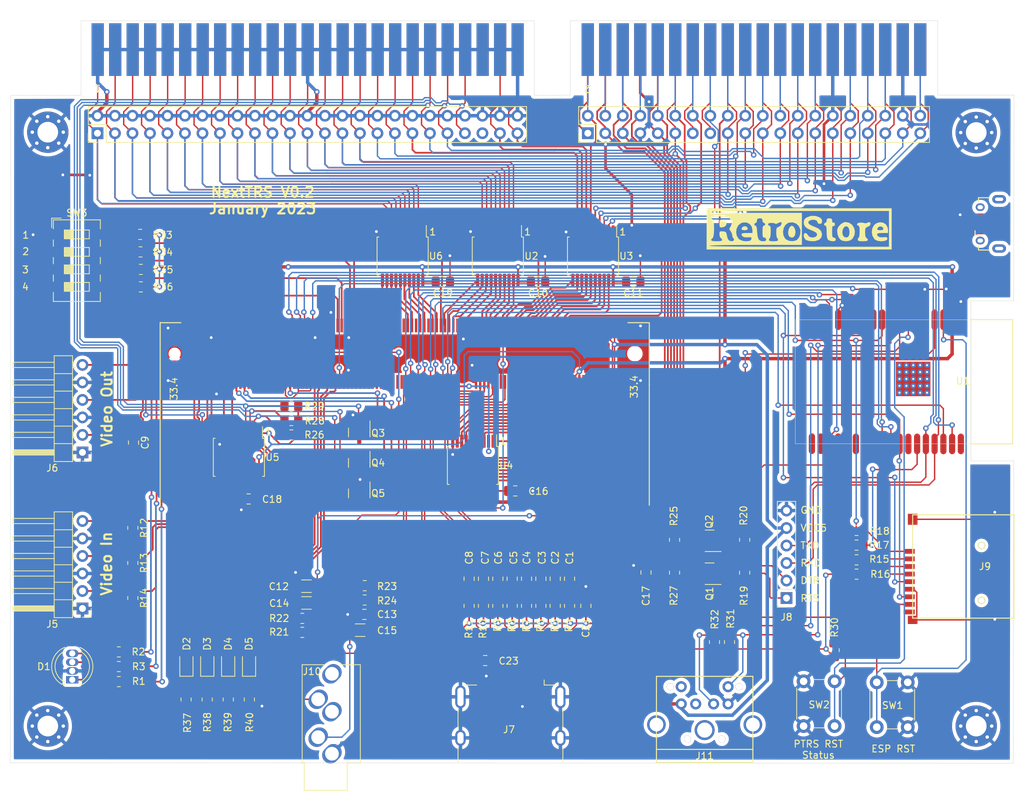
<source format=kicad_pcb>
(kicad_pcb (version 20211014) (generator pcbnew)
  (layers (0 "F.Cu" signal) (31 "B.Cu" signal) (34 "B.Paste" user) (35 "F.Paste" user) (36 "B.SilkS" user "B.Silkscreen") (37 "F.SilkS" user "F.Silkscreen") (38 "B.Mask" user) (39 "F.Mask" user) (44 "Edge.Cuts" user))
  (net 0 "")
  (net 1 "CASS_IN")
  (net 2 "GND")
  (net 3 "+5V")
  (net 4 "+3V3")
  (net 5 "PS2_DATA")
  (net 6 "PS2_CLK")
  (net 7 "CS_SD")
  (net 8 "MOSI")
  (net 9 "SCK")
  (net 10 "+3.3V")
  (net 11 "CASS_OUT")
  (net 13 "TXD0")
  (net 14 "RXD0")
  (net 19 "I00")
  (net 27 "_A0")
  (net 28 "_A1")
  (net 29 "_A2")
  (net 30 "_A3")
  (net 31 "ESP_RESET")
  (net 32 "_A4")
  (net 33 "_A5")
  (net 34 "CS_FPGA")
  (net 35 "_A6")
  (net 36 "_A7")
  (net 37 "_A8")
  (net 38 "ESP_S0")
  (net 39 "_A9")
  (net 40 "ESP_S1")
  (net 41 "_A10")
  (net 42 "ESP_S2")
  (net 43 "_A11")
  (net 44 "ESP_S3")
  (net 46 "_A12")
  (net 49 "REQ")
  (net 52 "_A13")
  (net 53 "_A14")
  (net 54 "DONE")
  (net 55 "_A15")
  (net 56 "ABUS_EN")
  (net 57 "ABUS_DIR")
  (net 58 "_D0")
  (net 59 "_D1")
  (net 60 "_D2")
  (net 61 "_D3")
  (net 62 "_D4")
  (net 63 "_D5")
  (net 64 "_D6")
  (net 65 "_D7")
  (net 66 "DBUS_EN")
  (net 67 "DBUS_DIR")
  (net 68 "_RAS_N")
  (net 69 "_OUT_N")
  (net 70 "_IN_N")
  (net 71 "_RD_N")
  (net 72 "_WR_N")
  (net 73 "_IOREQ_N")
  (net 74 "_M1_N")
  (net 75 "_RESET_N")
  (net 76 "CTRL_DIR")
  (net 77 "CTRL_EN")
  (net 80 "CTRL1_EN")
  (net 83 "EXTIOSEL_IN_N")
  (net 84 "WAIT_IN_N")
  (net 85 "INT_IN_N")
  (net 86 "CONF_1")
  (net 87 "CONF_2")
  (net 88 "CONF_3")
  (net 89 "CONF_4")
  (net 100 "VIDEO_O")
  (net 101 "HSYNC_O")
  (net 110 "VSYNC_O")
  (net 112 "HSYNCX")
  (net 113 "VSYNCX")
  (net 149 "D0")
  (net 150 "D1")
  (net 151 "D2")
  (net 152 "D3")
  (net 153 "D4")
  (net 154 "D5")
  (net 155 "D6")
  (net 156 "D7")
  (net 157 "A0")
  (net 158 "A1")
  (net 159 "A2")
  (net 160 "A3")
  (net 161 "A4")
  (net 162 "A5")
  (net 163 "A6")
  (net 164 "A7")
  (net 165 "IN_N")
  (net 166 "OUT_N")
  (net 167 "RESET_N")
  (net 168 "EXTIOSEL_N")
  (net 170 "M1_N")
  (net 171 "IOREQ_N")
  (net 172 "SYSRES_N")
  (net 173 "RAS_N")
  (net 174 "A10")
  (net 175 "CAS_N")
  (net 176 "A13")
  (net 177 "A12")
  (net 178 "A15")
  (net 179 "A14")
  (net 180 "A11")
  (net 181 "A8")
  (net 182 "INTACK_N")
  (net 183 "WR_N")
  (net 184 "MUX")
  (net 185 "RD_N")
  (net 186 "A9")
  (net 187 "INT_N")
  (net 188 "TEST_N")
  (net 189 "WAIT_N")
  (net 190 "5V")
  (net 192 "MISO")
  (net 193 "INT")
  (net 194 "WAIT")
  (net 195 "EXTIOSEL")
  (net 196 "LED_RED")
  (net 197 "LED_GREEN")
  (net 198 "LED_BLUE")
  (net 199 "BUTTON")
  (net 200 "VIDEOX")
  (net 201 "ABUS_DIR_N")
  (net 202 "VIDEO")
  (net 205 "VSYNC")
  (net 206 "HSYNC")
  (net 207 "Net-(J8-Pad1)")
  (net 208 "Net-(J8-Pad2)")
  (net 209 "Net-(J9-Pad1)")
  (net 210 "Net-(J9-Pad8)")
  (net 216 "HDMI_TX2_P")
  (net 217 "/D2+")
  (net 218 "HDMI_TX2_N")
  (net 219 "/D2-")
  (net 220 "HDMI_TX1_P")
  (net 221 "/D1+")
  (net 222 "HDMI_TX1_N")
  (net 223 "/D1-")
  (net 224 "HDMI_TX0_P")
  (net 225 "/D0+")
  (net 226 "HDMI_TX0_N")
  (net 227 "/D0-")
  (net 228 "HDMI_TXC_P")
  (net 229 "/CK+")
  (net 230 "HDMI_TXC_N")
  (net 231 "/CK-")
  (net 232 "Net-(C13-Pad1)")
  (net 233 "Net-(C14-Pad1)")
  (net 234 "Net-(C15-Pad1)")
  (net 235 "LED1")
  (net 236 "LED2")
  (net 237 "LED3")
  (net 238 "LED4")
  (net 247 "Net-(Q1-Pad1)")
  (net 248 "Net-(Q2-Pad1)")
  (net 249 "Net-(D1-Pad1)")
  (net 250 "Net-(D1-Pad3)")
  (net 251 "Net-(D1-Pad4)")
  (net 252 "JTAG_TMS")
  (net 253 "JTAG_TCK")
  (net 255 "Net-(D2-Pad1)")
  (net 256 "Net-(D3-Pad1)")
  (net 257 "Net-(D4-Pad1)")
  (net 258 "Net-(D5-Pad1)")
  (footprint "Package_TO_SOT_SMD:SOT-23" (layer "F.Cu") (at 122.741333 120.7332 180)
    (fp_text reference "Q2")
    (fp_text value "MMBT3904")
  )
  (footprint "Resistor_SMD:R_0805_2012Metric_Pad1.20x1.40mm_HandSolder" (layer "F.Cu") (at 40.0812 76.2508 180)
    (fp_text reference "R33")
    (fp_text value "4K7")
  )
  (footprint "Capacitor_SMD:C_0805_2012Metric_Pad1.18x1.45mm_HandSolder" (layer "F.Cu") (at 113.504266 125.326 90)
    (fp_text reference "C17")
    (fp_text value "100N")
  )
  (footprint "Resistor_SMD:R_0805_2012Metric_Pad1.20x1.40mm_HandSolder" (layer "F.Cu") (at 52.869732 143.764 -90)
    (fp_text reference "R39")
    (fp_text value "100")
  )
  (footprint "Capacitor_SMD:C_1206_3216Metric_Pad1.33x1.80mm_HandSolder" (layer "F.Cu") (at 72.014499 133.698599)
    (fp_text reference "C15")
    (fp_text value "10U")
  )
  (footprint "Resistor_SMD:R_0805_2012Metric_Pad1.20x1.40mm_HandSolder" (layer "F.Cu") (at 94.0816 130.175 90)
    (fp_text reference "R8")
    (fp_text value "50")
  )
  (footprint "Resistor_SMD:R_0805_2012Metric_Pad1.20x1.40mm_HandSolder" (layer "F.Cu") (at 55.9308 143.764 -90)
    (fp_text reference "R40")
    (fp_text value "100")
  )
  (footprint "Button_Switch_SMD:SW_DIP_SPSTx04_Slide_6.7x11.72mm_W8.61mm_P2.54mm_LowProfile" (layer "F.Cu") (at 30.8864 80.0608)
    (fp_text reference "SW3")
    (fp_text value "SW_DIP_x04")
  )
  (footprint "Resistor_SMD:R_0805_2012Metric_Pad1.20x1.40mm_HandSolder" (layer "F.Cu") (at 62.0268 101.1936 180)
    (fp_text reference "R29")
    (fp_text value "4K7")
  )
  (footprint "LED_SMD:LED_0805_2012Metric_Pad1.15x1.40mm_HandSolder" (layer "F.Cu") (at 49.823666 138.5316 90)
    (fp_text reference "D3")
    (fp_text value "LED")
  )
  (footprint "Capacitor_SMD:C_0805_2012Metric_Pad1.18x1.45mm_HandSolder" (layer "F.Cu") (at 94.52805 113.4872 180)
    (fp_text reference "C16")
    (fp_text value "0.1uF")
  )
  (footprint "Resistor_SMD:R_0805_2012Metric_Pad1.20x1.40mm_HandSolder" (layer "F.Cu") (at 117.6528 125.356 -90)
    (fp_text reference "R27")
    (fp_text value "4K7")
  )
  (footprint "Resistor_SMD:R_0805_2012Metric_Pad1.20x1.40mm_HandSolder" (layer "F.Cu") (at 89.916 130.175 90)
    (fp_text reference "R10")
    (fp_text value "50")
  )
  (footprint "Resistor_SMD:R_0805_2012Metric_Pad1.20x1.40mm_HandSolder" (layer "F.Cu") (at 40.1828 81.3308 180)
    (fp_text reference "R35")
    (fp_text value "4K7")
  )
  (footprint "LED_SMD:LED_0805_2012Metric_Pad1.15x1.40mm_HandSolder" (layer "F.Cu") (at 46.7926 138.5316 90)
    (fp_text reference "D2")
    (fp_text value "LED")
  )
  (footprint "Resistor_SMD:R_0805_2012Metric_Pad1.20x1.40mm_HandSolder" (layer "F.Cu") (at 96.1644 130.175 90)
    (fp_text reference "R7")
    (fp_text value "50")
  )
  (footprint "MountingHole:MountingHole_3mm_Pad_Via" (layer "F.Cu") (at 161.4424 147.6248)
    (fp_text reference "H3" hide)
    (fp_text value "MountingHole_Pad")
  )
  (footprint "Resistor_SMD:R_0805_2012Metric_Pad1.20x1.40mm_HandSolder" (layer "F.Cu") (at 144.0688 125.5776)
    (fp_text reference "R16")
    (fp_text value "10K")
  )
  (footprint "Capacitor_SMD:C_1206_3216Metric_Pad1.33x1.80mm_HandSolder" (layer "F.Cu") (at 64.225099 127.314799 180)
    (fp_text reference "C12")
    (fp_text value "1U")
  )
  (footprint "Capacitor_SMD:C_0805_2012Metric_Pad1.18x1.45mm_HandSolder" (layer "F.Cu") (at 91.9988 126.238 -90)
    (fp_text reference "C6")
    (fp_text value "100n")
  )
  (footprint "Resistor_SMD:R_0805_2012Metric_Pad1.20x1.40mm_HandSolder" (layer "F.Cu") (at 40.132 78.7908 180)
    (fp_text reference "R34")
    (fp_text value "4K7")
  )
  (footprint "Resistor_SMD:R_0805_2012Metric_Pad1.20x1.40mm_HandSolder" (layer "F.Cu") (at 36.9824 136.8552 180)
    (fp_text reference "R2")
    (fp_text value "100")
  )
  (footprint "Capacitor_SMD:C_0805_2012Metric_Pad1.18x1.45mm_HandSolder" (layer "F.Cu") (at 96.1644 126.238 -90)
    (fp_text reference "C4")
    (fp_text value "100n")
  )
  (footprint "Resistor_SMD:R_0805_2012Metric_Pad1.20x1.40mm_HandSolder" (layer "F.Cu") (at 127.829866 125.356 90)
    (fp_text reference "R19")
    (fp_text value "12K")
  )
  (footprint "Resistor_SMD:R_0805_2012Metric_Pad1.20x1.40mm_HandSolder" (layer "F.Cu") (at 125.6284 135.4328 -90)
    (fp_text reference "R31")
    (fp_text value "2K")
  )
  (footprint "Capacitor_SMD:C_0805_2012Metric_Pad1.18x1.45mm_HandSolder" (layer "F.Cu") (at 98.2472 126.238 -90)
    (fp_text reference "C3")
    (fp_text value "100n")
  )
  (footprint "Capacitor_SMD:C_0805_2012Metric_Pad1.18x1.45mm_HandSolder" (layer "F.Cu") (at 89.916 126.238 -90)
    (fp_text reference "C7")
    (fp_text value "100n")
  )
  (footprint "MountingHole:MountingHole_3mm_Pad_Via" (layer "F.Cu") (at 161.4424 61.468)
    (fp_text reference "H2" hide)
    (fp_text value "MountingHole_Pad")
  )
  (footprint "Capacitor_SMD:C_0805_2012Metric_Pad1.18x1.45mm_HandSolder" (layer "F.Cu") (at 102.4128 126.238 -90)
    (fp_text reference "C1")
    (fp_text value "100n")
  )
  (footprint "Button_Switch_THT:SW_PUSH_6mm" (layer "F.Cu") (at 136.3832 147.6236 90)
    (fp_text reference "SW2")
    (fp_text value "PTRS_RESET/STATUS")
  )
  (footprint "Connector_PinHeader_2.54mm:PinHeader_2x20_P2.54mm_Vertical" (layer "F.Cu") (at 105.0594 61.5696 90)
    (fp_text reference "J2" hide)
    (fp_text value "TRS-80 M1 Pin Connector")
  )
  (footprint "PocketTRS_Connectors:Jack_3.5mm_CUI_SJ1-3535NG_Horizontal_CircularHoles" (layer "F.Cu") (at 67.919599 151.637999 180)
    (fp_text reference "J10")
    (fp_text value "AudioJack3")
  )
  (footprint "Capacitor_SMD:C_0805_2012Metric_Pad1.18x1.45mm_HandSolder" (layer "F.Cu") (at 84.0232 83.1088 180)
    (fp_text reference "C19")
    (fp_text value "0.1uF")
  )
  (footprint "Capacitor_SMD:C_0805_2012Metric_Pad1.18x1.45mm_HandSolder" (layer "F.Cu") (at 87.8332 126.238 -90)
    (fp_text reference "C8")
    (fp_text value "100n")
  )
  (footprint "Capacitor_SMD:C_0805_2012Metric_Pad1.18x1.45mm_HandSolder" (layer "F.Cu") (at 90.17 138.1125)
    (fp_text reference "C23")
    (fp_text value "100n")
  )
  (footprint "Package_TO_SOT_SMD:SOT-23" (layer "F.Cu") (at 71.882 105.0036 -90)
    (fp_text reference "Q3")
    (fp_text value "2N7002")
  )
  (footprint "Connector_HDMI:HDMI_A_Molex_208658-1001_Horizontal" (layer "F.Cu") (at 93.8276 145.9048 -90)
    (fp_text reference "J7")
    (fp_text value "HDMI_A")
  )
  (footprint "PocketTRS_Connectors:TFP09-2-12B" (layer "F.Cu") (at 162.2157 124.46 90)
    (fp_text reference "J9")
    (fp_text value "SD_Card")
  )
  (footprint "Resistor_SMD:R_0805_2012Metric_Pad1.20x1.40mm_HandSolder" (layer "F.Cu") (at 40.1828 83.8708 180)
    (fp_text reference "R36")
    (fp_text value "4K7")
  )
  (footprint "Connector_PinSocket_2.54mm:PinSocket_1x06_P2.54mm_Vertical" (layer "F.Cu") (at 133.900866 129.0394 180)
    (fp_text reference "J8")
    (fp_text value "Programmer")
  )
  (footprint "Resistor_SMD:R_0805_2012Metric_Pad1.20x1.40mm_HandSolder" (layer "F.Cu") (at 144.0688 121.3612)
    (fp_text reference "R17")
    (fp_text value "10K")
  )
  (footprint "Resistor_SMD:R_0805_2012Metric_Pad1.20x1.40mm_HandSolder" (layer "F.Cu") (at 39.0144 123.952 -90)
    (fp_text reference "R13")
    (fp_text value "10K")
  )
  (footprint "Resistor_SMD:R_0805_2012Metric_Pad1.20x1.40mm_HandSolder" (layer "F.Cu") (at 62.0268 105.3592 180)
    (fp_text reference "R26")
    (fp_text value "4K7")
  )
  (footprint "Package_TO_SOT_SMD:SOT-23" (layer "F.Cu") (at 71.882 109.4232 -90)
    (fp_text reference "Q4")
    (fp_text value "2N7002")
  )
  (footprint "Button_Switch_THT:SW_PUSH_6mm" (layer "F.Cu") (at 147.0004 147.776 90)
    (fp_text reference "SW1")
    (fp_text value "ESP_RESET")
  )
  (footprint "LOGO" (layer "F.Cu") (at 135.7376 75.3872)
    (fp_text reference "G1" hide)
    (fp_text value "LOGO" hide)
  )
  (footprint "Resistor_SMD:R_0805_2012Metric_Pad1.20x1.40mm_HandSolder" (layer "F.Cu") (at 123.444 135.4328 -90)
    (fp_text reference "R32")
    (fp_text value "2K")
  )
  (footprint "Connector_PinHeader_2.54mm:PinHeader_1x06_P2.54mm_Horizontal" (layer "F.Cu") (at 31.7054 130.556 180)
    (fp_text reference "J5")
    (fp_text value "Conn_01x06_Male")
  )
  (footprint "Resistor_SMD:R_0805_2012Metric_Pad1.20x1.40mm_HandSolder" (layer "F.Cu") (at 144.0688 119.2276)
    (fp_text reference "R18")
    (fp_text value "10K")
  )
  (footprint "Resistor_SMD:R_0805_2012Metric_Pad1.20x1.40mm_HandSolder" (layer "F.Cu") (at 36.9824 141.1732 180)
    (fp_text reference "R1")
    (fp_text value "100")
  )
  (footprint "trs-io-m3:SSOP-20_5.3x7.2mm_P0.65mm_slim" (layer "F.Cu") (at 105.8164 79.4004 -90)
    (fp_text reference "U3")
    (fp_text value "74LVC245")
  )
  (footprint "Package_TO_SOT_SMD:SOT-23" (layer "F.Cu") (at 122.741333 125.506 180)
    (fp_text reference "Q1")
    (fp_text value "MMBT3904")
  )
  (footprint "LED_SMD:LED_0805_2012Metric_Pad1.15x1.40mm_HandSolder" (layer "F.Cu") (at 52.854732 138.5316 90)
    (fp_text reference "D4")
    (fp_text value "LED")
  )
  (footprint "trs-io-m3:SSOP-20_5.3x7.2mm_P0.65mm_slim" (layer "F.Cu") (at 88.38125 109.7788 -90)
    (fp_text reference "U4")
    (fp_text value "74LVC245")
  )
  (footprint "esp32-wrover:ESP32-WROVER" (layer "F.Cu") (at 160.1216 97.6376 -90)
    (fp_text reference "U1")
    (fp_text value "ESP32-WROVER-B" hide)
  )
  (footprint "Capacitor_SMD:C_0805_2012Metric_Pad1.18x1.45mm_HandSolder" (layer "F.Cu") (at 104.775 130.175 90)
    (fp_text reference "C21")
    (fp_text value "100n")
  )
  (footprint "Resistor_SMD:R_0805_2012Metric_Pad1.20x1.40mm_HandSolder" (layer "F.Cu") (at 140.8176 136.6012 90)
    (fp_text reference "R30")
    (fp_text value "4K7")
  )
  (footprint "MountingHole:MountingHole_3mm_Pad_Via" (layer "F.Cu") (at 26.67 61.4172)
    (fp_text reference "H1" hide)
    (fp_text value "MountingHole_Pad")
  )
  (footprint "Resistor_SMD:R_0805_2012Metric_Pad1.20x1.40mm_HandSolder" (layer "F.Cu") (at 72.674899 129.329799 180)
    (fp_text reference "R24")
    (fp_text value "150R")
  )
  (footprint "Package_TO_SOT_SMD:SOT-23" (layer "F.Cu") (at 71.882 113.8428 -90)
    (fp_text reference "Q5")
    (fp_text value "2N7002")
  )
  (footprint "Capacitor_SMD:C_0805_2012Metric_Pad1.18x1.45mm_HandSolder" (layer "F.Cu") (at 94.0816 126.238 -90)
    (fp_text reference "C5")
    (fp_text value "100n")
  )
  (footprint "Resistor_SMD:R_0805_2012Metric_Pad1.20x1.40mm_HandSolder" (layer "F.Cu") (at 39.0144 118.855999 -90)
    (fp_text reference "R12")
    (fp_text value "10K")
  )
  (footprint "Resistor_SMD:R_0805_2012Metric_Pad1.20x1.40mm_HandSolder" (layer "F.Cu") (at 63.615499 131.988399 180)
    (fp_text reference "R22")
    (fp_text value "4K7")
  )
  (footprint "PocketTRS_Connectors:USBmicro-B" (layer "F.Cu") (at 164.7697 74.7268 90)
    (fp_text reference "J12")
    (fp_text value "USB_B_Micro")
  )
  (footprint "Capacitor_SMD:C_0805_2012Metric_Pad1.18x1.45mm_HandSolder" (layer "F.Cu") (at 111.6584 83.1088 180)
    (fp_text reference "C11")
    (fp_text value "0.1uF")
  )
  (footprint "Resistor_SMD:R_0805_2012Metric_Pad1.20x1.40mm_HandSolder" (layer "F.Cu") (at 62.0268 103.2764 180)
    (fp_text reference "R28")
    (fp_text value "4K7")
  )
  (footprint "Resistor_SMD:R_0805_2012Metric_Pad1.20x1.40mm_HandSolder" (layer "F.Cu") (at 72.674899 127.246999 180)
    (fp_text reference "R23")
    (fp_text value "270R")
  )
  (footprint "Resistor_SMD:R_0805_2012Metric_Pad1.20x1.40mm_HandSolder" (layer "F.Cu") (at 102.4128 130.175 90)
    (fp_text reference "R4")
    (fp_text value "50")
  )
  (footprint "Resistor_SMD:R_0805_2012Metric_Pad1.20x1.40mm_HandSolder" (layer "F.Cu") (at 49.808666 143.764 -90)
    (fp_text reference "R38")
    (fp_text value "100")
  )
  (footprint "trs-io-m1:TRSEDGE" (layer "F.Cu") (at 129.0574 47.6504 180)
    (fp_text reference "J4" hide)
    (fp_text value "TRS-80 M1 Edge Connector")
  )
  (footprint "PocketTRS_Connectors:EDGE50" (layer "F.Cu") (at 72.644 49.4284 180)
    (fp_text reference "J3" hide)
    (fp_text value "TRS-80 M3 Edge Connector")
  )
  (footprint "Resistor_SMD:R_0805_2012Metric_Pad1.20x1.40mm_HandSolder" (layer "F.Cu") (at 127.829866 120.5832 -90)
    (fp_text reference "R20")
    (fp_text value "12K")
  )
  (footprint "trs-io-m3:SSOP-20_5.3x7.2mm_P0.65mm_slim" (layer "F.Cu") (at 91.9988 79.4004 -90)
    (fp_text reference "U2")
    (fp_text value "74LVC245")
  )
  (footprint "Capacitor_SMD:C_0805_2012Metric_Pad1.18x1.45mm_HandSolder" (layer "F.Cu") (at 100.33 126.238 -90)
    (fp_text reference "C2")
    (fp_text value "100n")
  )
  (footprint "LED_THT:LED_D5.0mm-4_RGB" (layer "F.Cu") (at 30.224 140.8908 90)
    (fp_text reference "D1")
    (fp_text value "LED_RKBG")
  )
  (footprint "PocketTRS_Connectors:minidin_6_ps2_pcb_mount" (layer "F.Cu") (at 122.0216 146.6596 180)
    (fp_text reference "J11")
    (fp_text value "Mini-DIN-6" hide)
  )
  (footprint "Tang20K:DDR3_socket" (layer "F.Cu") (at 78.486 93.5697 -90)
    (fp_text reference "Conn1" hide)
    (fp_text value "Conn_DDR3_Socket")
  )
  (footprint "Resistor_SMD:R_0805_2012Metric_Pad1.20x1.40mm_HandSolder" (layer "F.Cu") (at 46.7476 143.764 -90)
    (fp_text reference "R37")
    (fp_text value "100")
  )
  (footprint "Resistor_SMD:R_0805_2012Metric_Pad1.20x1.40mm_HandSolder" (layer "F.Cu") (at 100.33 130.175 90)
    (fp_text reference "R5")
    (fp_text value "50")
  )
  (footprint "Resistor_SMD:R_0805_2012Metric_Pad1.20x1.40mm_HandSolder" (layer "F.Cu") (at 36.9824 138.9888 180)
    (fp_text reference "R3")
    (fp_text value "100")
  )
  (footprint "Connector_PinHeader_2.54mm:PinHeader_2x25_P2.54mm_Vertical" (layer "F.Cu") (at 33.8836 61.5696 90)
    (fp_text reference "J1" hide)
    (fp_text value "TRS-80 M3 Pin Header")
  )
  (footprint "Resistor_SMD:R_0805_2012Metric_Pad1.20x1.40mm_HandSolder" (layer "F.Cu") (at 117.6528 120.5832 90)
    (fp_text reference "R25")
    (fp_text value "4K7")
  )
  (footprint "LED_SMD:LED_0805_2012Metric_Pad1.15x1.40mm_HandSolder" (layer "F.Cu") (at 55.8858 138.5316 90)
    (fp_text reference "D5")
    (fp_text value "LED")
  )
  (footprint "Resistor_SMD:R_0805_2012Metric_Pad1.20x1.40mm_HandSolder" (layer "F.Cu") (at 87.8332 130.175 90)
    (fp_text reference "R11")
    (fp_text value "50")
  )
  (footprint "Resistor_SMD:R_0805_2012Metric_Pad1.20x1.40mm_HandSolder" (layer "F.Cu") (at 91.9988 130.175 90)
    (fp_text reference "R9")
    (fp_text value "50")
  )
  (footprint "Connector_PinHeader_2.54mm:PinHeader_1x06_P2.54mm_Horizontal" (layer "F.Cu") (at 31.7054 107.8992 180)
    (fp_text reference "J6")
    (fp_text value "Conn_01x06_Male")
  )
  (footprint "Capacitor_SMD:C_0805_2012Metric_Pad1.18x1.45mm_HandSolder" (layer "F.Cu") (at 55.8292 114.6556 180)
    (fp_text reference "C18")
    (fp_text value "0.1uF")
  )
  (footprint "Resistor_SMD:R_0805_2012Metric_Pad1.20x1.40mm_HandSolder" (layer "F.Cu") (at 39.0144 129.032 -90)
    (fp_text reference "R14")
    (fp_text value "10K")
  )
  (footprint "trs-io-m3:SSOP-20_5.3x7.2mm_P0.65mm_slim" (layer "F.Cu") (at 54.4068 108.6104 -90)
    (fp_text reference "U5")
    (fp_text value "74LVC245")
  )
  (footprint "MountingHole:MountingHole_3mm_Pad_Via" (layer "F.Cu") (at 26.67 147.6248)
    (fp_text reference "H4" hide)
    (fp_text value "MountingHole_Pad")
  )
  (footprint "Capacitor_SMD:C_0805_2012Metric_Pad1.18x1.45mm_HandSolder" (layer "F.Cu") (at 97.8408 83.1088 180)
    (fp_text reference "C10")
    (fp_text value "0.1uF")
  )
  (footprint "Resistor_SMD:R_0805_2012Metric_Pad1.20x1.40mm_HandSolder" (layer "F.Cu") (at 144.0688 123.4948)
    (fp_text reference "R15")
    (fp_text value "10K")
  )
  (footprint "Resistor_SMD:R_0805_2012Metric_Pad1.20x1.40mm_HandSolder" (layer "F.Cu") (at 98.2472 130.175 90)
    (fp_text reference "R6")
    (fp_text value "50")
  )
  (footprint "Resistor_SMD:R_0805_2012Metric_Pad1.20x1.40mm_HandSolder" (layer "F.Cu") (at 63.615499 134.020399)
    (fp_text reference "R21")
    (fp_text value "4K7")
  )
  (footprint "trs-io-m3:SSOP-20_5.3x7.2mm_P0.65mm_slim" (layer "F.Cu") (at 78.1812 79.4004 -90)
    (fp_text reference "U6")
    (fp_text value "74LVC245")
  )
  (footprint "Capacitor_SMD:C_0805_2012Metric_Pad1.18x1.45mm_HandSolder" (layer "F.Cu") (at 39.116 106.4768 -90)
    (fp_text reference "C9")
    (fp_text value "100")
  )
  (footprint "Capacitor_SMD:C_0805_2012Metric_Pad1.18x1.45mm_HandSolder" (layer "F.Cu") (at 72.624099 131.412599 180)
    (fp_text reference "C13")
    (fp_text value "100N")
  )
  (footprint "Capacitor_SMD:C_1206_3216Metric_Pad1.33x1.80mm_HandSolder" (layer "F.Cu") (at 64.225099 129.753199)
    (fp_text reference "C14")
    (fp_text value "10U")
  )
  (gr_line (start 166.8907 109.1438) (end 166.8272 153.009599) (layer "Edge.Cuts") (width 0.05))
  (gr_line (start 155.8544 45.2374) (end 102.5144 45.2374) (layer "Edge.Cuts") (width 0.05))
  (gr_line (start 102.5144 56.0324) (end 102.5144 45.2374) (layer "Edge.Cuts") (width 0.05))
  (gr_line (start 97.282 56.0578) (end 97.282 45.2628) (layer "Edge.Cuts") (width 0.05))
  (gr_circle (center 162.2044 129.3876) (end 162.6616 129.2352) (layer "Edge.Cuts") (width 0.05) (fill none))
  (gr_line (start 160.6677 109.1438) (end 166.8907 109.1438) (layer "Edge.Cuts") (width 0.05))
  (gr_line (start 21.2344 152.9588) (end 21.2852 56.0832) (layer "Edge.Cuts") (width 0.05))
  (gr_line (start 160.6677 109.1438) (end 160.6677 85.9028) (layer "Edge.Cuts") (width 0.05))
  (gr_line (start 102.5144 56.0324) (end 97.282 56.0578) (layer "Edge.Cuts") (width 0.05))
  (gr_circle (center 162.2044 121.412) (end 162.6108 121.158) (layer "Edge.Cuts") (width 0.05) (fill none))
  (gr_line (start 155.8544 56.0324) (end 155.8544 45.2374) (layer "Edge.Cuts") (width 0.05))
  (gr_line (start 166.8907 85.9028) (end 166.9288 56.0324) (layer "Edge.Cuts") (width 0.05))
  (gr_line (start 21.2852 56.0832) (end 31.496 56.0578) (layer "Edge.Cuts") (width 0.05))
  (gr_line (start 31.496 56.0578) (end 31.496 45.2628) (layer "Edge.Cuts") (width 0.05))
  (gr_line (start 97.282 45.2628) (end 31.496 45.2628) (layer "Edge.Cuts") (width 0.05))
  (gr_line (start 160.6677 85.9028) (end 166.8907 85.9028) (layer "Edge.Cuts") (width 0.05))
  (gr_line (start 166.9288 56.0324) (end 155.8544 56.0324) (layer "Edge.Cuts") (width 0.05))
  (gr_line (start 166.8272 153.009599) (end 21.2344 152.9588) (layer "Edge.Cuts") (width 0.05))
  (gr_text "1" (at 110.1344 75.8952) (layer "F.SilkS") (effects (font (size 1 1))))
  (gr_text "2" (at 23.4696 78.74) (layer "F.SilkS") (effects (font (size 1 1))))
  (gr_text "ESP RST" (at 149.4028 150.9268) (layer "F.SilkS") (effects (font (size 1 1))))
  (gr_text "DTR" (at 138.804781 126.492) (layer "F.SilkS") (effects (font (size 1 1)) (justify right)))
  (gr_text "4" (at 23.4188 83.8708) (layer "F.SilkS") (effects (font (size 1 1))))
  (gr_text "Video In" (at 35.2044 124.0536 90) (layer "F.SilkS") (effects (font (size 1.5 1.5) (thickness 0.3))))
  (gr_text "NextTRS V0.2\nJanuary 2023" (at 57.8612 71.3232) (layer "F.SilkS") (effects (font (size 1.5 1.5) (thickness 0.3))))
  (gr_text "RTS" (at 138.757162 129.0828) (layer "F.SilkS") (effects (font (size 1 1)) (justify right)))
  (gr_text "3" (at 23.4188 81.3816) (layer "F.SilkS") (effects (font (size 1 1))))
  (gr_text "GND" (at 139.090495 116.2812) (layer "F.SilkS") (effects (font (size 1 1)) (justify right)))
  (gr_text "2" (at 105.0036 55.117999 180) (layer "F.SilkS") (effects (font (size 1 1))))
  (gr_text "1" (at 82.55 75.8952) (layer "F.SilkS") (effects (font (size 1 1))))
  (gr_text "VCC5" (at 139.8524 118.872) (layer "F.SilkS") (effects (font (size 1 1)) (justify right)))
  (gr_text "RXD" (at 138.995257 123.952) (layer "F.SilkS") (effects (font (size 1 1)) (justify right)))
  (gr_text "1" (at 96.3168 75.8952) (layer "F.SilkS") (effects (font (size 1 1))))
  (gr_text "Video Out" (at 35.2552 101.6 90) (layer "F.SilkS") (effects (font (size 1.5 1.5) (thickness 0.3))))
  (gr_text "1" (at 92.75005 106.2736) (layer "F.SilkS") (effects (font (size 1 1))))
  (gr_text "PTRS RST\nStatus" (at 138.5316 151.0284) (layer "F.SilkS") (effects (font (size 1 1))))
  (gr_text "TXD" (at 138.757162 121.412) (layer "F.SilkS") (effects (font (size 1 1)) (justify right)))
  (gr_text "1" (at 23.4696 76.3524) (layer "F.SilkS") (effects (font (size 1 1))))
  (gr_text "1" (at 33.8836 55.0672 180) (layer "F.SilkS") (effects (font (size 1 1))))
  (gr_text "1" (at 58.674 104.9528) (layer "F.SilkS") (effects (font (size 1 1))))
  (segment (start 65.787599 130.816299) (end 64.615499 131.988399) (width 0.2) (layer "F.Cu") (net 1))
  (segment (start 65.787599 125.322001) (end 65.8368 125.2728) (width 0.2) (layer "F.Cu") (net 1))
  (segment (start 155.4016 92.7564) (end 155.4016 88.6376) (width 0.2) (layer "F.Cu") (net 1))
  (segment (start 65.787599 127.314799) (end 65.787599 125.322001) (width 0.2) (layer "F.Cu") (net 1))
  (segment (start 127.9144 95.2881) (end 127.9144 116.1796) (width 0.2) (layer "F.Cu") (net 1))
  (segment (start 65.787599 127.314799) (end 65.787599 129.753199) (width 0.2) (layer "F.Cu") (net 1))
  (segment (start 154.54 93.618) (end 155.4016 92.7564) (width 0.2) (layer "F.Cu") (net 1))
  (segment (start 65.787599 129.753199) (end 65.787599 130.816299) (width 0.2) (layer "F.Cu") (net 1))
  (segment (start 127.9144 93.43511) (end 128.09729 93.618) (width 0.2) (layer "F.Cu") (net 1))
  (segment (start 128.09729 93.618) (end 154.54 93.618) (width 0.2) (layer "F.Cu") (net 1))
  (segment (start 64.615499 131.988399) (end 64.615499 134.020399) (width 0.2) (layer "F.Cu") (net 1))
  (segment (start 127.9144 116.1796) (end 127 117.094) (width 0.2) (layer "F.Cu") (net 1))
  (segment (start 127 117.094) (end 96.5835 117.094) (width 0.2) (layer "F.Cu") (net 1))
  (via (at 127.9144 95.2881) (size 0.8) (drill 0.4) (layers "F.Cu" "B.Cu") (net 1))
  (via (at 96.5835 117.094) (size 0.8) (drill 0.4) (layers "F.Cu" "B.Cu") (net 1))
  (via (at 65.8368 125.2728) (size 0.8) (drill 0.4) (layers "F.Cu" "B.Cu") (net 1))
  (via (at 127.9144 93.43511) (size 0.8) (drill 0.4) (layers "F.Cu" "B.Cu") (net 1))
  (segment (start 65.8368 117.602) (end 66.3448 117.094) (width 0.2) (layer "B.Cu") (net 1))
  (segment (start 65.8368 125.2728) (end 65.8368 117.602) (width 0.2) (layer "B.Cu") (net 1))
  (segment (start 66.3448 117.094) (end 96.5835 117.094) (width 0.2) (layer "B.Cu") (net 1))
  (segment (start 127.9144 93.43511) (end 127.9144 95.2881) (width 0.2) (layer "B.Cu") (net 1))
  (segment (start 57.636 96.4697) (end 57.736 96.3697) (width 0.2) (layer "F.Cu") (net 2))
  (segment (start 46.7476 144.764) (end 49.808666 144.764) (width 0.2) (layer "F.Cu") (net 2))
  (segment (start 66.636 96.4697) (end 66.536 96.3697) (width 0.2) (layer "F.Cu") (net 2))
  (segment (start 39.0144 130.032) (end 38.4904 130.556) (width 0.2) (layer "F.Cu") (net 2))
  (segment (start 63.136 98.9697) (end 64.6957 98.9697) (width 0.2) (layer "F.Cu") (net 2))
  (segment (start 57.936 89.4697) (end 57.936 90.6697) (width 0.2) (layer "F.Cu") (net 2))
  (segment (start 55.9308 144.764) (end 57.7248 144.764) (width 0.2) (layer "F.Cu") (net 2))
  (segment (start 96.7641 90.7697) (end 96.0075 90.7697) (width 0.2) (layer "F.Cu") (net 2))
  (segment (start 26.5814 76.2508) (end 24.5872 76.2508) (width 0.2) (layer "F.Cu") (net 2))
  (segment (start 57.536 96.3697) (end 57.636 96.4697) (width 0.2) (layer "F.Cu") (net 2))
  (segment (start 51.6029 90.7697) (end 51.336 90.5028) (width 0.2) (layer "F.Cu") (net 2))
  (segment (start 102.936 89.4697) (end 102.936 90.6697) (width 0.2) (layer "F.Cu") (net 2))
  (segment (start 108.036 97.6697) (end 108.036 98.8697) (width 0.2) (layer "F.Cu") (net 2))
  (segment (start 107.6325 63.1825) (end 107.6325 66.675) (width 0.381) (layer "F.Cu") (net 2))
  (segment (start 56.136 90.6697) (end 56.236 90.7697) (width 0.2) (layer "F.Cu") (net 2))
  (segment (start 57.7187 90.7697) (end 57.936 90.5524) (width 0.2) (layer "F.Cu") (net 2))
  (segment (start 69.636 96.6324) (end 70.3072 95.9612) (width 0.2) (layer "F.Cu") (net 2))
  (segment (start 106.236 97.6697) (end 106.236 98.8697) (width 0.2) (layer "F.Cu") (net 2))
  (segment (start 153.9748 84.2264) (end 157.04111 84.2264) (width 0.2) (layer "F.Cu") (net 2))
  (segment (start 161.8157 116.71) (end 164.0108 116.71) (width 0.2) (layer "F.Cu") (net 2))
  (segment (start 139.3444 60.304604) (end 140.619404 59.0296) (width 0.381) (layer "F.Cu") (net 2))
  (segment (start 94.9325 144.78) (end 95.5675 144.78) (width 0.25) (layer "F.Cu") (net 2))
  (segment (start 69.27635 94.9056) (end 68.6704 94.9056) (width 0.2) (layer "F.Cu") (net 2))
  (segment (start 67.836 97.6697) (end 67.836 96.4697) (width 0.2) (layer "F.Cu") (net 2))
  (segment (start 64.3636 58.5089) (end 65.7225 57.15) (width 0.50038) (layer "F.Cu") (net 2))
  (segment (start 93.3276 144.7626) (end 93.345 144.78) (width 0.25) (layer "F.Cu") (net 2))
  (segment (start 99.036 96.4697) (end 98.936 96.3697) (width 0.2) (layer "F.Cu") (net 2))
  (segment (start 72.4916 109.519196) (end 71.458104 108.4857) (width 0.2) (layer "F.Cu") (net 2))
  (segment (start 85.0607 83.1088) (end 85.0607 79.3711) (width 0.2) (layer "F.Cu") (net 2))
  (segment (start 90.761 96.3697) (end 90.636 96.4947) (width 0.2) (layer "F.Cu") (net 2))
  (segment (start 39.0144 124.952) (end 38.4904 125.476) (width 0.2) (layer "F.Cu") (net 2))
  (segment (start 58.036 90.7697) (end 59.4459 90.7697) (width 0.2) (layer "F.Cu") (net 2))
  (segment (start 61.236 96.4697) (end 61.236 97.6697) (width 0.2) (layer "F.Cu") (net 2))
  (segment (start 101.136 89.4697) (end 101.136 90.6697) (width 0.2) (layer "F.Cu") (net 2))
  (segment (start 95.5675 144.78) (end 97.79 144.78) (width 0.25) (layer "F.Cu") (net 2))
  (segment (start 95.56555 113.4872) (end 97.06805 113.4872) (width 0.2) (layer "F.Cu") (net 2))
  (segment (start 102.736 98.9697) (end 104.311 98.9697) (width 0.2) (layer "F.Cu") (net 2))
  (segment (start 161.5185 73.4268) (end 159.1264 73.4268) (width 0.25) (layer "F.Cu") (net 2))
  (segment (start 92.336 96.3697) (end 90.761 96.3697) (width 0.2) (layer "F.Cu") (net 2))
  (segment (start 49.336 96.3697) (end 50.7513 96.3697) (width 0.2) (layer "F.Cu") (net 2))
  (segment (start 141.4016 88.6376) (end 141.4016 87.1637) (width 0.2) (layer "F.Cu") (net 2))
  (segment (start 52.7818 105.1104) (end 52.1318 105.1104) (width 0.25) (layer "F.Cu") (net 2))
  (segment (start 72.00505 111.83225) (end 72.4916 111.3457) (width 0.2) (layer "F.Cu") (net 2))
  (segment (start 61.636 90.7697) (end 62.4939 90.7697) (width 0.2) (layer "F.Cu") (net 2))
  (segment (start 106.536 89.4697) (end 106.536 90.6697) (width 0.2) (layer "F.Cu") (net 2))
  (segment (start 100.836 96.4697) (end 100.736 96.3697) (width 0.2) (layer "F.Cu") (net 2))
  (segment (start 50.3936 91.2368) (end 49.784 91.2368) (width 0.2) (layer "F.Cu") (net 2))
  (segment (start 90.636 97.6697) (end 90.636 96.4697) (width 0.2) (layer "F.Cu") (net 2))
  (segment (start 97.8276 144.78) (end 97.8276 142.6198) (width 0.25) (layer "F.Cu") (net 2))
  (segment (start 93.936 90.4982) (end 93.936 89.4697) (width 0.2) (layer "F.Cu") (net 2))
  (segment (start 59.736 90.6697) (end 59.836 90.7697) (width 0.2) (layer "F.Cu") (net 2))
  (segment (start 56.1567 96.3697) (end 56.436 96.649) (width 0.2) (layer "F.Cu") (net 2))
  (segment (start 97.536 89.4697) (end 97.536 90.6697) (width 0.2) (layer "F.Cu") (net 2))
  (segment (start 102.8914 75.9004) (end 101.91 75.9004) (width 0.2) (layer "F.Cu") (net 2))
  (segment (start 64.411 90.7697) (end 64.536 90.6447) (width 0.2) (layer "F.Cu") (net 2))
  (segment (start 26.5814 78.7908) (end 26.5814 76.2508) (width 0.2) (layer "F.Cu") (net 2))
  (segment (start 96.161 96.3697) (end 96.036 96.4947) (width 0.2) (layer "F.Cu") (net 2))
  (segment (start 164.0108 116.71) (end 164.1348 116.586) (width 0.2) (layer "F.Cu") (net 2))
  (segment (start 152.8157 128.21) (end 152.3657 127.76) (width 0.2) (layer "F.Cu") (net 2))
  (segment (start 52.8221 90.7697) (end 52.536 90.4836) (width 0.2) (layer "F.Cu") (net 2))
  (segment (start 69.936 90.8148) (end 70.358 91.2368) (width 0.2) (layer "F.Cu") (net 2))
  (segment (start 24.5872 76.2508) (end 24.5364 76.3016) (width 0.2) (layer "F.Cu") (net 2))
  (segment (start 109.836 97.6697) (end 109.836 98.8697) (width 0.2) (layer "F.Cu") (net 2))
  (segment (start 104.311 98.9697) (end 104.436 98.8447) (width 0.2) (layer "F.Cu") (net 2))
  (segment (start 107.736 90.6697) (end 107.636 90.7697) (width 0.2) (layer "F.Cu") (net 2))
  (segment (start 51.036 96.4697) (end 51.136 96.3697) (width 0.2) (layer "F.Cu") (net 2))
  (segment (start 94.136 96.3697) (end 92.561 96.3697) (width 0.2) (layer "F.Cu") (net 2))
  (segment (start 112.6959 79.3711) (end 112.6744 79.3496) (width 0.2) (layer "F.Cu") (net 2))
  (segment (start 64.836 96.4947) (end 64.836 97.6697) (width 0.2) (layer "F.Cu") (net 2))
  (segment (start 64.836 98.8294) (end 64.836 97.6697) (width 0.2) (layer "F.Cu") (net 2))
  (segment (start 59.4459 90.7697) (end 59.736 90.4796) (width 0.2) (layer "F.Cu") (net 2))
  (segment (start 107.936 98.9697) (end 106.4881 98.9697) (width 0.2) (layer "F.Cu") (net 2))
  (segment (start 70.3072 95.9612) (end 70.3072 95.93645) (width 0.2) (layer "F.Cu") (net 2))
  (segment (start 71.458104 108.4857) (end 70.932 108.4857) (width 0.2) (layer "F.Cu") (net 2))
  (segment (start 106.536 90.6697) (end 106.436 90.7697) (width 0.2) (layer "F.Cu") (net 2))
  (segment (start 65.7225 57.15) (end 65.7225 55.5625) (width 0.50038) (layer "F.Cu") (net 2))
  (segment (start 61.1744 97.7313) (end 61.1744 99.58405) (width 0.2) (layer "F.Cu") (net 2))
  (segment (start 99.236 90.7697) (end 97.8075 90.7697) (width 0.2) (layer "F.Cu") (net 2))
  (segment (start 51.4818 105.1104) (end 51.4818 106.5865) (width 0.25) (layer "F.Cu") (net 2))
  (segment (start 91.2075 138.1125) (end 91.2075 139.4753) (width 0.25) (layer "F.Cu") (net 2))
  (segment (start 61.136 96.3697) (end 61.236 96.4697) (width 0.2) (layer "F.Cu") (net 2))
  (segment (start 95.936 96.3697) (end 94.361 96.3697) (width 0.2) (layer "F.Cu") (net 2))
  (segment (start 102.636 98.8697) (end 102.736 98.9697) (width 0.2) (layer "F.Cu") (net 2))
  (segment (start 92.036 90.7697) (end 90.0275 90.7697) (width 0.2) (layer "F.Cu") (net 2))
  (segment (start 64.536 90.9012) (end 64.8716 91.2368) (width 0.2) (layer "F.Cu") (net 2))
  (segment (start 152.2157 117.61) (end 160.9157 117.61) (width 0.2) (layer "F.Cu") (net 2))
  (segment (start 99.336 89.4697) (end 99.336 90.6697) (width 0.2) (layer "F.Cu") (net 2))
  (segment (start 94.236 96.4697) (end 94.136 96.3697) (width 0.2) (layer "F.Cu") (net 2))
  (segment (start 102.536 96.3697) (end 101.1113 96.3697) (width 0.2) (layer "F.Cu") (net 2))
  (segment (start 106.8225 90.7697) (end 106.536 90.4832) (width 0.2) (layer "F.Cu") (net 2))
  (segment (start 105.0075 90.7697) (end 104.736 90.4982) (width 0.2) (layer "F.Cu") (net 2))
  (segment (start 88.836 96.4947) (end 88.836 97.6697) (width 0.2) (layer "F.Cu") (net 2))
  (segment (start 51.036 97.6697) (end 51.036 96.4697) (width 0.2) (layer "F.Cu") (net 2))
  (segment (start 95.736 89.4697) (end 95.736 90.6697) (width 0.2) (layer "F.Cu") (net 2))
  (segment (start 100.836 97.6697) (end 100.836 96.4697) (width 0.2) (layer "F.Cu") (net 2))
  (segment (start 35.2425 57.15) (end 35.2425 55.5625) (width 0.50038) (layer "F.Cu") (net 2))
  (segment (start 113.9444 56.9976) (end 112.6744 55.7276) (width 0.381) (layer "F.Cu") (net 2))
  (segment (start 99.3119 96.3697) (end 99.036 96.6456) (width 0.2) (layer "F.Cu") (net 2))
  (segment (start 101.136 90.6697) (end 101.036 90.7697) (width 0.2) (layer "F.Cu") (net 2))
  (segment (start 51.1048 91.2368) (end 50.3936 91.2368) (width 0.2) (layer "F.Cu") (net 2))
  (segment (start 70.932 104.0661) (end 70.932 102.4992) (width 0.2) (layer "F.Cu") (net 2))
  (segment (start 112.6959 83.1088) (end 112.6959 79.3711) (width 0.2) (layer "F.Cu") (net 2))
  (segment (start 54.7917 114.6556) (end 54.7917 116.2011) (width 0.25) (layer "F.Cu") (net 2))
  (segment (start 75.2562 75.9004) (end 74.4272 75.9004) (width 0.2) (layer "F.Cu") (net 2))
  (segment (start 89.3981 90.7697) (end 89.136 90.5076) (width 0.2) (layer "F.Cu") (net 2))
  (segment (start 66.536 96.3697) (end 64.961 96.3697) (width 0.2) (layer "F.Cu") (net 2))
  (segment (start 33.9725 58.42) (end 35.2425 57.15) (width 0.50038) (layer "F.Cu") (net 2))
  (segment (start 104.775 129.18) (end 104.775 127.36) (width 0.25) (layer "F.Cu") (net 2))
  (segment (start 141.4016 87.1637) (end 142.0021 86.5632) (width 0.2) (layer "F.Cu") (net 2))
  (segment (start 51.136 96.3697) (end 52.5801 96.3697) (width 0.2) (layer "F.Cu") (net 2))
  (segment (start 61.411 90.7697) (end 61.536 90.6447) (width 0.2) (layer "F.Cu") (net 2))
  (segment (start 54.636 97.6697) (end 54.636 96.4697) (width 0.2) (layer "F.Cu") (net 2))
  (segment (start 89.136 90.5076) (end 89.136 89.4697) (width 0.2) (layer "F.Cu") (net 2))
  (segment (start 59.1841 96.3697) (end 59.436 96.6216) (width 0.2) (layer "F.Cu") (net 2))
  (segment (start 102.636 96.4697) (end 102.536 96.3697) (width 0.2) (layer "F.Cu") (net 2))
  (segment (start 64.8716 91.2368) (end 65.4812 91.2368) (width 0.2) (layer "F.Cu") (net 2))
  (segment (start 56.436 96.4697) (end 56.536 96.3697) (width 0.2) (layer "F.Cu") (net 2))
  (segment (start 102.636 97.6697) (end 102.636 98.8697) (width 0.2) (layer "F.Cu") (net 2))
  (segment (start 101.3567 90.7697) (end 101.136 90.549) (width 0.2) (layer "F.Cu") (net 2))
  (segment (start 102.936 90.6697) (end 102.836 90.7697) (width 0.2) (layer "F.Cu") (net 2))
  (segment (start 51.4818 106.5865) (end 51.6261 106.7308) (width 0.25) (layer "F.Cu") (net 2))
  (segment (start 109.836 98.8697) (end 109.736 98.9697) (width 0.2) (layer "F.Cu") (net 2))
  (segment (start 106.136 98.9697) (end 104.6593 98.9697) (width 0.2) (layer "F.Cu") (net 2))
  (segment (start 52.536 89.4697) (end 52.536 90.6697) (width 0.2) (layer "F.Cu") (net 2))
  (segment (start 49.236 97.6697) (end 49.236 96.4697) (width 0.2) (layer "F.Cu") (net 2))
  (segment (start 62.662599 125.349799) (end 62.6364 125.3236) (width 0.2) (layer "F.Cu") (net 2))
  (segment (start 52.436 90.7697) (end 51.6029 90.7697) (width 0.2) (layer "F.Cu") (net 2))
  (segment (start 139.3444 68.8975) (end 139.3444 60.304604) (width 0.381) (layer "F.Cu") (net 2))
  (segment (start 59.436 97.6697) (end 59.436 96.4697) (width 0.2) (layer "F.Cu") (net 2))
  (segment (start 52.1318 105.1104) (end 51.4818 105.1104) (width 0.25) (layer "F.Cu") (net 2))
  (segment (start 67.736 96.3697) (end 67.2063 96.3697) (width 0.2) (layer "F.Cu") (net 2))
  (segment (start 49.784 91.2368) (end 49.536 90.9888) (width 0.2) (layer "F.Cu") (net 2))
  (segment (start 61.536 90.6697) (end 61.636 90.7697) (width 0.2) (layer "F.Cu") (net 2))
  (segment (start 160.9157 117.61) (end 161.8157 116.71) (width 0.2) (layer "F.Cu") (net 2))
  (segment (start 57.736 96.3697) (end 59.1841 96.3697) (width 0.2) (layer "F.Cu") (net 2))
  (segment (start 111.7283 124.2885) (end 111.7092 124.3076) (width 0.2) (layer "F.Cu") (net 2))
  (segment (start 50.7513 96.3697) (end 51.036 96.6544) (width 0.2) (layer "F.Cu") (net 2))
  (segment (start 90.2737 96.3697) (end 88.961 96.3697) (width 0.2) (layer "F.Cu") (net 2))
  (segment (start 51.336 91.0056) (end 51.1048 91.2368) (width 0.2) (layer "F.Cu") (net 2))
  (segment (start 98.936 96.3697) (end 96.7719 96.3697) (width 0.2) (layer "F.Cu") (net 2))
  (segment (start 104.436 98.8447) (end 104.436 97.6697) (width 0.2) (layer "F.Cu") (net 2))
  (segment (start 107.736 89.4697) (end 107.736 90.6697) (width 0.2) (layer "F.Cu") (net 2))
  (segment (start 52.536 90.6697) (end 52.436 90.7697) (width 0.2) (layer "F.Cu") (net 2))
  (segment (start 90.3276 140.3656) (end 90.3224 140.3604) (width 0.2) (layer "F.Cu") (net 2))
  (segment (start 62.615499 131.988399) (end 63.625099 130.978799) (width 0.2) (layer "F.Cu") (net 2))
  (segment (start 67.836 96.4697) (end 67.736 96.3697) (width 0.2) (layer "F.Cu") (net 2))
  (segment (start 96.7641 90.7697) (end 96.7641 96.3577) (width 0.2) (layer "F.Cu") (net 2))
  (segment (start 104.6593 98.9697) (end 104.436 98.7464) (width 0.2) (layer "F.Cu") (net 2))
  (segment (start 90.536 96.3697) (end 90.2737 96.3697) (width 0.2) (layer "F.Cu") (net 2))
  (segment (start 38.474399 120.396) (end 31.7054 120.396) (width 0.2) (layer "F.Cu") (net 2))
  (segment (start 38.7311 107.8992) (end 31.7054 107.8992) (width 0.2) (layer "F.Cu") (net 2))
  (segment (start 70.932 112.9053) (end 72.00505 111.83225) (width 0.2) (layer "F.Cu") (net 2))
  (segment (start 57.7248 144.764) (end 57.7596 144.7292) (width 0.2) (layer "F.Cu") (net 2))
  (segment (start 97.536 90.6697) (end 97.436 90.7697) (width 0.2) (layer "F.Cu") (net 2))
  (segment (start 67.2063 96.3697) (end 66.9015 96.3697) (width 0.2) (layer "F.Cu") (net 2))
  (segment (start 157.04111 84.2264) (end 157.09191 84.1756) (width 0.2) (layer "F.Cu") (net 2))
  (segment (start 51.036 99.2911) (end 51.1605 99.4156) (width 0.2) (layer "F.Cu") (net 2))
  (segment (start 96.7719 96.3697) (end 96.161 96.3697) (width 0.2) (layer "F.Cu") (net 2))
  (segment (start 56.436 97.6697) (end 56.436 96.4697) (width 0.2) (layer "F.Cu") (net 2))
  (segment (start 54.736 96.3697) (end 56.1567 96.3697) (width 0.2) (layer "F.Cu") (net 2))
  (segment (start 92.436 96.4697) (end 92.336 96.3697) (width 0.2) (layer "F.Cu") (net 2))
  (segment (start 106.236 98.8697) (end 106.136 98.9697) (width 0.2) (layer "F.Cu") (net 2))
  (segment (start 88.961 96.3697) (end 88.836 96.4947) (width 0.2) (layer "F.Cu") (net 2))
  (segment (start 152.2157 132.21) (end 152.8157 131.61) (width 0.2) (layer "F.Cu") (net 2))
  (segment (start 85.0607 79.3711) (end 85.0392 79.3496) (width 0.2) (layer "F.Cu") (net 2))
  (segment (start 101.1113 96.3697) (end 100.836 96.645) (width 0.2) (layer "F.Cu") (net 2))
  (segment (start 152.8157 131.61) (end 152.8157 128.21) (width 0.2) (layer "F.Cu") (net 2))
  (segment (start 102.636 97.6697) (end 102.636 96.4697) (width 0.2) (layer "F.Cu") (net 2))
  (segment (start 49.236 96.4697) (end 49.336 96.3697) (width 0.2) (layer "F.Cu") (net 2))
  (segment (start 51.336 89.4697) (end 51.336 91.0056) (width 0.2) (layer "F.Cu") (net 2))
  (segment (start 66.9015 96.3697) (end 66.636 96.6352) (width 0.2) (layer "F.Cu") (net 2))
  (segment (start 101.91 75.9004) (end 101.9048 75.8952) (width 0.2) (layer "F.Cu") (net 2))
  (segment (start 95.636 90.7697) (end 94.2075 90.7697) (width 0.2) (layer "F.Cu") (net 2))
  (segment (start 93.345 144.78) (end 94.9325 144.78) (width 0.25) (layer "F.Cu") (net 2))
  (segment (start 96.3276 142.6198) (end 96.3276 144.78) (width 0.25) (layer "F.Cu") (net 2))
  (segment (start 59.836 90.7697) (end 61.411 90.7697) (width 0.2) (layer "F.Cu") (net 2))
  (segment (start 96.7641 96.3577) (end 96.7719 96.3655) (width 0.2) (layer "F.Cu") (net 2))
  (segment (start 64.536 89.4697) (end 64.536 90.9012) (width 0.2) (layer "F.Cu") (net 2))
  (segment (start 161.8157 132.21) (end 164.0556 132.21) (width 0.2) (layer "F.Cu") (net 2))
  (segment (start 51.036 97.6697) (end 51.036 99.2911) (width 0.2) (layer "F.Cu") (net 2))
  (segment (start 104.736 90.6697) (end 104.636 90.7697) (width 0.2) (layer "F.Cu") (net 2))
  (segment (start 108.036 98.8697) (end 107.936 98.9697) (width 0.2) (layer "F.Cu") (net 2))
  (segment (start 112.6744 55.7276) (end 112.6744 49.4284) (width 0.381) (layer "F.Cu") (net 2))
  (segment (start 56.236 90.7697) (end 57.7187 90.7697) (width 0.2) (layer "F.Cu") (net 2))
  (segment (start 101.036 90.7697) (end 99.5567 90.7697) (width 0.2) (layer "F.Cu") (net 2))
  (segment (start 95.736 90.6697) (end 95.636 90.7697) (width 0.2) (layer "F.Cu") (net 2))
  (segment (start 54.336 89.4697) (end 54.336 90.6697) (width 0.2) (layer "F.Cu") (net 2))
  (segment (start 74.4272 75.9004) (end 74.3712 75.8444) (width 0.2) (layer "F.Cu") (net 2))
  (segment (start 89.0738 75.9004) (end 88.0924 75.9004) (width 0.2) (layer "F.Cu") (net 2))
  (segment (start 64.961 96.3697) (end 64.836 96.4947) (width 0.2) (layer "F.Cu") (net 2))
  (segment (start 70.932 102.4992) (end 70.9676 102.4636) (width 0.2) (layer "F.Cu") (net 2))
  (segment (start 38.4904 130.556) (end 31.7054 130.556) (width 0.2) (layer "F.Cu") (net 2))
  (segment (start 104.736 89.4697) (end 104.736 90.6697) (width 0.2) (layer "F.Cu") (net 2))
  (segment (start 88.0924 75.9004) (end 88.0364 75.8444) (width 0.2) (layer "F.Cu") (net 2))
  (segment (start 97.436 90.7697) (end 96.7641 90.7697) (width 0.2) (layer "F.Cu") (net 2))
  (segment (start 54.4089 96.3697) (end 54.636 96.5968) (width 0.2) (layer "F.Cu") (net 2))
  (segment (start 159.2116 88.6376) (end 159.2116 86.0088) (width 0.2) (layer "F.Cu") (net 2))
  (segment (start 90.2737 91.0159) (end 90.2737 96.3697) (width 0.2) (layer "F.Cu") (net 2))
  (segment (start 94.236 97.6697) (end 94.236 96.4697) (width 0.2) (layer "F.Cu") (net 2))
  (segment (start 63.625099 130.978799) (end 63.625099 128.277299) (width 0.2) (layer "F.Cu") (net 2))
  (segment (start 92.136 89.4697) (end 92.136 90.6697) (width 0.2) (layer "F.Cu") (net 2))
  (segment (start 90.0275 90.7697) (end 89.3981 90.7697) (width 0.2) (layer "F.Cu") (net 2))
  (segment (start 49.536 90.9888) (end 49.536 89.4697) (width 0.2) (layer "F.Cu") (net 2))
  (segment (start 54.636 96.4697) (end 54.736 96.3697) (width 0.2) (layer "F.Cu") (net 2))
  (segment (start 92.136 90.6697) (end 92.036 90.7697) (width 0.2) (layer "F.Cu") (net 2))
  (segment (start 54.336 90.6697) (end 54.236 90.7697) (width 0.2) (layer "F.Cu") (net 2))
  (segment (start 98.8783 79.4727) (end 98.8568 79.4512) (width 0.2) (layer "F.Cu") (net 2))
  (segment (start 99.036 97.6697) (end 99.036 96.4697) (width 0.2) (layer "F.Cu") (net 2))
  (segment (start 97.79 144.78) (end 97.8276 144.7424) (width 0.25) (layer "F.Cu") (net 2))
  (segment (start 109.536 90.6697) (end 109.836 90.9697) (width 0.2) (layer "F.Cu") (net 2))
  (segment (start 90.636 96.4697) (end 90.536 96.3697) (width 0.2) (layer "F.Cu") (net 2))
  (segment (start 39.0144 119.855999) (end 38.474399 120.396) (width 0.2) (layer "F.Cu") (net 2))
  (segment (start 61.1744 99.58405) (end 61.58445 99.9941) (width 0.2) (layer "F.Cu") (net 2))
  (segment (start 63.625099 128.277299) (end 62.662599 127.314799) (width 0.2) (layer "F.Cu") (net 2))
  (segment (start 90.0275 90.7697) (end 90.2737 91.0159) (width 0.2) (layer "F.Cu") (net 2))
  (segment (start 56.536 96.3697) (end 57.536 96.3697) (width 0.2) (layer "F.Cu") (net 2))
  (segment (start 57.636 97.6697) (end 57.636 96.4697) (width 0.2) (layer "F.Cu") (net 2))
  (segment (start 103.2157 90.7697) (end 102.936 90.49) (width 0.2) (layer "F.Cu") (net 2))
  (segment (start 152.2157 132.21) (end 161.8157 132.21) (width 0.2) (layer "F.Cu") (net 2))
  (segment (start 99.5567 90.7697) (end 99.336 90.549) (width 0.2) (layer "F.Cu") (net 2))
  (segment (start 59.436 96.4697) (end 59.536 96.3697) (width 0.2) (layer "F.Cu") (net 2))
  (segment (start 57.936 90.6697) (end 58.036 90.7697) (width 0.2) (layer "F.Cu") (net 2))
  (segment (start 96.0075 90.7697) (end 95.736 90.4982) (width 0.2) (layer "F.Cu") (net 2))
  (segment (start 61.58445 99.9941) (end 62.2103 99.9941) (width 0.2) (layer "F.Cu") (net 2))
  (segment (start 52.936 96.3697) (end 54.4089 96.3697) (width 0.2) (layer "F.Cu") (net 2))
  (segment (start 85.45625 108.19335) (end 85.4456 108.204) (width 0.25) (layer "F.Cu") (net 2))
  (segment (start 107.636 90.7697) (end 106.8225 90.7697) (width 0.2) (layer "F.Cu") (net 2))
  (segment (start 49.808666 144.764) (end 52.869732 144.764) (width 0.2) (layer "F.Cu") (net 2))
  (segment (start 66.636 97.6697) (end 66.636 96.4697) (width 0.2) (layer "F.Cu") (net 2))
  (segment (start 64.6957 98.9697) (end 64.836 98.8294) (width 0.2) (layer "F.Cu") (net 2))
  (segment (start 107.6325 66.675) (end 111.4425 70.485) (width 0.381) (layer "F.Cu") (net 2))
  (segment (start 62.736 90.6697) (end 62.836 90.7697) (width 0.2) (layer "F.Cu") (net 2))
  (segment (start 94.2075 90.7697) (end 93.936 90.4982) (width 0.2) (layer "F.Cu") (net 2))
  (segment (start 65.4812 91.2368) (end 65.9892 91.2368) (width 0.2) (layer "F.Cu") (net 2))
  (segment (start 111.4425 70.485) (end 111.4425 74.93) (width 0.381) (layer "F.Cu") (net 2))
  (segment (start 59.536 96.3697) (end 61.136 96.3697) (width 0.2) (layer "F.Cu") (net 2))
  (segment (start 159.1264 73.4268) (end 159.1056 73.406) (width 0.25) (layer "F.Cu") (net 2))
  (segment (start 69.936 89.4697) (end 69.936 90.8148) (width 0.2) (layer "F.Cu") (net 2))
  (segment (start 62.4939 90.7697) (end 62.736 90.5276) (width 0.2) (layer "F.Cu") (net 2))
  (segment (start 52.5801 96.3697) (end 52.836 96.6256) (width 0.2) (layer "F.Cu") (net 2))
  (segment (start 98.8783 83.1088) (end 98.8783 79.4727) (width 0.2) (layer "F.Cu") (net 2))
  (segment (start 54.236 90.7697) (end 52.8221 90.7697) (width 0.2) (layer "F.Cu") (net 2))
  (segment (start 72.4916 111.3457) (end 72.4916 109.519196) (width 0.2) (layer "F.Cu") (net 2))
  (segment (start 71.586599 131.412599) (end 70.212601 131.412599) (width 0.2) (layer "F.Cu") (net 2))
  (segment (start 68.136 89.4697) (end 68.136 87.948) (width 0.2) (layer "F.Cu") (net 2))
  (segment (start 94.361 96.3697) (end 94.236 96.4947) (width 0.2) (layer "F.Cu") (net 2))
  (segment (start 70.212601 131.412599) (end 70.2056 131.4196) (width 0.2) (layer "F.Cu") (net 2))
  (segment (start 66.336 90.89) (end 66.336 89.4697) (width 0.2) (layer "F.Cu") (net 2))
  (segment (start 97.8075 90.7697) (end 97.536 90.4982) (width 0.2) (layer "F.Cu") (net 2))
  (segment (start 61.536 89.4697) (end 61.536 90.6697) (width 0.2) (layer "F.Cu") (net 2))
  (segment (start 62.736 89.4697) (end 62.736 90.6697) (width 0.2) (layer "F.Cu") (net 2))
  (segment (start 159.2116 86.0088) (end 159.2072 86.0044) (width 0.2) (layer "F.Cu") (net 2))
  (segment (start 90.3276 142.6198) (end 90.3276 140.3656) (width 0.2) (layer "F.Cu") (net 2))
  (segment (start 52.836 96.4697) (end 52.936 96.3697) (width 0.2) (layer "F.Cu") (net 2))
  (segment (start 109.536 89.4697) (end 109.536 90.6697) (width 0.2) (layer "F.Cu") (net 2))
  (segment (start 96.7719 96.3655) (end 96.7719 96.3697) (width 0.2) (layer "F.Cu") (net 2))
  (segment (start 52.836 97.6697) (end 52.836 96.4697) (width 0.2) (layer "F.Cu") (net 2))
  (segment (start 28.8544 67.6148) (end 32.7152 67.6148) (width 0.381) (layer "F.Cu") (net 2))
  (segment (start 91.2075 139.4753) (end 90.3224 140.3604) (width 0.25) (layer "F.Cu") (net 2))
  (segment (start 69.636 97.6697) (end 69.636 96.6324) (width 0.2) (layer "F.Cu") (net 2))
  (segment (start 109.736 98.9697) (end 108.3169 98.9697) (width 0.2) (layer "F.Cu") (net 2))
  (segment (start 93.3276 142.6198) (end 93.3276 144.7626) (width 0.25) (layer "F.Cu") (net 2))
  (segment (start 100.736 96.3697) (end 99.3119 96.3697) (width 0.2) (layer "F.Cu") (net 2))
  (segment (start 32.7152 67.6148) (end 32.766 67.6656) (width 0.2) (layer "F.Cu") (net 2))
  (segment (start 85.45625 106.2788) (end 85.45625 108.19335) (width 0.25) (layer "F.Cu") (net 2))
  (segment (start 65.9892 91.2368) (end 66.336 90.89) (width 0.2) (layer "F.Cu") (net 2))
  (segment (start 92.436 97.6697) (end 92.436 96.4697) (width 0.2) (layer "F.Cu") (net 2))
  (segment (start 68.6704 94.9056) (end 67.2063 96.3697) (width 0.2) (layer "F.Cu") (net 2))
  (segment (start 109.836 90.9697) (end 109.836 97.6697) (width 0.2) (layer "F.Cu") (net 2))
  (segment (start 26.5814 83.8708) (end 26.5814 81.3308) (width 0.2) (layer "F.Cu") (net 2))
  (segment (start 62.662599 127.314799) (end 62.662599 125.349799) (width 0.2) (layer "F.Cu") (net 2))
  (segment (start 99.336 90.6697) (end 99.236 90.7697) (width 0.2) (layer "F.Cu") (net 2))
  (segment (start 52.869732 144.764) (end 55.9308 144.764) (width 0.2) (layer "F.Cu") (net 2))
  (segment (start 113.504266 124.2885) (end 111.7283 124.2885) (width 0.2) (layer "F.Cu") (net 2))
  (segment (start 106.436 90.7697) (end 105.0075 90.7697) (width 0.2) (layer "F.Cu") (net 2))
  (segment (start 54.7917 116.2011) (end 54.7624 116.2304) (width 0.25) (layer "F.Cu") (net 2))
  (segment (start 164.0556 132.21) (end 164.1348 132.1308) (width 0.2) (layer "F.Cu") (net 2))
  (segment (start 26.5814 81.3308) (end 26.5814 78.7908) (width 0.2) (layer "F.Cu") (net 2))
  (segment (start 96.036 96.4697) (end 95.936 96.3697) (width 0.2) (layer "F.Cu") (net 2))
  (segment (start 68.136 87.948) (end 67.7672 87.5792) (width 0.2) (layer "F.Cu") (net 2))
  (segment (start 108.3169 98.9697) (end 108.036 98.6888) (width 0.2) (layer "F.Cu") (net 2))
  (segment (start 70.3072 95.93645) (end 69.27635 94.9056) (width 0.2) (layer "F.Cu") (net 2))
  (segment (start 63.036 99.1684) (end 63.036 97.6697) (width 0.2) (layer "F.Cu") (net 2))
  (segment (start 59.736 89.4697) (end 59.736 90.6697) (width 0.2) (layer "F.Cu") (net 2))
  (segment (start 62.836 90.7697) (end 64.411 90.7697) (width 0.2) (layer "F.Cu") (net 2))
  (segment (start 33.8836 58.5089) (end 33.9725 58.42) (width 0.50038) (layer "F.Cu") (net 2))
  (segment (start 96.036 97.6697) (end 96.036 96.4697) (width 0.2) (layer "F.Cu") (net 2))
  (segment (start 92.561 96.3697) (end 92.436 96.4947) (width 0.2) (layer "F.Cu") (net 2))
  (segment (start 104.636 90.7697) (end 103.2157 90.7697) (width 0.2) (layer "F.Cu") (net 2))
  (segment (start 102.836 90.7697) (end 101.3567 90.7697) (width 0.2) (layer "F.Cu") (net 2))
  (segment (start 62.2103 99.9941) (end 63.036 99.1684) (width 0.2) (layer "F.Cu") (net 2))
  (segment (start 38.4904 125.476) (end 31.7054 125.476) (width 0.2) (layer "F.Cu") (net 2))
  (segment (start 71.674899 129.329799) (end 71.674899 131.324299) (width 0.2) (layer "F.Cu") (net 2))
  (segment (start 106.4881 98.9697) (end 106.236 98.7176) (width 0.2) (layer "F.Cu") (net 2))
  (segment (start 94.8276 142.6198) (end 94.8276 144.78) (width 0.25) (layer "F.Cu") (net 2))
  (segment (start 56.136 89.4697) (end 56.136 90.6697) (width 0.2) (layer "F.Cu") (net 2))
  (via (at 112.6744 79.3496) (size 0.8) (drill 0.4) (layers "F.Cu" "B.Cu") (net 2))
  (via (at 142.0021 86.5632) (size 0.8) (drill 0.4) (layers "F.Cu" "B.Cu") (net 2))
  (via (at 67.7672 87.5792) (size 0.8) (drill 0.4) (layers "F.Cu" "B.Cu") (net 2))
  (via (at 159.1056 73.406) (size 0.8) (drill 0.4) (layers "F.Cu" "B.Cu") (net 2))
  (via (at 104.775 127.36) (size 0.8) (drill 0.4) (layers "F.Cu" "B.Cu") (net 2))
  (via (at 70.3072 95.9612) (size 0.8) (drill 0.4) (layers "F.Cu" "B.Cu") (net 2))
  (via (at 153.9748 84.2264) (size 0.8) (drill 0.4) (layers "F.Cu" "B.Cu") (net 2))
  (via (at 32.766 67.6656) (size 0.8) (drill 0.4) (layers "F.Cu" "B.Cu") (net 2))
  (via (at 72.00505 111.83225) (size 0.8) (drill 0.4) (layers "F.Cu" "B.Cu") (net 2))
  (via (at 74.3712 75.8444) (size 0.8) (drill 0.4) (layers "F.Cu" "B.Cu") (net 2))
  (via (at 51.1605 99.4156) (size 0.8) (drill 0.4) (layers "F.Cu" "B.Cu") (net 2))
  (via (at 95.5675 144.78) (size 0.8) (drill 0.4) (layers "F.Cu" "B.Cu") (net 2))
  (via (at 62.6364 125.3236) (size 0.8) (drill 0.4) (layers "F.Cu" "B.Cu") (net 2))
  (via (at 90.3224 140.3604) (size 0.8) (drill 0.4) (layers "F.Cu" "B.Cu") (net 2))
  (via (at 54.7624 116.2304) (size 0.8) (drill 0.4) (layers "F.Cu" "B.Cu") (net 2))
  (via (at 111.4425 74.93) (size 0.8) (drill 0.4) (layers "F.Cu" "B.Cu") (net 2))
  (via (at 111.7092 124.3076) (size 0.8) (drill 0.4) (layers "F.Cu" "B.Cu") (net 2))
  (via (at 51.6261 106.7308) (size 0.8) (drill 0.4) (layers "F.Cu" "B.Cu") (net 2))
  (via (at 50.3936 91.2368) (size 0.8) (drill 0.4) (layers "F.Cu" "B.Cu") (net 2))
  (via (at 70.358 91.2368) (size 0.8) (drill 0.4) (layers "F.Cu" "B.Cu") (net 2))
  (via (at 44.1325 89.8525) (size 0.8) (drill 0.4) (layers "F.Cu" "B.Cu") (net 2))
  (via (at 98.8568 79.4512) (size 0.8) (drill 0.4) (layers "F.Cu" "B.Cu") (net 2))
  (via (at 44.1325 97.4725) (size 0.8) (drill 0.4) (layers "F.Cu" "B.Cu") (net 2))
  (via (at 157.09191 84.1756) (size 0.8) (drill 0.4) (layers "F.Cu" "B.Cu") (net 2))
  (via (at 113.9444 56.9976) (size 0.8) (drill 0.4) (layers "F.Cu" "B.Cu") (net 2))
  (via (at 97.06805 113.4872) (size 0.8) (drill 0.4) (layers "F.Cu" "B.Cu") (net 2))
  (via (at 85.0392 79.3496) (size 0.8) (drill 0.4) (layers "F.Cu" "B.Cu") (net 2))
  (via (at 164.1348 132.1308) (size 0.8) (drill 0.4) (layers "F.Cu" "B.Cu") (net 2))
  (via (at 65.4812 91.2368) (size 0.8) (drill 0.4) (layers "F.Cu" "B.Cu") (net 2))
  (via (at 159.2072 86.0044) (size 0.8) (drill 0.4) (layers "F.Cu" "B.Cu") (net 2))
  (via (at 101.9048 75.8952) (size 0.8) (drill 0.4) (layers "F.Cu" "B.Cu") (net 2))
  (via (at 112.7125 89.535) (size 0.8) (drill 0.4) (layers "F.Cu" "B.Cu") (net 2))
  (via (at 164.1348 116.586) (size 0.8) (drill 0.4) (layers "F.Cu" "B.Cu") (net 2))
  (via (at 112.7125 97.4725) (size 0.8) (drill 0.4) (layers "F.Cu" "B.Cu") (net 2))
  (via (at 70.2056 131.4196) (size 0.8) (drill 0.4) (layers "F.Cu" "B.Cu") (net 2))
  (via (at 139.3444 68.8975) (size 0.8) (drill 0.4) (layers "F.Cu" "B.Cu") (net 2))
  (via (at 57.7596 144.7292) (size 0.8) (drill 0.4) (layers "F.Cu" "B.Cu") (net 2))
  (via (at 28.8544 67.6148) (size 0.8) (drill 0.4) (layers "F.Cu" "B.Cu") (net 2))
  (via (at 88.0364 75.8444) (size 0.8) (drill 0.4) (layers "F.Cu" "B.Cu") (net 2))
  (via (at 24.5364 76.3016) (size 0.8) (drill 0.4) (layers "F.Cu" "B.Cu") (net 2))
  (via (at 65.7225 55.5625) (size 0.8) (drill 0.4) (layers "F.Cu" "B.Cu") (net 2))
  (via (at 86.995 91.44) (size 0.8) (drill 0.4) (layers "F.Cu" "B.Cu") (net 2))
  (via (at 35.2425 55.5625) (size 0.8) (drill 0.4) (layers "F.Cu" "B.Cu") (net 2))
  (via (at 107.6325 63.1825) (size 0.8) (drill 0.4) (layers "F.Cu" "B.Cu") (net 2))
  (via (at 85.4456 108.204) (size 0.8) (drill 0.4) (layers "F.Cu" "B.Cu") (net 2))
  (via (at 88.265 95.25) (size 0.8) (drill 0.4) (layers "F.Cu" "B.Cu") (net 2))
  (via (at 70.9676 102.4636) (size 0.8) (drill 0.4) (layers "F.Cu" "B.Cu") (net 2))
  (segment (start 89.7636 59.0296) (end 92.3036 59.0296) (width 0.50038) (layer "B.Cu") (net 2))
  (segment (start 59.309 49.4284) (end 61.849 49.4284) (width 0.50038) (layer "B.Cu") (net 2))
  (segment (start 66.929 49.4284) (end 69.469 49.4284) (width 0.50038) (layer "B.Cu") (net 2))
  (segment (start 150.7794 59.0296) (end 150.7794 49.4334) (width 0.50038) (layer "B.Cu") (net 2))
  (segment (start 79.629 49.4284) (end 82.169 49.4284) (width 0.50038) (layer "B.Cu") (net 2))
  (segment (start 54.2036 59.0296) (end 56.7436 59.0296) (width 0.50038) (layer "B.Cu") (net 2))
  (segment (start 87.249 49.4284) (end 89.789 49.4284) (width 0.50038) (layer "B.Cu") (net 2))
  (segment (start 140.6144 49.4284) (end 140.6144 59.0246) (width 0.50038) (layer "B.Cu") (net 2))
  (segment (start 41.529 49.4284) (end 44.069 49.4284) (width 0.50038) (layer "B.Cu") (net 2))
  (segment (start 150.7794 49.4334) (end 150.7744 49.4284) (width 0.50038) (layer "B.Cu") (net 2))
  (segment (start 82.169 49.4284) (end 84.709 49.4284) (width 0.50038) (layer "B.Cu") (net 2))
  (segment (start 77.0636 59.0296) (end 79.6036 59.0296) (width 0.50038) (layer "B.Cu") (net 2))
  (segment (start 69.4436 59.0296) (end 71.9836 59.0296) (width 0.50038) (layer "B.Cu") (net 2))
  (segment (start 92.3036 59.0296) (end 94.8436 59.0296) (width 0.50038) (layer "B.Cu") (net 2))
  (segment (start 64.389 49.4284) (end 66.929 49.4284) (width 0.50038) (layer "B.Cu") (net 2))
  (segment (start 82.1436 59.0296) (end 84.6836 59.0296) (width 0.50038) (layer "B.Cu") (net 2))
  (segment (start 64.3636 59.0296) (end 66.9036 59.0296) (width 0.50038) (layer "B.Cu") (net 2))
  (segment (start 41.5036 59.0296) (end 44.0436 59.0296) (width 0.50038) (layer "B.Cu") (net 2))
  (segment (start 150.7794 59.0296) (end 152.0494 60.2996) (width 0.381) (layer "B.Cu") (net 2))
  (segment (start 61.849 49.4284) (end 64.389 49.4284) (width 0.50038) (layer "B.Cu") (net 2))
  (segment (start 152.0494 60.2996) (end 155.9052 60.2996) (width 0.381) (layer "B.Cu") (net 2))
  (segment (start 44.0436 59.0296) (end 46.5836 59.0296) (width 0.50038) (layer "B.Cu") (net 2))
  (segment (start 77.089 49.4284) (end 79.629 49.4284) (width 0.50038) (layer "B.Cu") (net 2))
  (segment (start 49.1236 59.0296) (end 51.6636 59.0296) (width 0.50038) (layer "B.Cu") (net 2))
  (segment (start 74.5236 59.0296) (end 77.0636 59.0296) (width 0.50038) (layer "B.Cu") (net 2))
  (segment (start 35.2425 55.5625) (end 33.909 54.229) (width 0.50038) (layer "B.Cu") (net 2))
  (segment (start 71.9836 59.0296) (end 74.5236 59.0296) (width 0.50038) (layer "B.Cu") (net 2))
  (segment (start 66.9036 59.0296) (end 69.4436 59.0296) (width 0.50038) (layer "B.Cu") (net 2))
  (segment (start 84.709 49.4284) (end 87.249 49.4284) (width 0.50038) (layer "B.Cu") (net 2))
  (segment (start 46.5836 59.0296) (end 49.1236 59.0296) (width 0.50038) (layer "B.Cu") (net 2))
  (segment (start 33.909 49.4284) (end 36.449 49.4284) (width 0.50038) (layer "B.Cu") (net 2))
  (segment (start 59.309 49.4284) (end 56.769 49.4284) (width 0.50038) (layer "B.Cu") (net 2))
  (segment (start 61.8236 59.0296) (end 64.3636 59.0296) (width 0.50038) (layer "B.Cu") (net 2))
  (segment (start 69.469 49.4284) (end 72.009 49.4284) (width 0.50038) (layer "B.Cu") (net 2))
  (segment (start 56.7436 59.0296) (end 59.2836 59.0296) (width 0.50038) (layer "B.Cu") (net 2))
  (segment (start 46.609 49.4284) (end 49.149 49.4284) (width 0.50038) (layer "B.Cu") (net 2))
  (segment (start 36.449 49.4284) (end 38.989 49.4284) (width 0.50038) (layer "B.Cu") (net 2))
  (segment (start 38.989 49.4284) (end 41.529 49.4284) (width 0.50038) (layer "B.Cu") (net 2))
  (segment (start 92.329 49.4284) (end 94.869 49.4284) (width 0.50038) (layer "B.Cu") (net 2))
  (segment (start 65.7225 55.5625) (end 64.389 54.229) (width 0.50038) (layer "B.Cu") (net 2))
  (segment (start 72.009 49.4284) (end 74.549 49.4284) (width 0.50038) (layer "B.Cu") (net 2))
  (segment (start 44.069 49.4284) (end 46.609 49.4284) (width 0.50038) (layer "B.Cu") (net 2))
  (segment (start 33.8836 59.0296) (end 36.4236 59.0296) (width 0.50038) (layer "B.Cu") (net 2))
  (segment (start 140.6144 59.0246) (end 140.6194 59.0296) (width 0.50038) (layer "B.Cu") (net 2))
  (segment (start 112.6794 61.5696) (end 113.9199 60.3291) (width 0.381) (layer "B.Cu") (net 2))
  (segment (start 49.149 49.4284) (end 51.689 49.4284) (width 0.50038) (layer "B.Cu") (net 2))
  (segment (start 113.9199 60.3291) (end 113.9199 57.0221) (width 0.381) (layer "B.Cu") (net 2))
  (segment (start 33.909 54.229) (end 33.909 49.4284) (width 0.50038) (layer "B.Cu") (net 2))
  (segment (start 113.9199 57.0221) (end 113.9444 56.9976) (width 0.381) (layer "B.Cu") (net 2))
  (segment (start 94.869 49.4284) (end 94.869 59.0042) (width 0.50038) (layer "B.Cu") (net 2))
  (segment (start 36.4236 59.0296) (end 38.9636 59.0296) (width 0.50038) (layer "B.Cu") (net 2))
  (segment (start 59.2836 59.0296) (end 61.8236 59.0296) (width 0.50038) (layer "B.Cu") (net 2))
  (segment (start 38.9636 59.0296) (end 41.5036 59.0296) (width 0.50038) (layer "B.Cu") (net 2))
  (segment (start 54.229 49.4284) (end 56.769 49.4284) (width 0.50038) (layer "B.Cu") (net 2))
  (segment (start 87.2236 59.0296) (end 89.7636 59.0296) (width 0.50038) (layer "B.Cu") (net 2))
  (segment (start 84.6836 59.0296) (end 87.2236 59.0296) (width 0.50038) (layer "B.Cu") (net 2))
  (segment (start 89.789 49.4284) (end 92.329 49.4284) (width 0.50038) (layer "B.Cu") (net 2))
  (segment (start 51.689 49.4284) (end 54.229 49.4284) (width 0.50038) (layer "B.Cu") (net 2))
  (segment (start 51.6636 59.0296) (end 54.2036 59.0296) (width 0.50038) (layer "B.Cu") (net 2))
  (segment (start 64.389 54.229) (end 64.389 49.4284) (width 0.50038) (layer "B.Cu") (net 2))
  (segment (start 79.6036 59.0296) (end 82.1436 59.0296) (width 0.50038) (layer "B.Cu") (net 2))
  (segment (start 74.549 49.4284) (end 77.089 49.4284) (width 0.50038) (layer "B.Cu") (net 2))
  (segment (start 108.936 89.4697) (end 108.336 89.4697) (width 0.2) (layer "F.Cu") (net 3))
  (segment (start 125.8016 76.0268) (end 161.5185 76.0268) (width 0.50038) (layer "F.Cu") (net 3))
  (segment (start 89.8276 140.9451) (end 89.1325 140.25) (width 0.25) (layer "F.Cu") (net 3))
  (segment (start 108.336 91.6228) (end 108.936 92.2228) (width 0.2) (layer "F.Cu") (net 3))
  (segment (start 108.936 89.4697) (end 108.936 92.2228) (width 0.2) (layer "F.Cu") (net 3))
  (segment (start 108.936 92.2228) (end 108.636 92.5228) (width 0.2) (layer "F.Cu") (net 3))
  (segment (start 118.6216 144.4096) (end 114.0354 144.4096) (width 0.50038) (layer "F.Cu") (net 3))
  (segment (start 124.968 92.2528) (end 124.968 76.8604) (width 0.50038) (layer "F.Cu") (net 3))
  (segment (start 108.936 92.2228) (end 108.936 97.3697) (width 0.2) (layer "F.Cu") (net 3))
  (segment (start 89.8276 144.7551) (end 89.8525 144.78) (width 0.25) (layer "F.Cu") (net 3))
  (segment (start 114.0354 144.4096) (end 112.0775 146.3675) (width 0.50038) (layer "F.Cu") (net 3))
  (segment (start 89.1325 140.25) (end 89.1325 138.1125) (width 0.25) (layer "F.Cu") (net 3))
  (segment (start 108.636 92.5228) (end 108.636 97.6697) (width 0.2) (layer "F.Cu") (net 3))
  (segment (start 112.0775 146.3675) (end 91.44 146.3675) (width 0.50038) (layer "F.Cu") (net 3))
  (segment (start 124.968 76.8604) (end 125.8016 76.0268) (width 0.50038) (layer "F.Cu") (net 3))
  (segment (start 89.8276 142.6198) (end 89.8276 144.7551) (width 0.25) (layer "F.Cu") (net 3))
  (segment (start 108.636 97.6697) (end 109.236 97.6697) (width 0.2) (layer "F.Cu") (net 3))
  (segment (start 89.8276 142.6198) (end 89.8276 140.9451) (width 0.25) (layer "F.Cu") (net 3))
  (segment (start 108.336 89.4697) (end 108.336 91.6228) (width 0.2) (layer "F.Cu") (net 3))
  (segment (start 108.936 97.3697) (end 109.236 97.6697) (width 0.2) (layer "F.Cu") (net 3))
  (segment (start 91.44 146.3675) (end 89.8525 144.78) (width 0.50038) (layer "F.Cu") (net 3))
  (via (at 108.936 92.2228) (size 0.8) (drill 0.4) (layers "F.Cu" "B.Cu") (net 3))
  (via (at 124.968 92.2528) (size 0.8) (drill 0.4) (layers "F.Cu" "B.Cu") (net 3))
  (segment (start 131.1148 117.7036) (end 132.2906 118.8794) (width 0.50038) (layer "B.Cu") (net 3))
  (segment (start 124.968 92.2528) (end 129.5908 92.2528) (width 0.50038) (layer "B.Cu") (net 3))
  (segment (start 131.1148 93.7768) (end 131.1148 117.7036) (width 0.50038) (layer "B.Cu") (net 3))
  (segment (start 132.2906 118.8794) (end 133.900866 118.8794) (width 0.50038) (layer "B.Cu") (net 3))
  (segment (start 108.957709 92.244509) (end 108.936 92.2228) (width 0.50038) (layer "B.Cu") (net 3))
  (segment (start 131.1148 121.665466) (end 133.900866 118.8794) (width 0.50038) (layer "B.Cu") (net 3))
  (segment (start 118.6216 144.4096) (end 118.6216 145.0376) (width 0.50038) (layer "B.Cu") (net 3))
  (segment (start 119.634 146.05) (end 126.0475 146.05) (width 0.50038) (layer "B.Cu") (net 3))
  (segment (start 129.5908 92.2528) (end 131.1148 93.7768) (width 0.50038) (layer "B.Cu") (net 3))
  (segment (start 126.0475 146.05) (end 131.1148 140.9827) (width 0.50038) (layer "B.Cu") (net 3))
  (segment (start 118.6216 145.0376) (end 119.634 146.05) (width 0.50038) (layer "B.Cu") (net 3))
  (segment (start 131.1148 140.9827) (end 131.1148 121.665466) (width 0.50038) (layer "B.Cu") (net 3))
  (segment (start 124.959709 92.244509) (end 108.957709 92.244509) (width 0.50038) (layer "B.Cu") (net 3))
  (segment (start 124.968 92.2528) (end 124.959709 92.244509) (width 0.50038) (layer "B.Cu") (net 3))
  (segment (start 157.9416 88.6376) (end 157.9416 81.0216) (width 0.50038) (layer "F.Cu") (net 4))
  (segment (start 58.7704 105.1104) (end 58.7756 105.1052) (width 0.25) (layer "F.Cu") (net 4))
  (segment (start 63.0268 105.3592) (end 61.706 106.68) (width 0.25) (layer "F.Cu") (net 4))
  (segment (start 157.9416 88.6376) (end 157.9416 93.62) (width 0.50038) (layer "F.Cu") (net 4))
  (segment (start 157.2768 94.2848) (end 124.968 94.2848) (width 0.50038) (layer "F.Cu") (net 4))
  (segment (start 81.1062 81.0554) (end 81.026 80.9752) (width 0.25) (layer "F.Cu") (net 4))
  (segment (start 42.8244 78.7908) (end 42.8752 78.74) (width 0.25) (layer "F.Cu") (net 4))
  (segment (start 61.5823 80.9752) (end 43.18 80.9752) (width 0.50038) (layer "F.Cu") (net 4))
  (segment (start 103.236 96.7636) (end 103.8352 96.1644) (width 0.2) (layer "F.Cu") (net 4))
  (segment (start 91.33144 114.34384) (end 91.33144 113.2788) (width 0.50038) (layer "F.Cu") (net 4))
  (segment (start 124.2568 115.1128) (end 92.1004 115.1128) (width 0.50038) (layer "F.Cu") (net 4))
  (segment (start 61.706 106.68) (end 60.3504 106.68) (width 0.25) (layer "F.Cu") (net 4))
  (segment (start 124.968 94.2848) (end 124.968 114.4016) (width 0.50038) (layer "F.Cu") (net 4))
  (segment (start 81.3146 83.1088) (end 81.1062 82.9004) (width 0.25) (layer "F.Cu") (net 4))
  (segment (start 41.0812 76.2508) (end 42.7736 76.2508) (width 0.2) (layer "F.Cu") (net 4))
  (segment (start 63.0268 103.2764) (end 63.0268 105.3592) (width 0.25) (layer "F.Cu") (net 4))
  (segment (start 94.9238 80.9966) (end 94.9452 80.9752) (width 0.25) (layer "F.Cu") (net 4))
  (segment (start 103.836 97.6697) (end 103.236 97.6697) (width 0.2) (layer "F.Cu") (net 4))
  (segment (start 157.9416 81.0216) (end 157.988 80.9752) (width 0.50038) (layer "F.Cu") (net 4))
  (segment (start 94.9238 82.9004) (end 94.9238 80.9966) (width 0.25) (layer "F.Cu") (net 4))
  (segment (start 42.8752 81.28) (end 41.2336 81.28) (width 0.2) (layer "F.Cu") (net 4))
  (segment (start 60.3504 106.68) (end 58.7756 105.1052) (width 0.25) (layer "F.Cu") (net 4))
  (segment (start 124.968 114.4016) (end 124.2568 115.1128) (width 0.50038) (layer "F.Cu") (net 4))
  (segment (start 93.49055 113.4872) (end 91.51465 113.4872) (width 0.25) (layer "F.Cu") (net 4))
  (segment (start 95.1322 83.1088) (end 94.9238 82.9004) (width 0.25) (layer "F.Cu") (net 4))
  (segment (start 103.836 96.1652) (end 103.8352 96.1644) (width 0.2) (layer "F.Cu") (net 4))
  (segment (start 42.7736 76.2508) (end 42.8752 76.3524) (width 0.2) (layer "F.Cu") (net 4))
  (segment (start 108.9498 83.1088) (end 108.7414 82.9004) (width 0.25) (layer "F.Cu") (net 4))
  (segment (start 92.1004 115.1128) (end 91.33144 114.34384) (width 0.50038) (layer "F.Cu") (net 4))
  (segment (start 103.836 97.6697) (end 103.836 96.1652) (width 0.2) (layer "F.Cu") (net 4))
  (segment (start 110.6209 83.1088) (end 108.9498 83.1088) (width 0.25) (layer "F.Cu") (net 4))
  (segment (start 157.9416 93.62) (end 157.2768 94.2848) (width 0.50038) (layer "F.Cu") (net 4))
  (segment (start 57.3318 108.571999) (end 57.3399 108.563899) (width 0.25) (layer "F.Cu") (net 4))
  (segment (start 57.3318 112.1104) (end 57.3318 108.571999) (width 0.25) (layer "F.Cu") (net 4))
  (segment (start 108.7414 82.9004) (end 108.7414 81.0046) (width 0.25) (layer "F.Cu") (net 4))
  (segment (start 57.3318 105.1104) (end 58.7704 105.1104) (width 0.25) (layer "F.Cu") (net 4))
  (segment (start 96.8033 83.1088) (end 95.1322 83.1088) (width 0.25) (layer "F.Cu") (net 4))
  (segment (start 81.1062 82.9004) (end 81.1062 81.0554) (width 0.25) (layer "F.Cu") (net 4))
  (segment (start 57.3318 114.1905) (end 56.8667 114.6556) (width 0.25) (layer "F.Cu") (net 4))
  (segment (start 41.132 78.7908) (end 42.8244 78.7908) (width 0.25) (layer "F.Cu") (net 4))
  (segment (start 82.9857 83.1088) (end 81.3146 83.1088) (width 0.25) (layer "F.Cu") (net 4))
  (segment (start 63.0268 101.1936) (end 63.0268 103.2764) (width 0.25) (layer "F.Cu") (net 4))
  (segment (start 103.236 97.6697) (end 103.236 96.7636) (width 0.2) (layer "F.Cu") (net 4))
  (segment (start 43.18 80.9752) (end 42.8752 81.28) (width 0.50038) (layer "F.Cu") (net 4))
  (segment (start 41.1828 83.8708) (end 42.8752 83.8708) (width 0.2) (layer "F.Cu") (net 4))
  (segment (start 108.7414 81.0046) (end 108.712 80.9752) (width 0.25) (layer "F.Cu") (net 4))
  (segment (start 57.3318 112.1104) (end 57.3318 114.1905) (width 0.25) (layer "F.Cu") (net 4))
  (via (at 58.7756 105.1052) (size 0.8) (drill 0.4) (layers "F.Cu" "B.Cu") (net 4))
  (via (at 124.968 94.2848) (size 0.8) (drill 0.4) (layers "F.Cu" "B.Cu") (net 4))
  (via (at 103.8352 96.1644) (size 0.8) (drill 0.4) (layers "F.Cu" "B.Cu") (net 4))
  (via (at 42.8752 81.28) (size 0.8) (drill 0.4) (layers "F.Cu" "B.Cu") (net 4))
  (via (at 42.8752 83.8708) (size 0.8) (drill 0.4) (layers "F.Cu" "B.Cu") (net 4))
  (via (at 42.8752 78.74) (size 0.8) (drill 0.4) (layers "F.Cu" "B.Cu") (net 4))
  (via (at 157.988 80.9752) (size 0.8) (drill 0.4) (layers "F.Cu" "B.Cu") (net 4))
  (via (at 94.9452 80.9752) (size 0.8) (drill 0.4) (layers "F.Cu" "B.Cu") (net 4))
  (via (at 81.026 80.9752) (size 0.8) (drill 0.4) (layers "F.Cu" "B.Cu") (net 4))
  (via (at 57.3399 108.563899) (size 0.8) (drill 0.4) (layers "F.Cu" "B.Cu") (net 4))
  (via (at 42.8752 76.3524) (size 0.8) (drill 0.4) (layers "F.Cu" "B.Cu") (net 4))
  (via (at 108.712 80.9752) (size 0.8) (drill 0.4) (layers "F.Cu" "B.Cu") (net 4))
  (via (at 61.5823 80.9752) (size 0.8) (drill 0.4) (layers "F.Cu" "B.Cu") (net 4))
  (segment (start 42.8752 78.74) (end 42.8752 81.28) (width 0.25) (layer "B.Cu") (net 4))
  (segment (start 58.7756 106.3244) (end 59.182 106.7308) (width 0.25) (layer "B.Cu") (net 4))
  (segment (start 124.357909 94.894891) (end 105.104709 94.894891) (width 0.50038) (layer "B.Cu") (net 4))
  (segment (start 57.3399 108.563899) (end 57.348901 108.563899) (width 0.25) (layer "B.Cu") (net 4))
  (segment (start 94.9452 80.9752) (end 81.026 80.9752) (width 0.50038) (layer "B.Cu") (net 4))
  (segment (start 105.104709 94.894891) (end 103.8352 96.1644) (width 0.50038) (layer "B.Cu") (net 4))
  (segment (start 81.026 80.9752) (end 61.5823 80.9752) (width 0.50038) (layer "B.Cu") (net 4))
  (segment (start 102.8192 93.2688) (end 87.6808 93.2688) (width 0.2) (layer "B.Cu") (net 4))
  (segment (start 103.8352 96.1644) (end 103.8352 94.2848) (width 0.2) (layer "B.Cu") (net 4))
  (segment (start 58.7756 105.1052) (end 58.7756 106.3244) (width 0.25) (layer "B.Cu") (net 4))
  (segment (start 86.2076 106.7308) (end 60.198 106.7308) (width 0.2) (layer "B.Cu") (net 4))
  (segment (start 103.8352 94.2848) (end 102.8192 93.2688) (width 0.2) (layer "B.Cu") (net 4))
  (segment (start 42.8752 76.3524) (end 42.8752 78.74) (width 0.2) (layer "B.Cu") (net 4))
  (segment (start 42.8752 83.8708) (end 42.8752 81.28) (width 0.2) (layer "B.Cu") (net 4))
  (segment (start 108.712 80.9752) (end 94.9452 80.9752) (width 0.50038) (layer "B.Cu") (net 4))
  (segment (start 87.122 93.8276) (end 87.122 105.8164) (width 0.2) (layer "B.Cu") (net 4))
  (segment (start 87.122 105.8164) (end 86.2076 106.7308) (width 0.2) (layer "B.Cu") (net 4))
  (segment (start 57.348901 108.563899) (end 59.182 106.7308) (width 0.25) (layer "B.Cu") (net 4))
  (segment (start 87.6808 93.2688) (end 87.122 93.8276) (width 0.2) (layer "B.Cu") (net 4))
  (segment (start 59.182 106.7308) (end 60.198 106.7308) (width 0.25) (layer "B.Cu") (net 4))
  (segment (start 124.968 94.2848) (end 124.357909 94.894891) (width 0.50038) (layer "B.Cu") (net 4))
  (segment (start 157.988 80.9752) (end 108.712 80.9752) (width 0.50038) (layer "B.Cu") (net 4))
  (segment (start 137.414 133.0452) (end 124.0028 133.0452) (width 0.2) (layer "F.Cu") (net 5))
  (segment (start 138.2893 93.218) (end 149.6568 93.218) (width 0.2) (layer "F.Cu") (net 5))
  (segment (start 121.2596 134.4168) (end 123.428 134.4168) (width 0.2) (layer "F.Cu") (net 5))
  (segment (start 124.0028 133.0452) (end 123.444 133.604) (width 0.2) (layer "F.Cu") (net 5))
  (segment (start 137.414 92.3427) (end 138.2893 93.218) (width 0.2) (layer "F.Cu") (net 5))
  (segment (start 150.3216 92.5532) (end 150.3216 88.6376) (width 0.2) (layer "F.Cu") (net 5))
  (segment (start 123.444 133.604) (end 123.444 134.4328) (width 0.2) (layer "F.Cu") (net 5))
  (segment (start 149.6568 93.218) (end 150.3216 92.5532) (width 0.2) (layer "F.Cu") (net 5))
  (via (at 137.414 92.3427) (size 0.8) (drill 0.4) (layers "F.Cu" "B.Cu") (net 5))
  (via (at 137.414 133.0452) (size 0.8) (drill 0.4) (layers "F.Cu" "B.Cu") (net 5))
  (via (at 121.2596 134.4168) (size 0.8) (drill 0.4) (layers "F.Cu" "B.Cu") (net 5))
  (segment (start 121.2596 142.3476) (end 123.3216 144.4096) (width 0.2) (layer "B.Cu") (net 5))
  (segment (start 121.2596 134.4168) (end 121.2596 142.3476) (width 0.2) (layer "B.Cu") (net 5))
  (segment (start 137.414 92.3427) (end 137.414 133.0452) (width 0.2) (layer "B.Cu") (net 5))
  (segment (start 138.43 134.366) (end 127.6096 134.366) (width 0.2) (layer "F.Cu") (net 6))
  (segment (start 149.0516 91.9944) (end 149.0516 88.6376) (width 0.2) (layer "F.Cu") (net 6))
  (segment (start 138.5433 92.4052) (end 148.6408 92.4052) (width 0.2) (layer "F.Cu") (net 6))
  (segment (start 138.4808 92.3427) (end 138.5433 92.4052) (width 0.2) (layer "F.Cu") (net 6))
  (segment (start 127.6096 134.366) (end 127.5588 134.4168) (width 0.2) (layer "F.Cu") (net 6))
  (segment (start 127.5588 134.4168) (end 125.6444 134.4168) (width 0.2) (layer "F.Cu") (net 6))
  (segment (start 148.6408 92.4052) (end 149.0516 91.9944) (width 0.2) (layer "F.Cu") (net 6))
  (via (at 138.43 134.366) (size 0.8) (drill 0.4) (layers "F.Cu" "B.Cu") (net 6))
  (via (at 138.4808 92.3427) (size 0.8) (drill 0.4) (layers "F.Cu" "B.Cu") (net 6))
  (via (at 127.5588 134.4168) (size 0.8) (drill 0.4) (layers "F.Cu" "B.Cu") (net 6))
  (segment (start 127.5588 134.4168) (end 127.5588 139.7724) (width 0.2) (layer "B.Cu") (net 6))
  (segment (start 127.5588 139.7724) (end 125.4216 141.9096) (width 0.2) (layer "B.Cu") (net 6))
  (segment (start 138.4808 92.3427) (end 138.4808 134.3152) (width 0.2) (layer "B.Cu") (net 6))
  (segment (start 138.4808 134.3152) (end 138.43 134.366) (width 0.2) (layer "B.Cu") (net 6))
  (segment (start 152.8616 106.6676) (end 152.8616 109.622) (width 0.2) (layer "F.Cu") (net 7))
  (segment (start 148.4044 123.36) (end 151.7157 123.36) (width 0.2) (layer "F.Cu") (net 7))
  (segment (start 152.8616 109.622) (end 152.0952 110.3884) (width 0.2) (layer "F.Cu") (net 7))
  (segment (start 145.0688 121.3612) (end 146.304 121.3612) (width 0.2) (layer "F.Cu") (net 7))
  (segment (start 146.304 121.3612) (end 146.4056 121.3612) (width 0.2) (layer "F.Cu") (net 7))
  (segment (start 146.4564 110.3884) (end 146.4056 110.3376) (width 0.2) (layer "F.Cu") (net 7))
  (segment (start 146.4056 121.3612) (end 148.4044 123.36) (width 0.2) (layer "F.Cu") (net 7))
  (segment (start 152.0952 110.3884) (end 146.4564 110.3884) (width 0.2) (layer "F.Cu") (net 7))
  (via (at 146.304 121.3612) (size 0.8) (drill 0.4) (layers "F.Cu" "B.Cu") (net 7))
  (via (at 146.4056 110.3376) (size 0.8) (drill 0.4) (layers "F.Cu" "B.Cu") (net 7))
  (segment (start 146.4056 110.3376) (end 146.4056 121.2596) (width 0.2) (layer "B.Cu") (net 7))
  (segment (start 146.4056 121.2596) (end 146.304 121.3612) (width 0.2) (layer "B.Cu") (net 7))
  (segment (start 147.7816 90.9784) (end 147.7816 88.6376) (width 0.2) (layer "F.Cu") (net 8))
  (segment (start 135.1905 91.6432) (end 143.9672 91.6432) (width 0.2) (layer "F.Cu") (net 8))
  (segment (start 144.018 123.2916) (end 144.018 117.856) (width 0.2) (layer "F.Cu") (net 8))
  (segment (start 144.2212 123.4948) (end 144.018 123.2916) (width 0.2) (layer "F.Cu") (net 8))
  (segment (start 145.0688 123.4948) (end 144.2212 123.4948) (width 0.2) (layer "F.Cu") (net 8))
  (segment (start 82.9452 97.5605) (end 82.9452 95.165295) (width 0.2) (layer "F.Cu") (net 8))
  (segment (start 148.336 124.46) (end 151.7157 124.46) (width 0.2) (layer "F.Cu") (net 8))
  (segment (start 135.1788 91.6315) (end 135.1905 91.6432) (width 0.2) (layer "F.Cu") (net 8))
  (segment (start 147.1168 91.6432) (end 147.7816 90.9784) (width 0.2) (layer "F.Cu") (net 8))
  (segment (start 145.0688 123.4948) (end 147.3708 123.4948) (width 0.2) (layer "F.Cu") (net 8))
  (segment (start 147.3708 123.4948) (end 148.336 124.46) (width 0.2) (layer "F.Cu") (net 8))
  (segment (start 82.9452 95.165295) (end 82.979638 95.130857) (width 0.2) (layer "F.Cu") (net 8))
  (segment (start 143.9672 91.6432) (end 147.1168 91.6432) (width 0.2) (layer "F.Cu") (net 8))
  (segment (start 82.836 97.6697) (end 82.9452 97.5605) (width 0.2) (layer "F.Cu") (net 8))
  (via (at 135.1788 91.6315) (size 0.8) (drill 0.4) (layers "F.Cu" "B.Cu") (net 8))
  (via (at 82.979638 95.130857) (size 0.8) (drill 0.4) (layers "F.Cu" "B.Cu") (net 8))
  (via (at 144.018 117.856) (size 0.8) (drill 0.4) (layers "F.Cu" "B.Cu") (net 8))
  (via (at 143.9672 91.6432) (size 0.8) (drill 0.4) (layers "F.Cu" "B.Cu") (net 8))
  (segment (start 144.018 91.694) (end 143.9672 91.6432) (width 0.2) (layer "B.Cu") (net 8))
  (segment (start 83.4136 86.106) (end 82.9056 86.614) (width 0.2) (layer "B.Cu") (net 8))
  (segment (start 135.1788 91.6315) (end 135.1788 86.614) (width 0.2) (layer "B.Cu") (net 8))
  (segment (start 135.1788 86.614) (end 134.6708 86.106) (width 0.2) (layer "B.Cu") (net 8))
  (segment (start 82.9056 86.614) (end 82.9056 95.056819) (width 0.2) (layer "B.Cu") (net 8))
  (segment (start 134.6708 86.106) (end 83.4136 86.106) (width 0.2) (layer "B.Cu") (net 8))
  (segment (start 82.9056 95.056819) (end 82.979638 95.130857) (width 0.2) (layer "B.Cu") (net 8))
  (segment (start 144.018 117.856) (end 144.018 91.694) (width 0.2) (layer "B.Cu") (net 8))
  (segment (start 149.585 111.5568) (end 149.6177 111.5241) (width 0.2) (layer "F.Cu") (net 9))
  (segment (start 84.7227 96.383) (end 84.7227 94.73298) (width 0.2) (layer "F.Cu") (net 9))
  (segment (start 84.636 97.6697) (end 84.636 96.4697) (width 0.2) (layer "F.Cu") (net 9))
  (segment (start 133.4516 111.5568) (end 149.585 111.5568) (width 0.2) (layer "F.Cu") (net 9))
  (segment (start 84.636 96.4697) (end 84.7227 96.383) (width 0.2) (layer "F.Cu") (net 9))
  (segment (start 149.6529 126.66) (end 151.7157 126.66) (width 0.2) (layer "F.Cu") (net 9))
  (segment (start 145.5928 90.932) (end 146.5116 90.0132) (width 0.2) (layer "F.Cu") (net 9))
  (segment (start 133.4516 90.932) (end 145.5928 90.932) (width 0.2) (layer "F.Cu") (net 9))
  (segment (start 149.6177 126.6952) (end 149.6529 126.66) (width 0.2) (layer "F.Cu") (net 9))
  (via (at 84.7227 94.73298) (size 0.8) (drill 0.4) (layers "F.Cu" "B.Cu") (net 9))
  (via (at 133.4516 111.5568) (size 0.8) (drill 0.4) (layers "F.Cu" "B.Cu") (net 9))
  (via (at 149.6177 111.5241) (size 0.8) (drill 0.4) (layers "F.Cu" "B.Cu") (net 9))
  (via (at 133.4516 90.932) (size 0.8) (drill 0.4) (layers "F.Cu" "B.Cu") (net 9))
  (via (at 149.6177 126.6952) (size 0.8) (drill 0.4) (layers "F.Cu" "B.Cu") (net 9))
  (segment (start 133.4516 90.932) (end 133.4516 111.5568) (width 0.2) (layer "B.Cu") (net 9))
  (segment (start 133.7056 87.7824) (end 133.7056 90.678) (width 0.2) (layer "B.Cu") (net 9))
  (segment (start 85.344 87.0204) (end 132.9436 87.0204) (width 0.2) (layer "B.Cu") (net 9))
  (segment (start 132.9436 87.0204) (end 133.7056 87.7824) (width 0.2) (layer "B.Cu") (net 9))
  (segment (start 149.6177 111.5241) (end 149.6177 126.6952) (width 0.2) (layer "B.Cu") (net 9))
  (segment (start 133.7056 90.678) (end 133.4516 90.932) (width 0.2) (layer "B.Cu") (net 9))
  (segment (start 84.7227 87.6417) (end 85.344 87.0204) (width 0.2) (layer "B.Cu") (net 9))
  (segment (start 84.7227 94.73298) (end 84.7227 87.6417) (width 0.2) (layer "B.Cu") (net 9))
  (segment (start 107.3752 135.9248) (end 107.3752 135.1948) (width 0.2) (layer "F.Cu") (net 10))
  (segment (start 98.2472 132.5372) (end 98.425 132.715) (width 0.25) (layer "F.Cu") (net 10))
  (segment (start 123.444 136.4328) (end 107.8832 136.4328) (width 0.2) (layer "F.Cu") (net 10))
  (segment (start 107.3752 122.2916) (end 108.0836 121.5832) (width 0.2) (layer "F.Cu") (net 10))
  (segment (start 104.775 131.2125) (end 104.775 132.715) (width 0.25) (layer "F.Cu") (net 10))
  (segment (start 100.33 131.175) (end 100.33 132.715) (width 0.25) (layer "F.Cu") (net 10))
  (segment (start 102.4128 132.5753) (end 102.4128 131.175) (width 0.25) (layer "F.Cu") (net 10))
  (segment (start 98.2472 131.175) (end 98.2472 132.5372) (width 0.25) (layer "F.Cu") (net 10))
  (segment (start 143.0688 119.2276) (end 143.0688 121.3612) (width 0.2) (layer "F.Cu") (net 10))
  (segment (start 144.1516 124.4948) (end 146.8976 124.4948) (width 0.2) (layer "F.Cu") (net 10))
  (segment (start 87.8332 131.175) (end 87.8332 132.715) (width 0.25) (layer "F.Cu") (net 10))
  (segment (start 108.0836 121.5832) (end 117.6528 121.5832) (width 0.2) (layer "F.Cu") (net 10))
  (segment (start 139.7508 125.5776) (end 139.5984 125.73) (width 0.2) (layer "F.Cu") (net 10))
  (segment (start 146.8976 124.4948) (end 147.9628 125.56) (width 0.2) (layer "F.Cu") (net 10))
  (segment (start 104.775 132.715) (end 107.315 132.715) (width 0.25) (layer "F.Cu") (net 10))
  (segment (start 86.995 136.3726) (end 86.995 133.35) (width 0.2) (layer "F.Cu") (net 10))
  (segment (start 107.3752 132.6548) (end 107.3752 122.2916) (width 0.2) (layer "F.Cu") (net 10))
  (segment (start 107.315 132.715) (end 107.3752 132.6548) (width 0.25) (layer "F.Cu") (net 10))
  (segment (start 94.0816 131.175) (end 94.0816 132.715) (width 0.25) (layer "F.Cu") (net 10))
  (segment (start 91.9988 132.6388) (end 91.9988 131.175) (width 0.25) (layer "F.Cu") (net 10))
  (segment (start 86.995 133.35) (end 87.63 132.715) (width 0.2) (layer "F.Cu") (net 10))
  (segment (start 96.1644 132.6769) (end 96.2025 132.715) (width 0.25) (layer "F.Cu") (net 10))
  (segment (start 63.1444 137.0584) (end 86.3092 137.0584) (width 0.2) (layer "F.Cu") (net 10))
  (segment (start 62.615499 136.529499) (end 63.1444 137.0584) (width 0.2) (layer "F.Cu") (net 10))
  (segment (start 89.8525 132.715) (end 89.916 132.6515) (width 0.25) (layer "F.Cu") (net 10))
  (segment (start 139.6492 136.4328) (end 140.8176 137.6012) (width 0.2) (layer "F.Cu") (net 10))
  (segment (start 147.9628 125.56) (end 151.7157 125.56) (width 0.2) (layer "F.Cu") (net 10))
  (segment (start 143.0688 123.4948) (end 143.0688 125.5776) (width 0.2) (layer "F.Cu") (net 10))
  (segment (start 87.63 132.715) (end 87.8332 132.715) (width 0.2) (layer "F.Cu") (net 10))
  (segment (start 102.5525 132.715) (end 102.4128 132.5753) (width 0.25) (layer "F.Cu") (net 10))
  (segment (start 117.6528 121.5832) (end 117.6528 124.356) (width 0.2) (layer "F.Cu") (net 10))
  (segment (start 107.3752 132.6548) (end 107.3752 135.1948) (width 0.25) (layer "F.Cu") (net 10))
  (segment (start 143.0688 121.3612) (end 143.0688 123.4948) (width 0.2) (layer "F.Cu") (net 10))
  (segment (start 143.0688 125.5776) (end 139.7508 125.5776) (width 0.2) (layer "F.Cu") (net 10))
  (segment (start 62.615499 134.020399) (end 62.615499 136.529499) (width 0.2) (layer "F.Cu") (net 10))
  (segment (start 96.1644 131.175) (end 96.1644 132.6769) (width 0.25) (layer "F.Cu") (net 10))
  (segment (start 107.8832 136.4328) (end 107.3752 135.9248) (width 0.2) (layer "F.Cu") (net 10))
  (segment (start 143.0688 125.5776) (end 144.1516 124.4948) (width 0.2) (layer "F.Cu") (net 10))
  (segment (start 86.3092 137.0584) (end 86.995 136.3726) (width 0.2) (layer "F.Cu") (net 10))
  (segment (start 125.6284 136.4328) (end 139.6492 136.4328) (width 0.2) (layer "F.Cu") (net 10))
  (segment (start 123.444 136.4328) (end 125.6284 136.4328) (width 0.2) (layer "F.Cu") (net 10))
  (segment (start 89.916 132.6515) (end 89.916 131.175) (width 0.25) (layer "F.Cu") (net 10))
  (segment (start 92.075 132.715) (end 91.9988 132.6388) (width 0.25) (layer "F.Cu") (net 10))
  (via (at 104.775 132.715) (size 0.8) (drill 0.4) (layers "F.Cu" "B.Cu") (net 10))
  (via (at 139.5984 125.73) (size 0.8) (drill 0.4) (layers "F.Cu" "B.Cu") (net 10))
  (via (at 96.2025 132.715) (size 0.8) (drill 0.4) (layers "F.Cu" "B.Cu") (net 10))
  (via (at 89.8525 132.715) (size 0.8) (drill 0.4) (layers "F.Cu" "B.Cu") (net 10))
  (via (at 98.425 132.715) (size 0.8) (drill 0.4) (layers "F.Cu" "B.Cu") (net 10))
  (via (at 94.0816 132.715) (size 0.8) (drill 0.4) (layers "F.Cu" "B.Cu") (net 10))
  (via (at 139.6492 136.4328) (size 0.8) (drill 0.4) (layers "F.Cu" "B.Cu") (net 10))
  (via (at 102.5525 132.715) (size 0.8) (drill 0.4) (layers "F.Cu" "B.Cu") (net 10))
  (via (at 87.8332 132.715) (size 0.8) (drill 0.4) (layers "F.Cu" "B.Cu") (net 10))
  (via (at 100.33 132.715) (size 0.8) (drill 0.4) (layers "F.Cu" "B.Cu") (net 10))
  (via (at 92.075 132.715) (size 0.8) (drill 0.4) (layers "F.Cu" "B.Cu") (net 10))
  (segment (start 87.8332 132.715) (end 102.5525 132.715) (width 0.25) (layer "B.Cu") (net 10))
  (segment (start 139.5984 136.382) (end 139.6492 136.4328) (width 0.2) (layer "B.Cu") (net 10))
  (segment (start 104.775 132.715) (end 102.5525 132.715) (width 0.25) (layer "B.Cu") (net 10))
  (segment (start 139.5984 125.73) (end 139.5984 136.382) (width 0.2) (layer "B.Cu") (net 10))
  (segment (start 77.6224 116.5352) (end 77.6224 100.1776) (width 0.2) (layer "F.Cu") (net 11))
  (segment (start 72.2884 116.9924) (end 71.628 117.6528) (width 0.2) (layer "F.Cu") (net 11))
  (segment (start 68.2752 93.3704) (end 77.6224 93.3704) (width 0.2) (layer "F.Cu") (net 11))
  (segment (start 67.536 92.6312) (end 68.2752 93.3704) (width 0.2) (layer "F.Cu") (net 11))
  (segment (start 72.2884 116.9924) (end 77.1652 116.9924) (width 0.2) (layer "F.Cu") (net 11))
  (segment (start 71.628 117.6528) (end 71.628 127.2001) (width 0.2) (layer "F.Cu") (net 11))
  (segment (start 77.1652 116.9924) (end 77.6224 116.5352) (width 0.2) (layer "F.Cu") (net 11))
  (segment (start 67.536 89.4697) (end 67.536 92.6312) (width 0.2) (layer "F.Cu") (net 11))
  (via (at 77.6224 93.3704) (size 0.8) (drill 0.4) (layers "F.Cu" "B.Cu") (net 11))
  (via (at 77.6224 100.1776) (size 0.8) (drill 0.4) (layers "F.Cu" "B.Cu") (net 11))
  (segment (start 77.6224 100.1776) (end 77.6224 93.3704) (width 0.2) (layer "B.Cu") (net 11))
  (segment (start 137.0002 123.9594) (end 137.7696 123.19) (width 0.2) (layer "F.Cu") (net 13))
  (segment (start 133.900866 123.9594) (end 137.0002 123.9594) (width 0.2) (layer "F.Cu") (net 13))
  (segment (start 138.3792 112.6236) (end 154.5844 112.6236) (width 0.2) (layer "F.Cu") (net 13))
  (segment (start 155.4016 111.8064) (end 155.4016 106.6676) (width 0.2) (layer "F.Cu") (net 13))
  (segment (start 155.956 105.27254) (end 155.4016 105.82694) (width 0.2) (layer "F.Cu") (net 13))
  (segment (start 154.5844 112.6236) (end 155.4016 111.8064) (width 0.2) (layer "F.Cu") (net 13))
  (segment (start 62.136 89.4697) (end 62.136 87.9932) (width 0.2) (layer "F.Cu") (net 13))
  (segment (start 155.956 103.1748) (end 155.956 105.27254) (width 0.2) (layer "F.Cu") (net 13))
  (segment (start 62.136 87.9932) (end 61.6712 87.5284) (width 0.2) (layer "F.Cu") (net 13))
  (segment (start 137.7696 113.2332) (end 138.3792 112.6236) (width 0.2) (layer "F.Cu") (net 13))
  (segment (start 137.7696 123.19) (end 137.7696 113.2332) (width 0.2) (layer "F.Cu") (net 13))
  (via (at 61.6712 87.5284) (size 0.8) (drill 0.4) (layers "F.Cu" "B.Cu") (net 13))
  (via (at 155.956 103.1748) (size 0.8) (drill 0.4) (layers "F.Cu" "B.Cu") (net 13))
  (segment (start 81.05205 81.788) (end 62.1284 81.788) (width 0.2) (layer "B.Cu") (net 13))
  (segment (start 155.956 103.1748) (end 156.0068 103.124) (width 0.2) (layer "B.Cu") (net 13))
  (segment (start 155.3464 81.7372) (end 81.10285 81.7372) (width 0.2) (layer "B.Cu") (net 13))
  (segment (start 62.1284 81.788) (end 61.6712 82.2452) (width 0.2) (layer "B.Cu") (net 13))
  (segment (start 81.10285 81.7372) (end 81.05205 81.788) (width 0.2) (layer "B.Cu") (net 13))
  (segment (start 61.6712 82.2452) (end 61.6712 87.5284) (width 0.2) (layer "B.Cu") (net 13))
  (segment (start 156.0068 103.124) (end 156.0068 82.3976) (width 0.2) (layer "B.Cu") (net 13))
  (segment (start 156.0068 82.3976) (end 155.3464 81.7372) (width 0.2) (layer "B.Cu") (net 13))
  (segment (start 137.9664 112.2236) (end 153.4096 112.2236) (width 0.2) (layer "F.Cu") (net 14))
  (segment (start 63.846476 87.537524) (end 63.936 87.627048) (width 0.2) (layer "F.Cu") (net 14))
  (segment (start 137.3696 112.8204) (end 137.9664 112.2236) (width 0.2) (layer "F.Cu") (net 14))
  (segment (start 133.900866 121.4194) (end 136.5938 121.4194) (width 0.2) (layer "F.Cu") (net 14))
  (segment (start 154.1316 104.3896) (end 154.1316 106.6676) (width 0.2) (layer "F.Cu") (net 14))
  (segment (start 63.936 87.627048) (end 63.936 89.4697) (width 0.2) (layer "F.Cu") (net 14))
  (segment (start 137.3696 120.6436) (end 137.3696 112.8204) (width 0.2) (layer "F.Cu") (net 14))
  (segment (start 154.1316 111.5016) (end 154.1316 106.6676) (width 0.2) (layer "F.Cu") (net 14))
  (segment (start 153.4096 112.2236) (end 154.1316 111.5016) (width 0.2) (layer "F.Cu") (net 14))
  (segment (start 136.5938 121.4194) (end 137.3696 120.6436) (width 0.2) (layer "F.Cu") (net 14))
  (via (at 154.1316 104.3896) (size 0.8) (drill 0.4) (layers "F.Cu" "B.Cu") (net 14))
  (via (at 63.846476 87.537524) (size 0.8) (drill 0.4) (layers "F.Cu" "B.Cu") (net 14))
  (segment (start 63.9064 87.4776) (end 63.846476 87.537524) (width 0.2) (layer "B.Cu") (net 14))
  (segment (start 64.3636 82.6008) (end 63.9064 83.058) (width 0.2) (layer "B.Cu") (net 14))
  (segment (start 63.9064 83.058) (end 63.9064 87.4776) (width 0.2) (layer "B.Cu") (net 14))
  (segment (start 154.856 103.6652) (end 154.856 102.719164) (width 0.2) (layer "B.Cu") (net 14))
  (segment (start 154.1316 104.3896) (end 154.856 103.6652) (width 0.2) (layer "B.Cu") (net 14))
  (segment (start 155.2068 102.368364) (end 155.2068 83.274) (width 0.2) (layer "B.Cu") (net 14))
  (segment (start 155.2068 83.274) (end 154.5336 82.6008) (width 0.2) (layer "B.Cu") (net 14))
  (segment (start 154.5336 82.6008) (end 64.3636 82.6008) (width 0.2) (layer "B.Cu") (net 14))
  (segment (start 154.856 102.719164) (end 155.2068 102.368364) (width 0.2) (layer "B.Cu") (net 14))
  (segment (start 142.7016 109.2664) (end 142.7016 106.6676) (width 0.2) (layer "F.Cu") (net 19))
  (segment (start 142.24 109.728) (end 142.7016 109.2664) (width 0.2) (layer "F.Cu") (net 19))
  (segment (start 121.803833 120.7332) (end 121.803833 118.480167) (width 0.2) (layer "F.Cu") (net 19))
  (segment (start 129.6416 110.744) (end 130.6576 109.728) (width 0.2) (layer "F.Cu") (net 19))
  (segment (start 121.803833 118.480167) (end 122.6312 117.6528) (width 0.2) (layer "F.Cu") (net 19))
  (segment (start 128.9812 117.6528) (end 129.6416 116.9924) (width 0.2) (layer "F.Cu") (net 19))
  (segment (start 121.803833 120.7332) (end 120.653833 119.5832) (width 0.2) (layer "F.Cu") (net 19))
  (segment (start 129.6416 116.9924) (end 129.6416 110.744) (width 0.2) (layer "F.Cu") (net 19))
  (segment (start 122.6312 117.6528) (end 128.9812 117.6528) (width 0.2) (layer "F.Cu") (net 19))
  (segment (start 120.653833 119.5832) (end 117.6528 119.5832) (width 0.2) (layer "F.Cu") (net 19))
  (segment (start 130.6576 109.728) (end 142.24 109.728) (width 0.2) (layer "F.Cu") (net 19))
  (segment (start 84.236 89.3697) (end 84.236 87.722) (width 0.25) (layer "F.Cu") (net 27))
  (segment (start 84.236 87.722) (end 89.0576 82.9004) (width 0.25) (layer "F.Cu") (net 27))
  (segment (start 84.336 89.4697) (end 84.236 89.3697) (width 0.25) (layer "F.Cu") (net 27))
  (segment (start 85.4964 87.376) (end 86.184596 87.376) (width 0.25) (layer "F.Cu") (net 28))
  (segment (start 84.936 87.9364) (end 85.4964 87.376) (width 0.25) (layer "F.Cu") (net 28))
  (segment (start 89.7238 83.836796) (end 89.7238 82.9004) (width 0.25) (layer "F.Cu") (net 28))
  (segment (start 86.184596 87.376) (end 89.7238 83.836796) (width 0.25) (layer "F.Cu") (net 28))
  (segment (start 84.936 89.4697) (end 84.936 87.9364) (width 0.25) (layer "F.Cu") (net 28))
  (segment (start 85.536 88.2447) (end 85.636 88.1447) (width 0.25) (layer "F.Cu") (net 29))
  (segment (start 86.5565 88.1447) (end 90.2716 84.4296) (width 0.25) (layer "F.Cu") (net 29))
  (segment (start 85.536 89.4697) (end 85.536 88.2447) (width 0.25) (layer "F.Cu") (net 29))
  (segment (start 85.636 88.1447) (end 86.5565 88.1447) (width 0.25) (layer "F.Cu") (net 29))
  (segment (start 90.2716 84.4296) (end 90.2716 83.9216) (width 0.25) (layer "F.Cu") (net 29))
  (segment (start 86.136 89.4697) (end 86.3999 89.4697) (width 0.25) (layer "F.Cu") (net 30))
  (segment (start 91.0238 84.8458) (end 91.0238 82.9004) (width 0.25) (layer "F.Cu") (net 30))
  (segment (start 86.3999 89.4697) (end 91.0238 84.8458) (width 0.25) (layer "F.Cu") (net 30))
  (segment (start 156.6716 91.5069) (end 156.6716 88.6376) (width 0.2) (layer "F.Cu") (net 31))
  (segment (start 156.7063 91.5416) (end 156.6716 91.5069) (width 0.2) (layer "F.Cu") (net 31))
  (segment (start 147.0004 132.5732) (end 147.0004 141.276) (width 0.2) (layer "F.Cu") (net 31))
  (segment (start 146.2532 131.826) (end 147.0004 132.5732) (width 0.2) (layer "F.Cu") (net 31))
  (segment (start 120.953833 126.356) (end 121.803833 125.506) (width 0.2) (layer "F.Cu") (net 31))
  (segment (start 117.6528 126.356) (end 120.953833 126.356) (width 0.2) (layer "F.Cu") (net 31))
  (segment (start 121.8184 125.520567) (end 121.8184 131.1656) (width 0.2) (layer "F.Cu") (net 31))
  (segment (start 117.6528 126.356) (end 113.511766 126.356) (width 0.2) (layer "F.Cu") (net 31))
  (segment (start 121.8184 131.1656) (end 122.4788 131.826) (width 0.2) (layer "F.Cu") (net 31))
  (segment (start 122.4788 131.826) (end 146.2532 131.826) (width 0.2) (layer "F.Cu") (net 31))
  (via (at 156.7063 91.5416) (size 0.8) (drill 0.4) (layers "F.Cu" "B.Cu") (net 31))
  (segment (start 159.9692 92.0496) (end 159.4612 91.5416) (width 0.2) (layer "B.Cu") (net 31))
  (segment (start 147.0004 139.9688) (end 147.7264 139.2428) (width 0.2) (layer "B.Cu") (net 31))
  (segment (start 147.0004 141.276) (end 147.0004 139.9688) (width 0.2) (layer "B.Cu") (net 31))
  (segment (start 158.75 139.2428) (end 159.9692 138.0236) (width 0.2) (layer "B.Cu") (net 31))
  (segment (start 147.0004 141.276) (end 147.0004 147.776) (width 0.2) (layer "B.Cu") (net 31))
  (segment (start 147.7264 139.2428) (end 158.75 139.2428) (width 0.2) (layer "B.Cu") (net 31))
  (segment (start 159.4612 91.5416) (end 156.7063 91.5416) (width 0.2) (layer "B.Cu") (net 31))
  (segment (start 159.9692 138.0236) (end 159.9692 92.0496) (width 0.2) (layer "B.Cu") (net 31))
  (segment (start 89.736 87.4036) (end 91.694 85.4456) (width 0.25) (layer "F.Cu") (net 32))
  (segment (start 91.694 85.4456) (end 91.694 82.9206) (width 0.25) (layer "F.Cu") (net 32))
  (segment (start 89.736 89.4697) (end 89.736 87.4036) (width 0.25) (layer "F.Cu") (net 32))
  (segment (start 90.336 89.4697) (end 90.336 87.5148) (width 0.25) (layer "F.Cu") (net 33))
  (segment (start 92.3238 85.527) (end 92.3238 82.9004) (width 0.25) (layer "F.Cu") (net 33))
  (segment (start 90.336 87.5148) (end 92.3238 85.527) (width 0.25) (layer "F.Cu") (net 33))
  (segment (start 85.236 95.8426) (end 85.4222 95.6564) (width 0.2) (layer "F.Cu") (net 34))
  (segment (start 156.6716 106.6676) (end 156.6716 101.5536) (width 0.2) (layer "F.Cu") (net 34))
  (segment (start 156.6716 101.5536) (end 156.1592 101.0412) (width 0.2) (layer "F.Cu") (net 34))
  (segment (start 156.1592 101.0412) (end 132.6896 101.0412) (width 0.2) (layer "F.Cu") (net 34))
  (segment (start 85.236 97.6697) (end 85.236 95.8426) (width 0.2) (layer "F.Cu") (net 34))
  (via (at 85.4222 95.6564) (size 0.8) (drill 0.4) (layers "F.Cu" "B.Cu") (net 34))
  (via (at 132.6896 101.0412) (size 0.8) (drill 0.4) (layers "F.Cu" "B.Cu") (net 34))
  (segment (start 132.2832 87.5792) (end 132.6896 87.9856) (width 0.2) (layer "B.Cu") (net 34))
  (segment (start 86.2584 87.5792) (end 132.2832 87.5792) (width 0.2) (layer "B.Cu") (net 34))
  (segment (start 85.4456 95.633) (end 85.4456 88.392) (width 0.2) (layer "B.Cu") (net 34))
  (segment (start 132.6896 101.0412) (end 132.6896 87.9856) (width 0.2) (layer "B.Cu") (net 34))
  (segment (start 85.4456 88.392) (end 86.2584 87.5792) (width 0.2) (layer "B.Cu") (net 34))
  (segment (start 85.4222 95.6564) (end 85.4456 95.633) (width 0.2) (layer "B.Cu") (net 34))
  (segment (start 90.936 89.4697) (end 90.936 87.88) (width 0.25) (layer "F.Cu") (net 35))
  (segment (start 92.9738 85.8422) (end 92.9738 82.9004) (width 0.25) (layer "F.Cu") (net 35))
  (segment (start 90.936 87.88) (end 92.9738 85.8422) (width 0.25) (layer "F.Cu") (net 35))
  (segment (start 91.536 89.4697) (end 91.536 88.2197) (width 0.25) (layer "F.Cu") (net 36))
  (segment (start 93.4973 86.2584) (end 93.5736 86.2584) (width 0.25) (layer "F.Cu") (net 36))
  (segment (start 93.6238 86.2082) (end 93.6238 82.9004) (width 0.25) (layer "F.Cu") (net 36))
  (segment (start 93.5736 86.2584) (end 93.6238 86.2082) (width 0.25) (layer "F.Cu") (net 36))
  (segment (start 91.536 88.2197) (end 93.4973 86.2584) (width 0.25) (layer "F.Cu") (net 36))
  (segment (start 101.436 97.6697) (end 101.436 104.5072) (width 0.25) (layer "F.Cu") (net 37))
  (segment (start 100.9396 105.0036) (end 90.2716 105.0036) (width 0.25) (layer "F.Cu") (net 37))
  (segment (start 90.00625 105.26895) (end 90.00625 106.2788) (width 0.25) (layer "F.Cu") (net 37))
  (segment (start 101.436 104.5072) (end 100.9396 105.0036) (width 0.25) (layer "F.Cu") (net 37))
  (segment (start 90.2716 105.0036) (end 90.00625 105.26895) (width 0.25) (layer "F.Cu") (net 37))
  (segment (start 142.7016 86.212) (end 142.7016 88.6376) (width 0.2) (layer "F.Cu") (net 38))
  (segment (start 82.236 95.818) (end 82.2452 95.8088) (width 0.2) (layer "F.Cu") (net 38))
  (segment (start 140.499422 85.712978) (end 142.202578 85.712978) (width 0.2) (layer "F.Cu") (net 38))
  (segment (start 142.202578 85.712978) (end 142.7016 86.212) (width 0.2) (layer "F.Cu") (net 38))
  (segment (start 82.236 97.6697) (end 82.236 95.818) (width 0.2) (layer "F.Cu") (net 38))
  (via (at 82.2452 95.8088) (size 0.8) (drill 0.4) (layers "F.Cu" "B.Cu") (net 38))
  (via (at 140.499422 85.712978) (size 0.8) (drill 0.4) (layers "F.Cu" "B.Cu") (net 38))
  (segment (start 82.6516 85.598) (end 82.2452 86.0044) (width 0.2) (layer "B.Cu") (net 38))
  (segment (start 82.2452 86.0044) (end 82.2452 95.8088) (width 0.2) (layer "B.Cu") (net 38))
  (segment (start 138.4529 85.7275) (end 138.0465 86.1339) (width 0.2) (layer "B.Cu") (net 38))
  (segment (start 137.3911 86.1339) (end 136.8552 85.598) (width 0.2) (layer "B.Cu") (net 38))
  (segment (start 136.8552 85.598) (end 82.6516 85.598) (width 0.2) (layer "B.Cu") (net 38))
  (segment (start 140.4849 85.7275) (end 138.4529 85.7275) (width 0.2) (layer "B.Cu") (net 38))
  (segment (start 138.0465 86.1339) (end 137.3911 86.1339) (width 0.2) (layer "B.Cu") (net 38))
  (segment (start 140.499422 85.712978) (end 140.4849 85.7275) (width 0.2) (layer "B.Cu") (net 38))
  (segment (start 87.8215 98.3037) (end 86.47 98.3037) (width 0.25) (layer "F.Cu") (net 39))
  (segment (start 86.47 98.3037) (end 85.836 97.6697) (width 0.25) (layer "F.Cu") (net 39))
  (segment (start 90.65625 107.72505) (end 90.678 107.7468) (width 0.25) (layer "F.Cu") (net 39))
  (segment (start 90.65625 106.2788) (end 90.65625 107.72505) (width 0.25) (layer "F.Cu") (net 39))
  (via (at 87.8215 98.3037) (size 0.8) (drill 0.4) (layers "F.Cu" "B.Cu") (net 39))
  (via (at 90.678 107.7468) (size 0.8) (drill 0.4) (layers "F.Cu" "B.Cu") (net 39))
  (segment (start 90.3732 98.298) (end 87.8158 98.298) (width 0.25) (layer "B.Cu") (net 39))
  (segment (start 90.678 107.7468) (end 90.678 98.6028) (width 0.25) (layer "B.Cu") (net 39))
  (segment (start 90.678 98.6028) (end 90.3732 98.298) (width 0.25) (layer "B.Cu") (net 39))
  (segment (start 87.8158 98.298) (end 87.8215 98.3037) (width 0.25) (layer "B.Cu") (net 39))
  (segment (start 138.018567 85.7504) (end 139.5476 85.7504) (width 0.2) (layer "F.Cu") (net 40))
  (segment (start 137.702067 85.4339) (end 138.018567 85.7504) (width 0.2) (layer "F.Cu") (net 40))
  (segment (start 139.5476 85.7504) (end 140.1316 86.3344) (width 0.2) (layer "F.Cu") (net 40))
  (segment (start 81.398033 95.215693) (end 81.44142 95.172306) (width 0.2) (layer "F.Cu") (net 40))
  (segment (start 81.036 96.390697) (end 81.398033 96.028664) (width 0.2) (layer "F.Cu") (net 40))
  (segment (start 81.398033 96.028664) (end 81.398033 95.215693) (width 0.2) (layer "F.Cu") (net 40))
  (segment (start 140.1316 86.3344) (end 140.1316 88.6376) (width 0.2) (layer "F.Cu") (net 40))
  (segment (start 81.036 97.6697) (end 81.036 96.390697) (width 0.2) (layer "F.Cu") (net 40))
  (via (at 81.44142 95.172306) (size 0.8) (drill 0.4) (layers "F.Cu" "B.Cu") (net 40))
  (via (at 137.702067 85.4339) (size 0.8) (drill 0.4) (layers "F.Cu" "B.Cu") (net 40))
  (segment (start 137.402567 85.1344) (end 137.702067 85.4339) (width 0.2) (layer "B.Cu") (net 40))
  (segment (start 81.1276 85.8012) (end 81.7944 85.1344) (width 0.2) (layer "B.Cu") (net 40))
  (segment (start 81.7944 85.1344) (end 137.402567 85.1344) (width 0.2) (layer "B.Cu") (net 40))
  (segment (start 81.44142 95.172306) (end 81.1276 94.858486) (width 0.2) (layer "B.Cu") (net 40))
  (segment (start 81.1276 94.858486) (end 81.1276 85.8012) (width 0.2) (layer "B.Cu") (net 40))
  (segment (start 86.10625 104.97097) (end 86.10625 106.2788) (width 0.25) (layer "F.Cu") (net 41))
  (segment (start 88.77362 102.3036) (end 86.10625 104.97097) (width 0.25) (layer "F.Cu") (net 41))
  (segment (start 96.172 102.3036) (end 88.77362 102.3036) (width 0.25) (layer "F.Cu") (net 41))
  (segment (start 96.636 101.8396) (end 96.172 102.3036) (width 0.25) (layer "F.Cu") (net 41))
  (segment (start 96.636 97.6697) (end 96.636 101.8396) (width 0.25) (layer "F.Cu") (net 41))
  (segment (start 138.7231 84.9884) (end 143.4592 84.9884) (width 0.2) (layer "F.Cu") (net 42))
  (segment (start 80.436 95.6368) (end 80.518 95.5548) (width 0.2) (layer "F.Cu") (net 42))
  (segment (start 80.436 97.6697) (end 80.436 95.6368) (width 0.2) (layer "F.Cu") (net 42))
  (segment (start 143.4592 84.9884) (end 143.9716 85.5008) (width 0.2) (layer "F.Cu") (net 42))
  (segment (start 138.684 85.0275) (end 138.7231 84.9884) (width 0.2) (layer "F.Cu") (net 42))
  (segment (start 143.9716 85.5008) (end 143.9716 88.6376) (width 0.2) (layer "F.Cu") (net 42))
  (via (at 138.684 85.0275) (size 0.8) (drill 0.4) (layers "F.Cu" "B.Cu") (net 42))
  (via (at 80.518 95.5548) (size 0.8) (drill 0.4) (layers "F.Cu" "B.Cu") (net 42))
  (segment (start 80.518 85.3948) (end 81.1784 84.7344) (width 0.2) (layer "B.Cu") (net 42))
  (segment (start 138.3909 84.7344) (end 138.684 85.0275) (width 0.2) (layer "B.Cu") (net 42))
  (segment (start 81.1784 84.7344) (end 138.3909 84.7344) (width 0.2) (layer "B.Cu") (net 42))
  (segment (start 80.518 95.5548) (end 80.518 85.3948) (width 0.2) (layer "B.Cu") (net 42))
  (segment (start 89.35625 104.90295) (end 89.35625 106.2788) (width 0.25) (layer "F.Cu") (net 43))
  (segment (start 89.7056 104.5536) (end 89.35625 104.90295) (width 0.25) (layer "F.Cu") (net 43))
  (segment (start 100.236 104.0816) (end 99.764 104.5536) (width 0.25) (layer "F.Cu") (net 43))
  (segment (start 100.236 97.6697) (end 100.236 104.0816) (width 0.25) (layer "F.Cu") (net 43))
  (segment (start 99.764 104.5536) (end 89.7056 104.5536) (width 0.25) (layer "F.Cu") (net 43))
  (segment (start 79.236 97.6697) (end 79.3384 97.5673) (width 0.2) (layer "F.Cu") (net 44))
  (segment (start 79.3384 95.2896) (end 79.3379 95.2891) (width 0.2) (layer "F.Cu") (net 44))
  (segment (start 79.3379 95.2891) (end 79.3379 94.96577) (width 0.2) (layer "F.Cu") (net 44))
  (segment (start 79.3384 97.5673) (end 79.3384 95.2896) (width 0.2) (layer "F.Cu") (net 44))
  (segment (start 141.153704 104.567797) (end 140.1316 105.589901) (width 0.2) (layer "F.Cu") (net 44))
  (via (at 141.153704 104.567797) (size 0.8) (drill 0.4) (layers "F.Cu" "B.Cu") (net 44))
  (via (at 79.3379 94.96577) (size 0.8) (drill 0.4) (layers "F.Cu" "B.Cu") (net 44))
  (segment (start 79.3379 85.0001) (end 80.01 84.328) (width 0.2) (layer "B.Cu") (net 44))
  (segment (start 141.199422 84.939425) (end 141.199422 104.522079) (width 0.2) (layer "B.Cu") (net 44))
  (segment (start 141.199422 104.522079) (end 141.153704 104.567797) (width 0.2) (layer "B.Cu") (net 44))
  (segment (start 79.3379 94.96577) (end 79.3379 85.0001) (width 0.2) (layer "B.Cu") (net 44))
  (segment (start 140.587997 84.328) (end 141.199422 84.939425) (width 0.2) (layer "B.Cu") (net 44))
  (segment (start 80.01 84.328) (end 140.587997 84.328) (width 0.2) (layer "B.Cu") (net 44))
  (segment (start 96.738 102.7536) (end 88.960016 102.7536) (width 0.25) (layer "F.Cu") (net 46))
  (segment (start 97.236 102.2556) (end 96.738 102.7536) (width 0.25) (layer "F.Cu") (net 46))
  (segment (start 97.236 97.6697) (end 97.236 102.2556) (width 0.25) (layer "F.Cu") (net 46))
  (segment (start 86.75625 104.957366) (end 86.75625 106.2788) (width 0.25) (layer "F.Cu") (net 46))
  (segment (start 88.960016 102.7536) (end 86.75625 104.957366) (width 0.25) (layer "F.Cu") (net 46))
  (segment (start 78.636 95.7604) (end 78.6384 95.758) (width 0.2) (layer "F.Cu") (net 49))
  (segment (start 152.0444 84.2264) (end 152.8616 85.0436) (width 0.2) (layer "F.Cu") (net 49))
  (segment (start 143.6233 84.2264) (end 152.0444 84.2264) (width 0.2) (layer "F.Cu") (net 49))
  (segment (start 143.51 84.1131) (end 143.6233 84.2264) (width 0.2) (layer "F.Cu") (net 49))
  (segment (start 78.636 97.6697) (end 78.636 95.7604) (width 0.2) (layer "F.Cu") (net 49))
  (segment (start 152.8616 85.0436) (end 152.8616 88.6376) (width 0.2) (layer "F.Cu") (net 49))
  (via (at 78.6384 95.758) (size 0.8) (drill 0.4) (layers "F.Cu" "B.Cu") (net 49))
  (via (at 143.51 84.1131) (size 0.8) (drill 0.4) (layers "F.Cu" "B.Cu") (net 49))
  (segment (start 143.2677 83.8708) (end 143.51 84.1131) (width 0.2) (layer "B.Cu") (net 49))
  (segment (start 78.6384 95.758) (end 78.6384 84.5312) (width 0.2) (layer "B.Cu") (net 49))
  (segment (start 78.6384 84.5312) (end 79.2988 83.8708) (width 0.2) (layer "B.Cu") (net 49))
  (segment (start 79.2988 83.8708) (end 143.2677 83.8708) (width 0.2) (layer "B.Cu") (net 49))
  (segment (start 89.146412 103.2036) (end 87.40625 104.943762) (width 0.25) (layer "F.Cu") (net 52))
  (segment (start 87.40625 104.943762) (end 87.40625 106.2788) (width 0.25) (layer "F.Cu") (net 52))
  (segment (start 97.836 97.6697) (end 97.836 102.57) (width 0.25) (layer "F.Cu") (net 52))
  (segment (start 97.2024 103.2036) (end 89.146412 103.2036) (width 0.25) (layer "F.Cu") (net 52))
  (segment (start 97.836 102.57) (end 97.2024 103.2036) (width 0.25) (layer "F.Cu") (net 52))
  (segment (start 89.519204 104.1036) (end 88.70625 104.916554) (width 0.25) (layer "F.Cu") (net 53))
  (segment (start 99.636 97.6697) (end 99.636 103.6148) (width 0.25) (layer "F.Cu") (net 53))
  (segment (start 99.636 103.6148) (end 99.1472 104.1036) (width 0.25) (layer "F.Cu") (net 53))
  (segment (start 88.70625 104.916554) (end 88.70625 106.2788) (width 0.25) (layer "F.Cu") (net 53))
  (segment (start 99.1472 104.1036) (end 89.519204 104.1036) (width 0.25) (layer "F.Cu") (net 53))
  (segment (start 149.0516 104.1864) (end 149.0516 106.6676) (width 0.2) (layer "F.Cu") (net 54))
  (segment (start 69.036 97.6697) (end 69.036 95.6552) (width 0.2) (layer "F.Cu") (net 54))
  (segment (start 69.036 95.6552) (end 68.9864 95.6056) (width 0.2) (layer "F.Cu") (net 54))
  (via (at 149.0516 104.1864) (size 0.8) (drill 0.4) (layers "F.Cu" "B.Cu") (net 54))
  (via (at 68.9864 95.6056) (size 0.8) (drill 0.4) (layers "F.Cu" "B.Cu") (net 54))
  (segment (start 147.2756 103.00005) (end 147.2756 83.782486) (width 0.2) (layer "B.Cu") (net 54))
  (segment (start 147.49405 104.1864) (end 147.0816 103.77395) (width 0.2) (layer "B.Cu") (net 54))
  (segment (start 149.0516 104.1864) (end 147.49405 104.1864) (width 0.2) (layer "B.Cu") (net 54))
  (segment (start 147.0816 103.19405) (end 147.2756 103.00005) (width 0.2) (layer "B.Cu") (net 54))
  (segment (start 68.9864 84.1248) (end 68.9864 95.6056) (width 0.2) (layer "B.Cu") (net 54))
  (segment (start 147.0816 103.77395) (end 147.0816 103.19405) (width 0.2) (layer "B.Cu") (net 54))
  (segment (start 147.2756 83.782486) (end 146.906714 83.4136) (width 0.2) (layer "B.Cu") (net 54))
  (segment (start 146.906714 83.4136) (end 69.6976 83.4136) (width 0.2) (layer "B.Cu") (net 54))
  (segment (start 69.6976 83.4136) (end 68.9864 84.1248) (width 0.2) (layer "B.Cu") (net 54))
  (segment (start 89.332808 103.6536) (end 88.05625 104.930158) (width 0.25) (layer "F.Cu") (net 55))
  (segment (start 98.436 103.1892) (end 97.9716 103.6536) (width 0.25) (layer "F.Cu") (net 55))
  (segment (start 88.05625 104.930158) (end 88.05625 106.2788) (width 0.25) (layer "F.Cu") (net 55))
  (segment (start 98.436 97.6697) (end 98.436 103.1892) (width 0.25) (layer "F.Cu") (net 55))
  (segment (start 97.9716 103.6536) (end 89.332808 103.6536) (width 0.25) (layer "F.Cu") (net 55))
  (segment (start 92.736 89.4697) (end 92.736 88.0104) (width 0.25) (layer "F.Cu") (net 56))
  (segment (start 94.2848 86.4616) (end 94.2848 82.9114) (width 0.25) (layer "F.Cu") (net 56))
  (segment (start 92.71 115.96249) (end 91.01969 115.96249) (width 0.2) (layer "F.Cu") (net 56))
  (segment (start 90.65625 115.59905) (end 90.65625 113.2788) (width 0.2) (layer "F.Cu") (net 56))
  (segment (start 92.7608 95.0468) (end 92.7608 89.4945) (width 0.2) (layer "F.Cu") (net 56))
  (segment (start 91.01969 115.96249) (end 90.65625 115.59905) (width 0.2) (layer "F.Cu") (net 56))
  (segment (start 92.736 88.0104) (end 94.2848 86.4616) (width 0.25) (layer "F.Cu") (net 56))
  (via (at 92.71 115.96249) (size 0.8) (drill 0.4) (layers "F.Cu" "B.Cu") (net 56))
  (via (at 92.7608 95.0468) (size 0.8) (drill 0.4) (layers "F.Cu" "B.Cu") (net 56))
  (segment (start 92.7608 95.0468) (end 92.7608 115.91169) (width 0.2) (layer "B.Cu") (net 56))
  (segment (start 92.7608 115.91169) (end 92.71 115.96249) (width 0.2) (layer "B.Cu") (net 56))
  (segment (start 93.336 89.4697) (end 93.336 88.046796) (width 0.25) (layer "F.Cu") (net 57))
  (segment (start 97.8916 76.5556) (end 97.2364 75.9004) (width 0.25) (layer "F.Cu") (net 57))
  (segment (start 97.2364 75.9004) (end 94.9238 75.9004) (width 0.25) (layer "F.Cu") (net 57))
  (segment (start 93.336 88.046796) (end 95.038096 86.3447) (width 0.25) (layer "F.Cu") (net 57))
  (segment (start 95.038096 86.3447) (end 96.792624 86.3447) (width 0.25) (layer "F.Cu") (net 57))
  (segment (start 96.792624 86.3447) (end 97.8916 85.245724) (width 0.25) (layer "F.Cu") (net 57))
  (segment (start 97.8916 85.245724) (end 97.8916 76.5556) (width 0.25) (layer "F.Cu") (net 57))
  (segment (start 75.936 89.4697) (end 75.936 88.3312) (width 0.25) (layer "F.Cu") (net 58))
  (segment (start 75.2348 87.63) (end 75.2348 82.9218) (width 0.25) (layer "F.Cu") (net 58))
  (segment (start 75.936 88.3312) (end 75.2348 87.63) (width 0.25) (layer "F.Cu") (net 58))
  (segment (start 75.8952 86.9789) (end 75.8952 82.9114) (width 0.25) (layer "F.Cu") (net 59))
  (segment (start 77.136 88.2197) (end 75.8952 86.9789) (width 0.25) (layer "F.Cu") (net 59))
  (segment (start 77.136 89.4697) (end 77.136 88.2197) (width 0.25) (layer "F.Cu") (net 59))
  (segment (start 76.5556 86.5124) (end 76.5556 82.901) (width 0.25) (layer "F.Cu") (net 60))
  (segment (start 77.736 87.6928) (end 76.5556 86.5124) (width 0.25) (layer "F.Cu") (net 60))
  (segment (start 77.736 89.4697) (end 77.736 87.6928) (width 0.25) (layer "F.Cu") (net 60))
  (segment (start 78.936 87.826) (end 77.2062 86.0962) (width 0.25) (layer "F.Cu") (net 61))
  (segment (start 78.936 89.4697) (end 78.936 87.826) (width 0.25) (layer "F.Cu") (net 61))
  (segment (start 77.2062 86.0962) (end 77.2062 82.9004) (width 0.25) (layer "F.Cu") (net 61))
  (segment (start 77.8562 85.8318) (end 77.8562 82.9004) (width 0.25) (layer "F.Cu") (net 62))
  (segment (start 79.536 87.5116) (end 77.8562 85.8318) (width 0.25) (layer "F.Cu") (net 62))
  (segment (start 79.536 89.4697) (end 79.536 87.5116) (width 0.25) (layer "F.Cu") (net 62))
  (segment (start 80.736 87.9496) (end 78.4312 85.6448) (width 0.25) (layer "F.Cu") (net 63))
  (segment (start 80.736 89.4697) (end 80.736 87.9496) (width 0.25) (layer "F.Cu") (net 63))
  (segment (start 78.4312 85.6448) (end 78.4312 82.9754) (width 0.25) (layer "F.Cu") (net 63))
  (segment (start 81.336 89.4697) (end 81.336 87.6352) (width 0.25) (layer "F.Cu") (net 64))
  (segment (start 81.336 87.6352) (end 79.1562 85.4554) (width 0.25) (layer "F.Cu") (net 64))
  (segment (start 79.1562 85.4554) (end 79.1562 82.9004) (width 0.25) (layer "F.Cu") (net 64))
  (segment (start 82.536 89.4697) (end 82.536 88.0224) (width 0.25) (layer "F.Cu") (net 65))
  (segment (start 82.536 88.0224) (end 79.8062 85.2926) (width 0.25) (layer "F.Cu") (net 65))
  (segment (start 79.8062 85.2926) (end 79.8062 82.9004) (width 0.25) (layer "F.Cu") (net 65))
  (segment (start 83.136 89.4697) (end 83.136 87.708) (width 0.25) (layer "F.Cu") (net 66))
  (segment (start 80.4562 85.0282) (end 80.4562 82.9004) (width 0.25) (layer "F.Cu") (net 66))
  (segment (start 83.136 87.708) (end 80.4562 85.0282) (width 0.25) (layer "F.Cu") (net 66))
  (segment (start 83.8982 76.329) (end 83.4644 75.8952) (width 0.25) (layer "F.Cu") (net 67))
  (segment (start 83.8982 83.821973) (end 83.8982 76.329) (width 0.25) (layer "F.Cu") (net 67))
  (segment (start 83.736 83.984173) (end 83.8982 83.821973) (width 0.25) (layer "F.Cu") (net 67))
  (segment (start 83.4644 75.8952) (end 81.1114 75.8952) (width 0.25) (layer "F.Cu") (net 67))
  (segment (start 83.736 89.4697) (end 83.736 83.984173) (width 0.25) (layer "F.Cu") (net 67))
  (segment (start 96.936 88.2447) (end 97.036 88.1447) (width 0.25) (layer "F.Cu") (net 68))
  (segment (start 96.936 89.4697) (end 96.936 88.2447) (width 0.25) (layer "F.Cu") (net 68))
  (segment (start 97.036 88.1447) (end 97.538208 88.1447) (width 0.25) (layer "F.Cu") (net 68))
  (segment (start 97.538208 88.1447) (end 100.346508 85.3364) (width 0.25) (layer "F.Cu") (net 68))
  (segment (start 104.4016 85.3364) (end 104.8414 84.8966) (width 0.25) (layer "F.Cu") (net 68))
  (segment (start 100.346508 85.3364) (end 104.4016 85.3364) (width 0.25) (layer "F.Cu") (net 68))
  (segment (start 104.8414 84.8966) (end 104.8414 82.9004) (width 0.25) (layer "F.Cu") (net 68))
  (segment (start 98.136 88.183304) (end 100.532904 85.7864) (width 0.25) (layer "F.Cu") (net 69))
  (segment (start 105.4914 85.3134) (end 105.4914 82.9004) (width 0.25) (layer "F.Cu") (net 69))
  (segment (start 105.0184 85.7864) (end 105.4914 85.3134) (width 0.25) (layer "F.Cu") (net 69))
  (segment (start 98.136 89.4697) (end 98.136 88.183304) (width 0.25) (layer "F.Cu") (net 69))
  (segment (start 100.532904 85.7864) (end 105.0184 85.7864) (width 0.25) (layer "F.Cu") (net 69))
  (segment (start 106.8688 87.1364) (end 107.4414 86.5638) (width 0.25) (layer "F.Cu") (net 70))
  (segment (start 100.536 89.4697) (end 100.536 88.2197) (width 0.25) (layer "F.Cu") (net 70))
  (segment (start 107.4414 86.5638) (end 107.4414 82.9004) (width 0.25) (layer "F.Cu") (net 70))
  (segment (start 101.6193 87.1364) (end 106.8688 87.1364) (width 0.25) (layer "F.Cu") (net 70))
  (segment (start 100.536 88.2197) (end 101.6193 87.1364) (width 0.25) (layer "F.Cu") (net 70))
  (segment (start 99.936 89.4697) (end 99.936 88.1256) (width 0.25) (layer "F.Cu") (net 71))
  (segment (start 101.3752 86.6864) (end 106.3536 86.6864) (width 0.25) (layer "F.Cu") (net 71))
  (segment (start 99.936 88.1256) (end 101.3752 86.6864) (width 0.25) (layer "F.Cu") (net 71))
  (segment (start 106.3536 86.6864) (end 106.7914 86.2486) (width 0.25) (layer "F.Cu") (net 71))
  (segment (start 106.7914 86.2486) (end 106.7914 82.9004) (width 0.25) (layer "F.Cu") (net 71))
  (segment (start 105.6496 86.2364) (end 106.1414 85.7446) (width 0.25) (layer "F.Cu") (net 72))
  (segment (start 98.736 89.4697) (end 98.736 88.2197) (width 0.25) (layer "F.Cu") (net 72))
  (segment (start 106.1414 85.7446) (end 106.1414 82.9004) (width 0.25) (layer "F.Cu") (net 72))
  (segment (start 98.736 88.2197) (end 100.7193 86.2364) (width 0.25) (layer "F.Cu") (net 72))
  (segment (start 100.7193 86.2364) (end 105.6496 86.2364) (width 0.25) (layer "F.Cu") (net 72))
  (segment (start 104.1914 84.6318) (end 104.1914 82.9004) (width 0.25) (layer "F.Cu") (net 73))
  (segment (start 97.351812 87.6947) (end 100.160112 84.8864) (width 0.25) (layer "F.Cu") (net 73))
  (segment (start 96.336 88.208304) (end 96.849604 87.6947) (width 0.25) (layer "F.Cu") (net 73))
  (segment (start 100.160112 84.8864) (end 103.9368 84.8864) (width 0.25) (layer "F.Cu") (net 73))
  (segment (start 103.9368 84.8864) (end 104.1914 84.6318) (width 0.25) (layer "F.Cu") (net 73))
  (segment (start 96.336 89.4697) (end 96.336 88.208304) (width 0.25) (layer "F.Cu") (net 73))
  (segment (start 96.849604 87.6947) (end 97.351812 87.6947) (width 0.25) (layer "F.Cu") (net 73))
  (segment (start 103.5304 84.4364) (end 103.5414 84.4254) (width 0.25) (layer "F.Cu") (net 74))
  (segment (start 103.5414 84.4254) (end 103.5414 82.9004) (width 0.25) (layer "F.Cu") (net 74))
  (segment (start 95.136 89.4697) (end 95.136 88.2447) (width 0.25) (layer "F.Cu") (net 74))
  (segment (start 96.136 87.2447) (end 97.165416 87.2447) (width 0.25) (layer "F.Cu") (net 74))
  (segment (start 99.973716 84.4364) (end 103.5304 84.4364) (width 0.25) (layer "F.Cu") (net 74))
  (segment (start 97.165416 87.2447) (end 99.973716 84.4364) (width 0.25) (layer "F.Cu") (net 74))
  (segment (start 95.136 88.2447) (end 96.136 87.2447) (width 0.25) (layer "F.Cu") (net 74))
  (segment (start 99.78732 83.9864) (end 101.8054 83.9864) (width 0.25) (layer "F.Cu") (net 75))
  (segment (start 101.8054 83.9864) (end 102.8914 82.9004) (width 0.25) (layer "F.Cu") (net 75))
  (segment (start 94.536 88.208304) (end 95.949604 86.7947) (width 0.25) (layer "F.Cu") (net 75))
  (segment (start 96.97902 86.7947) (end 99.78732 83.9864) (width 0.25) (layer "F.Cu") (net 75))
  (segment (start 95.949604 86.7947) (end 96.97902 86.7947) (width 0.25) (layer "F.Cu") (net 75))
  (segment (start 94.536 89.4697) (end 94.536 88.208304) (width 0.25) (layer "F.Cu") (net 75))
  (segment (start 115.372 75.9004) (end 108.7414 75.9004) (width 0.25) (layer "F.Cu") (net 76))
  (segment (start 115.7732 76.3016) (end 115.372 75.9004) (width 0.25) (layer "F.Cu") (net 76))
  (segment (start 102.336 88.2447) (end 102.5443 88.0364) (width 0.25) (layer "F.Cu") (net 76))
  (segment (start 115.316 88.0364) (end 115.7732 87.5792) (width 0.25) (layer "F.Cu") (net 76))
  (segment (start 102.5443 88.0364) (end 115.316 88.0364) (width 0.25) (layer "F.Cu") (net 76))
  (segment (start 102.336 89.4697) (end 102.336 88.2447) (width 0.25) (layer "F.Cu") (net 76))
  (segment (start 115.7732 87.5792) (end 115.7732 76.3016) (width 0.25) (layer "F.Cu") (net 76))
  (segment (start 101.736 89.4697) (end 101.736 88.1544) (width 0.25) (layer "F.Cu") (net 77))
  (segment (start 108.0914 87.133) (end 108.0914 82.9004) (width 0.25) (layer "F.Cu") (net 77))
  (segment (start 107.638 87.5864) (end 108.0914 87.133) (width 0.25) (layer "F.Cu") (net 77))
  (segment (start 102.304 87.5864) (end 107.638 87.5864) (width 0.25) (layer "F.Cu") (net 77))
  (segment (start 101.736 88.1544) (end 102.304 87.5864) (width 0.25) (layer "F.Cu") (net 77))
  (segment (start 52.9842 103.8354) (end 51.170404 103.8354) (width 0.25) (layer "F.Cu") (net 80))
  (segment (start 56.6818 108.955) (end 56.6818 112.1104) (width 0.25) (layer "F.Cu") (net 80))
  (segment (start 50.9016 107.7976) (end 51.1848 108.0808) (width 0.25) (layer "F.Cu") (net 80))
  (segment (start 50.9016 104.104204) (end 50.9016 107.7976) (width 0.25) (layer "F.Cu") (net 80))
  (segment (start 53.436 97.6697) (end 53.436 103.3836) (width 0.25) (layer "F.Cu") (net 80))
  (segment (start 55.8076 108.0808) (end 56.6818 108.955) (width 0.25) (layer "F.Cu") (net 80))
  (segment (start 51.1848 108.0808) (end 55.8076 108.0808) (width 0.25) (layer "F.Cu") (net 80))
  (segment (start 51.170404 103.8354) (end 50.9016 104.104204) (width 0.25) (layer "F.Cu") (net 80))
  (segment (start 53.436 103.3836) (end 52.9842 103.8354) (width 0.25) (layer "F.Cu") (net 80))
  (segment (start 52.236 102.9344) (end 52.2732 102.9716) (width 0.25) (layer "F.Cu") (net 83))
  (segment (start 52.236 97.6697) (end 52.236 102.9344) (width 0.25) (layer "F.Cu") (net 83))
  (segment (start 50.9016 103.378) (end 50.4516 103.828) (width 0.25) (layer "F.Cu") (net 83))
  (segment (start 52.2732 102.9716) (end 51.8668 103.378) (width 0.25) (layer "F.Cu") (net 83))
  (segment (start 50.4516 108.085596) (end 50.896804 108.5308) (width 0.25) (layer "F.Cu") (net 83))
  (segment (start 56.0318 109.4226) (end 56.0318 112.1104) (width 0.25) (layer "F.Cu") (net 83))
  (segment (start 51.8668 103.378) (end 50.9016 103.378) (width 0.25) (layer "F.Cu") (net 83))
  (segment (start 55.14 108.5308) (end 56.0318 109.4226) (width 0.25) (layer "F.Cu") (net 83))
  (segment (start 50.896804 108.5308) (end 55.14 108.5308) (width 0.25) (layer "F.Cu") (net 83))
  (segment (start 50.4516 103.828) (end 50.4516 108.085596) (width 0.25) (layer "F.Cu") (net 83))
  (segment (start 55.3818 109.7814) (end 55.3818 112.1104) (width 0.25) (layer "F.Cu") (net 84))
  (segment (start 50.436 97.6697) (end 50.436 102.977208) (width 0.25) (layer "F.Cu") (net 84))
  (segment (start 54.5812 108.9808) (end 55.3818 109.7814) (width 0.25) (layer "F.Cu") (net 84))
  (segment (start 50.0016 103.411608) (end 50.0016 108.271992) (width 0.25) (layer "F.Cu") (net 84))
  (segment (start 50.436 102.977208) (end 50.0016 103.411608) (width 0.25) (layer "F.Cu") (net 84))
  (segment (start 50.710408 108.9808) (end 54.5812 108.9808) (width 0.25) (layer "F.Cu") (net 84))
  (segment (start 50.0016 108.271992) (end 50.710408 108.9808) (width 0.25) (layer "F.Cu") (net 84))
  (segment (start 49.5008 108.407588) (end 50.524012 109.4308) (width 0.25) (layer "F.Cu") (net 85))
  (segment (start 50.524012 109.4308) (end 53.9064 109.4308) (width 0.25) (layer "F.Cu") (net 85))
  (segment (start 49.836 97.6697) (end 49.836 102.940812) (width 0.25) (layer "F.Cu") (net 85))
  (segment (start 54.7318 110.2562) (end 54.7318 112.1104) (width 0.25) (layer "F.Cu") (net 85))
  (segment (start 49.5008 103.276012) (end 49.5008 108.407588) (width 0.25) (layer "F.Cu") (net 85))
  (segment (start 49.836 102.940812) (end 49.5008 103.276012) (width 0.25) (layer "F.Cu") (net 85))
  (segment (start 53.9064 109.4308) (end 54.7318 110.2562) (width 0.25) (layer "F.Cu") (net 85))
  (segment (start 39.0812 76.2508) (end 35.1914 76.2508) (width 0.25) (layer "F.Cu") (net 86))
  (segment (start 39.0812 76.978) (end 39.624 77.5208) (width 0.25) (layer "F.Cu") (net 86))
  (segment (start 71.136 78.1972) (end 71.136 89.4697) (width 0.25) (layer "F.Cu") (net 86))
  (segment (start 39.624 77.5208) (end 70.4596 77.5208) (width 0.25) (layer "F.Cu") (net 86))
  (segment (start 39.0812 76.2508) (end 39.0812 76.978) (width 0.25) (layer "F.Cu") (net 86))
  (segment (start 70.4596 77.5208) (end 71.136 78.1972) (width 0.25) (layer "F.Cu") (net 86))
  (segment (start 39.132 78.7908) (end 39.132 79.518) (width 0.25) (layer "F.Cu") (net 87))
  (segment (start 39.132 79.518) (end 39.6748 80.0608) (width 0.25) (layer "F.Cu") (net 87))
  (segment (start 39.132 78.7908) (end 35.1914 78.7908) (width 0.25) (layer "F.Cu") (net 87))
  (segment (start 69.7992 80.0608) (end 70.536 80.7976) (width 0.25) (layer "F.Cu") (net 87))
  (segment (start 39.6748 80.0608) (end 69.7992 80.0608) (width 0.25) (layer "F.Cu") (net 87))
  (segment (start 70.536 80.7976) (end 70.536 89.4697) (width 0.25) (layer "F.Cu") (net 87))
  (segment (start 68.6308 82.6008) (end 69.336 83.306) (width 0.25) (layer "F.Cu") (net 88))
  (segment (start 39.6748 82.6008) (end 68.6308 82.6008) (width 0.25) (layer "F.Cu") (net 88))
  (segment (start 69.336 83.306) (end 69.336 89.4697) (width 0.25) (layer "F.Cu") (net 88))
  (segment (start 39.1828 82.1088) (end 39.6748 82.6008) (width 0.25) (layer "F.Cu") (net 88))
  (segment (start 39.1828 81.3308) (end 35.1914 81.3308) (width 0.25) (layer "F.Cu") (net 88))
  (segment (start 39.1828 81.3308) (end 39.1828 82.1088) (width 0.25) (layer "F.Cu") (net 88))
  (segment (start 39.1828 83.8708) (end 39.1828 84.6996) (width 0.25) (layer "F.Cu") (net 89))
  (segment (start 68.2244 85.1408) (end 68.736 85.6524) (width 0.25) (layer "F.Cu") (net 89))
  (segment (start 39.624 85.1408) (end 68.2244 85.1408) (width 0.25) (layer "F.Cu") (net 89))
  (segment (start 39.1828 84.6996) (end 39.624 85.1408) (width 0.25) (layer "F.Cu") (net 89))
  (segment (start 39.1828 83.8708) (end 35.1914 83.8708) (width 0.25) (layer "F.Cu") (net 89))
  (segment (start 68.736 85.6524) (end 68.736 89.4697) (width 0.25) (layer "F.Cu") (net 89))
  (segment (start 49.8511 87.9348) (end 41.9608 87.9348) (width 0.25) (layer "F.Cu") (net 100))
  (segment (start 39.8487 105.3885) (end 37.2872 105.3885) (width 0.25) (layer "F.Cu") (net 100))
  (segment (start 40.1823 102.138795) (end 40.1823 102.739405) (width 0.25) (layer "F.Cu") (net 100))
  (segment (start 40.4823 89.4133) (end 40.4823 101.838795) (width 0.25) (layer "F.Cu") (net 100))
  (segment (start 40.4823 103.039405) (end 40.4823 104.7549) (width 0.25) (layer "F.Cu") (net 100))
  (segment (start 50.136 89.4697) (end 50.136 88.2197) (width 0.25) (layer "F.Cu") (net 100))
  (segment (start 50.136 88.2197) (end 49.8511 87.9348) (width 0.25) (layer "F.Cu") (net 100))
  (segment (start 37.2872 105.3885) (end 37.2579 105.3592) (width 0.25) (layer "F.Cu") (net 100))
  (segment (start 40.1823 102.739405) (end 40.4823 103.039405) (width 0.25) (layer "F.Cu") (net 100))
  (segment (start 41.9608 87.9348) (end 40.4823 89.4133) (width 0.25) (layer "F.Cu") (net 100))
  (segment (start 40.4823 104.7549) (end 39.8487 105.3885) (width 0.25) (layer "F.Cu") (net 100))
  (segment (start 40.4823 101.838795) (end 40.1823 102.138795) (width 0.25) (layer "F.Cu") (net 100))
  (segment (start 37.2579 105.3592) (end 31.7054 105.3592) (width 0.25) (layer "F.Cu") (net 100))
  (segment (start 39.5823 89.040508) (end 39.5823 94.3773) (width 0.25) (layer "F.Cu") (net 101))
  (segment (start 38.7604 95.1992) (end 31.7054 95.1992) (width 0.25) (layer "F.Cu") (net 101))
  (segment (start 53.136 87.6292) (end 52.5416 87.0348) (width 0.25) (layer "F.Cu") (net 101))
  (segment (start 53.136 89.4697) (end 53.136 87.6292) (width 0.25) (layer "F.Cu") (net 101))
  (segment (start 41.588008 87.0348) (end 39.5823 89.040508) (width 0.25) (layer "F.Cu") (net 101))
  (segment (start 52.5416 87.0348) (end 41.588008 87.0348) (width 0.25) (layer "F.Cu") (net 101))
  (segment (start 39.5823 94.3773) (end 38.7604 95.1992) (width 0.25) (layer "F.Cu") (net 101))
  (segment (start 50.736 89.4697) (end 50.736 88.183304) (width 0.25) (layer "F.Cu") (net 110))
  (segment (start 41.774404 87.4848) (end 40.0323 89.226904) (width 0.25) (layer "F.Cu") (net 110))
  (segment (start 40.0323 99.6677) (end 39.4208 100.2792) (width 0.25) (layer "F.Cu") (net 110))
  (segment (start 40.0323 89.226904) (end 40.0323 99.6677) (width 0.25) (layer "F.Cu") (net 110))
  (segment (start 50.037496 87.4848) (end 41.774404 87.4848) (width 0.25) (layer "F.Cu") (net 110))
  (segment (start 39.4208 100.2792) (end 31.7054 100.2792) (width 0.25) (layer "F.Cu") (net 110))
  (segment (start 50.736 88.183304) (end 50.037496 87.4848) (width 0.25) (layer "F.Cu") (net 110))
  (segment (start 47.9365 97.7692) (end 47.9365 102.925801) (width 0.25) (layer "F.Cu") (net 112))
  (segment (start 48.036 97.6697) (end 47.9365 97.7692) (width 0.25) (layer "F.Cu") (net 112))
  (segment (start 47.9365 102.925801) (end 48.2008 103.190101) (width 0.25) (layer "F.Cu") (net 112))
  (segment (start 48.2008 103.190101) (end 48.2008 108.946064) (width 0.25) (layer "F.Cu") (net 112))
  (segment (start 49.985536 110.7308) (end 52.4764 110.7308) (width 0.25) (layer "F.Cu") (net 112))
  (segment (start 52.4764 110.7308) (end 52.7818 111.0362) (width 0.25) (layer "F.Cu") (net 112))
  (segment (start 48.2008 108.946064) (end 49.985536 110.7308) (width 0.25) (layer "F.Cu") (net 112))
  (segment (start 52.7818 111.0362) (end 52.7818 112.1104) (width 0.25) (layer "F.Cu") (net 112))
  (segment (start 53.4318 110.6774) (end 53.0352 110.2808) (width 0.25) (layer "F.Cu") (net 113))
  (segment (start 48.636 101.889295) (end 48.3865 102.138795) (width 0.25) (layer "F.Cu") (net 113))
  (segment (start 48.636 97.6697) (end 48.636 101.889295) (width 0.25) (layer "F.Cu") (net 113))
  (segment (start 48.3865 102.138795) (end 48.3865 102.739405) (width 0.25) (layer "F.Cu") (net 113))
  (segment (start 50.171932 110.2808) (end 53.0352 110.2808) (width 0.25) (layer "F.Cu") (net 113))
  (segment (start 53.4318 112.1104) (end 53.4318 110.6774) (width 0.25) (layer "F.Cu") (net 113))
  (segment (start 48.6508 108.759668) (end 50.171932 110.2808) (width 0.25) (layer "F.Cu") (net 113))
  (segment (start 48.3865 102.739405) (end 48.6508 103.003705) (width 0.25) (layer "F.Cu") (net 113))
  (segment (start 48.6508 103.003705) (end 48.6508 108.759668) (width 0.25) (layer "F.Cu") (net 113))
  (segment (start 32.512 58.4708) (end 33.782 57.2008) (width 0.2) (layer "F.Cu") (net 149))
  (segment (start 75.323114 71.8248) (end 75.9062 72.407886) (width 0.2) (layer "F.Cu") (net 149))
  (segment (start 33.8836 71.1708) (end 34.5376 71.8248) (width 0.2) (layer "F.Cu") (net 149))
  (segment (start 141.8336 58.3692) (end 140.6144 57.15) (width 0.2) (layer "F.Cu") (net 149))
  (segment (start 140.6194 61.5696) (end 140.6194 60.8026) (width 0.2) (layer "F.Cu") (net 149))
  (segment (start 33.8328 57.2008) (end 33.909 57.1246) (width 0.2) (layer "F.Cu") (net 149))
  (segment (start 140.6144 57.15) (end 140.6144 49.4284) (width 0.2) (layer "F.Cu") (net 149))
  (segment (start 34.5376 71.8248) (end 75.323114 71.8248) (width 0.2) (layer "F.Cu") (net 149))
  (segment (start 33.8836 61.5696) (end 32.512 60.198) (width 0.2) (layer "F.Cu") (net 149))
  (segment (start 33.8836 61.5696) (end 33.8836 71.1708) (width 0.2) (layer "F.Cu") (net 149))
  (segment (start 75.9062 72.407886) (end 75.9062 75.9004) (width 0.2) (layer "F.Cu") (net 149))
  (segment (start 33.909 57.1246) (end 33.909 49.4284) (width 0.2) (layer "F.Cu") (net 149))
  (segment (start 141.8336 59.5884) (end 141.8336 58.3692) (width 0.2) (layer "F.Cu") (net 149))
  (segment (start 33.782 57.2008) (end 33.8328 57.2008) (width 0.2) (layer "F.Cu") (net 149))
  (segment (start 32.512 60.198) (end 32.512 58.4708) (width 0.2) (layer "F.Cu") (net 149))
  (segment (start 140.6194 71.3115) (end 140.6194 61.5696) (width 0.2) (layer "F.Cu") (net 149))
  (segment (start 140.6194 60.8026) (end 141.8336 59.5884) (width 0.2) (layer "F.Cu") (net 149))
  (via (at 140.6194 71.3115) (size 0.8) (drill 0.4) (layers "F.Cu" "B.Cu") (net 149))
  (segment (start 130.16945 72.1639) (end 129.98275 71.9772) (width 0.2) (layer "B.Cu") (net 149))
  (segment (start 33.8836 71.2216) (end 33.8836 61.5696) (width 0.2) (layer "B.Cu") (net 149))
  (segment (start 135.939235 71.7511) (end 135.027964 71.7511) (width 0.2) (layer "B.Cu") (net 149))
  (segment (start 140.6194 71.3115) (end 140.6077 71.3232) (width 0.2) (layer "B.Cu") (net 149))
  (segment (start 126.212205 72.3475) (end 124.638193 72.3475) (width 0.2) (layer "B.Cu") (net 149))
  (segment (start 124.638193 72.3475) (end 124.051892 71.7612) (width 0.2) (layer "B.Cu") (net 149))
  (segment (start 124.051892 71.7612) (end 34.4232 71.7612) (width 0.2) (layer "B.Cu") (net 149))
  (segment (start 140.6077 71.3232) (end 136.367136 71.3232) (width 0.2) (layer "B.Cu") (net 149))
  (segment (start 131.59005 71.3232) (end 130.74935 72.1639) (width 0.2) (layer "B.Cu") (net 149))
  (segment (start 130.74935 72.1639) (end 130.16945 72.1639) (width 0.2) (layer "B.Cu") (net 149))
  (segment (start 136.367136 71.3232) (end 135.939235 71.7511) (width 0.2) (layer "B.Cu") (net 149))
  (segment (start 34.4232 71.7612) (end 33.8836 71.2216) (width 0.2) (layer "B.Cu") (net 149))
  (segment (start 129.98275 71.9772) (end 126.582505 71.9772) (width 0.2) (layer "B.Cu") (net 149))
  (segment (start 134.600064 71.3232) (end 131.59005 71.3232) (width 0.2) (layer "B.Cu") (net 149))
  (segment (start 135.027964 71.7511) (end 134.600064 71.3232) (width 0.2) (layer "B.Cu") (net 149))
  (segment (start 126.582505 71.9772) (end 126.212205 72.3475) (width 0.2) (layer "B.Cu") (net 149))
  (segment (start 131.7244 58.3692) (end 130.4544 57.0992) (width 0.2) (layer "F.Cu") (net 150))
  (segment (start 36.4236 70.9168) (end 36.9316 71.4248) (width 0.2) (layer "F.Cu") (net 150))
  (segment (start 36.9316 71.4248) (end 76.0476 71.4248) (width 0.2) (layer "F.Cu") (net 150))
  (segment (start 130.4594 61.5696) (end 131.7244 60.3046) (width 0.2) (layer "F.Cu") (net 150))
  (segment (start 36.449 57.1754) (end 36.449 49.4284) (width 0.2) (layer "F.Cu") (net 150))
  (segment (start 36.4236 61.5696) (end 35.2044 60.3504) (width 0.2) (layer "F.Cu") (net 150))
  (segment (start 130.4594 71.4639) (end 130.4594 61.5696) (width 0.2) (layer "F.Cu") (net 150))
  (segment (start 35.2044 60.3504) (end 35.2044 58.42) (width 0.2) (layer "F.Cu") (net 150))
  (segment (start 76.0476 71.4248) (end 76.5562 71.9334) (width 0.2) (layer "F.Cu") (net 150))
  (segment (start 130.4544 57.0992) (end 130.4544 49.4284) (width 0.2) (layer "F.Cu") (net 150))
  (segment (start 36.4236 61.5696) (end 36.4236 70.9168) (width 0.2) (layer "F.Cu") (net 150))
  (segment (start 76.5562 71.9334) (end 76.5562 75.9004) (width 0.2) (layer "F.Cu") (net 150))
  (segment (start 131.7244 60.3046) (end 131.7244 58.3692) (width 0.2) (layer "F.Cu") (net 150))
  (segment (start 35.2044 58.42) (end 36.449 57.1754) (width 0.2) (layer "F.Cu") (net 150))
  (via (at 130.4594 71.4639) (size 0.8) (drill 0.4) (layers "F.Cu" "B.Cu") (net 150))
  (segment (start 130.3461 71.5772) (end 126.416821 71.5772) (width 0.2) (layer "B.Cu") (net 150))
  (segment (start 124.217578 71.3612) (end 36.868 71.3612) (width 0.2) (layer "B.Cu") (net 150))
  (segment (start 126.416821 71.5772) (end 126.04652 71.9475) (width 0.2) (layer "B.Cu") (net 150))
  (segment (start 36.4236 70.9168) (end 36.4236 61.5696) (width 0.2) (layer "B.Cu") (net 150))
  (segment (start 124.803878 71.9475) (end 124.217578 71.3612) (width 0.2) (layer "B.Cu") (net 150))
  (segment (start 36.868 71.3612) (end 36.4236 70.9168) (width 0.2) (layer "B.Cu") (net 150))
  (segment (start 130.4594 71.4639) (end 130.3461 71.5772) (width 0.2) (layer "B.Cu") (net 150))
  (segment (start 126.04652 71.9475) (end 124.803878 71.9475) (width 0.2) (layer "B.Cu") (net 150))
  (segment (start 76.816 70.974) (end 77.2062 71.3642) (width 0.2) (layer "F.Cu") (net 151))
  (segment (start 38.9636 61.5696) (end 37.6936 60.2996) (width 0.2) (layer "F.Cu") (net 151))
  (segment (start 37.6936 58.4708) (end 38.989 57.1754) (width 0.2) (layer "F.Cu") (net 151))
  (segment (start 144.3094 59.9574) (end 144.3094 58.305) (width 0.2) (layer "F.Cu") (net 151))
  (segment (start 144.3094 58.305) (end 143.1544 57.15) (width 0.2) (layer "F.Cu") (net 151))
  (segment (start 37.6936 60.2996) (end 37.6936 58.4708) (width 0.2) (layer "F.Cu") (net 151))
  (segment (start 38.9636 70.3612) (end 39.5732 70.9708) (width 0.2) (layer "F.Cu") (net 151))
  (segment (start 77.2062 71.3642) (end 77.2062 75.9004) (width 0.2) (layer "F.Cu") (net 151))
  (segment (start 143.1544 57.15) (end 143.1544 49.4284) (width 0.2) (layer "F.Cu") (net 151))
  (segment (start 38.9636 61.5696) (end 38.9636 70.3612) (width 0.2) (layer "F.Cu") (net 151))
  (segment (start 143.1594 61.5696) (end 143.1594 61.1074) (width 0.2) (layer "F.Cu") (net 151))
  (segment (start 143.1594 61.1074) (end 144.3094 59.9574) (width 0.2) (layer "F.Cu") (net 151))
  (segment (start 143.1594 70.5662) (end 143.1594 61.5696) (width 0.2) (layer "F.Cu") (net 151))
  (segment (start 39.5732 70.9708) (end 39.5732 70.974) (width 0.2) (layer "F.Cu") (net 151))
  (segment (start 39.5732 70.974) (end 76.816 70.974) (width 0.2) (layer "F.Cu") (net 151))
  (segment (start 38.989 57.1754) (end 38.989 49.4284) (width 0.2) (layer "F.Cu") (net 151))
  (via (at 143.1594 70.5662) (size 0.8) (drill 0.4) (layers "F.Cu" "B.Cu") (net 151))
  (segment (start 143.1594 70.5662) (end 143.1136 70.612) (width 0.2) (layer "B.Cu") (net 151))
  (segment (start 124.383264 70.9612) (end 39.5668 70.9612) (width 0.2) (layer "B.Cu") (net 151))
  (segment (start 39.5668 70.9612) (end 38.9636 70.358) (width 0.2) (layer "B.Cu") (net 151))
  (segment (start 128.706405 71.1411) (end 126.287236 71.1411) (width 0.2) (layer "B.Cu") (net 151))
  (segment (start 135.77355 71.3511) (end 135.19365 71.3511) (width 0.2) (layer "B.Cu") (net 151))
  (segment (start 129.083106 70.7644) (end 128.706405 71.1411) (width 0.2) (layer "B.Cu") (net 151))
  (segment (start 38.9636 70.358) (end 38.9636 61.5696) (width 0.2) (layer "B.Cu") (net 151))
  (segment (start 126.287236 71.1411) (end 125.880835 71.5475) (width 0.2) (layer "B.Cu") (net 151))
  (segment (start 135.19365 71.3511) (end 134.60695 70.7644) (width 0.2) (layer "B.Cu") (net 151))
  (segment (start 136.51265 70.612) (end 135.77355 71.3511) (width 0.2) (layer "B.Cu") (net 151))
  (segment (start 125.880835 71.5475) (end 124.969564 71.5475) (width 0.2) (layer "B.Cu") (net 151))
  (segment (start 134.60695 70.7644) (end 129.083106 70.7644) (width 0.2) (layer "B.Cu") (net 151))
  (segment (start 124.969564 71.5475) (end 124.383264 70.9612) (width 0.2) (layer "B.Cu") (net 151))
  (segment (start 143.1136 70.612) (end 136.51265 70.612) (width 0.2) (layer "B.Cu") (net 151))
  (segment (start 135.5394 60.8534) (end 136.8044 59.5884) (width 0.2) (layer "F.Cu") (net 152))
  (segment (start 42.0244 70.574) (end 77.432 70.574) (width 0.2) (layer "F.Cu") (net 152))
  (segment (start 77.8562 70.9982) (end 77.8562 75.9004) (width 0.2) (layer "F.Cu") (net 152))
  (segment (start 40.2844 60.3504) (end 40.2844 58.42) (width 0.2) (layer "F.Cu") (net 152))
  (segment (start 41.5036 61.5696) (end 40.2844 60.3504) (width 0.2) (layer "F.Cu") (net 152))
  (segment (start 41.5036 61.5696) (end 41.5036 70.0532) (width 0.2) (layer "F.Cu") (net 152))
  (segment (start 136.8044 59.5884) (end 136.8044 58.42) (width 0.2) (layer "F.Cu") (net 152))
  (segment (start 136.8044 58.42) (end 135.5344 57.15) (width 0.2) (layer "F.Cu") (net 152))
  (segment (start 40.2844 58.42) (end 41.529 57.1754) (width 0.2) (layer "F.Cu") (net 152))
  (segment (start 41.5036 70.0532) (end 42.0244 70.574) (width 0.2) (layer "F.Cu") (net 152))
  (segment (start 135.5344 57.15) (end 135.5344 49.4284) (width 0.2) (layer "F.Cu") (net 152))
  (segment (start 135.4836 70.6511) (end 135.5394 70.5953) (width 0.2) (layer "F.Cu") (net 152))
  (segment (start 41.529 57.1754) (end 41.529 49.4284) (width 0.2) (layer "F.Cu") (net 152))
  (segment (start 135.5394 61.5696) (end 135.5394 60.8534) (width 0.2) (layer "F.Cu") (net 152))
  (segment (start 135.5394 70.5953) (end 135.5394 61.5696) (width 0.2) (layer "F.Cu") (net 152))
  (segment (start 77.432 70.574) (end 77.8562 70.9982) (width 0.2) (layer "F.Cu") (net 152))
  (via (at 135.4836 70.6511) (size 0.8) (drill 0.4) (layers "F.Cu" "B.Cu") (net 152))
  (segment (start 126.12155 70.7411) (end 128.54072 70.7411) (width 0.2) (layer "B.Cu") (net 152))
  (segment (start 41.5036 61.5696) (end 41.5036 70.0532) (width 0.2) (layer "B.Cu") (net 152))
  (segment (start 128.923821 70.358) (end 135.1905 70.358) (width 0.2) (layer "B.Cu") (net 152))
  (segment (start 124.54895 70.5612) (end 125.13525 71.1475) (width 0.2) (layer "B.Cu") (net 152))
  (segment (start 128.54072 70.7411) (end 128.923821 70.358) (width 0.2) (layer "B.Cu") (net 152))
  (segment (start 41.5036 70.0532) (end 42.0116 70.5612) (width 0.2) (layer "B.Cu") (net 152))
  (segment (start 125.71515 71.1475) (end 126.12155 70.7411) (width 0.2) (layer "B.Cu") (net 152))
  (segment (start 42.0116 70.5612) (end 124.54895 70.5612) (width 0.2) (layer "B.Cu") (net 152))
  (segment (start 125.13525 71.1475) (end 125.71515 71.1475) (width 0.2) (layer "B.Cu") (net 152))
  (segment (start 135.1905 70.358) (end 135.4836 70.6511) (width 0.2) (layer "B.Cu") (net 152))
  (segment (start 42.7736 58.4708) (end 44.069 57.1754) (width 0.2) (layer "F.Cu") (net 153))
  (segment (start 44.0436 61.5696) (end 44.0436 69.6976) (width 0.2) (layer "F.Cu") (net 153))
  (segment (start 126.6444 59.5376) (end 126.6444 58.4708) (width 0.2) (layer "F.Cu") (net 153))
  (segment (start 44.0436 61.5696) (end 42.7736 60.2996) (width 0.2) (layer "F.Cu") (net 153))
  (segment (start 125.3744 57.2008) (end 125.3744 49.4284) (width 0.2) (layer "F.Cu") (net 153))
  (segment (start 78.5062 70.6322) (end 78.5062 75.9004) (width 0.2) (layer "F.Cu") (net 153))
  (segment (start 78.048 70.174) (end 78.5062 70.6322) (width 0.2) (layer "F.Cu") (net 153))
  (segment (start 42.7736 60.2996) (end 42.7736 58.4708) (width 0.2) (layer "F.Cu") (net 153))
  (segment (start 125.3794 61.5696) (end 125.3794 60.8026) (width 0.2) (layer "F.Cu") (net 153))
  (segment (start 126.6444 58.4708) (end 125.3744 57.2008) (width 0.2) (layer "F.Cu") (net 153))
  (segment (start 125.4252 70.4475) (end 125.3794 70.4017) (width 0.2) (layer "F.Cu") (net 153))
  (segment (start 125.3794 60.8026) (end 126.6444 59.5376) (width 0.2) (layer "F.Cu") (net 153))
  (segment (start 125.3794 70.4017) (end 125.3794 61.5696) (width 0.2) (layer "F.Cu") (net 153))
  (segment (start 44.0436 69.6976) (end 44.52 70.174) (width 0.2) (layer "F.Cu") (net 153))
  (segment (start 44.52 70.174) (end 78.048 70.174) (width 0.2) (layer "F.Cu") (net 153))
  (segment (start 44.069 57.1754) (end 44.069 49.4284) (width 0.2) (layer "F.Cu") (net 153))
  (via (at 125.4252 70.4475) (size 0.8) (drill 0.4) (layers "F.Cu" "B.Cu") (net 153))
  (segment (start 44.0436 61.5696) (end 44.0436 69.7484) (width 0.2) (layer "B.Cu") (net 153))
  (segment (start 44.4432 70.148) (end 125.1257 70.148) (width 0.2) (layer "B.Cu") (net 153))
  (segment (start 125.1257 70.148) (end 125.4252 70.4475) (width 0.2) (layer "B.Cu") (net 153))
  (segment (start 44.0436 69.7484) (end 44.4432 70.148) (width 0.2) (layer "B.Cu") (net 153))
  (segment (start 138.0794 61.5696) (end 138.0794 60.8534) (width 0.2) (layer "F.Cu") (net 154))
  (segment (start 47.168 69.774) (end 78.7656 69.774) (width 0.2) (layer "F.Cu") (net 154))
  (segment (start 46.5836 61.5696) (end 45.3644 60.3504) (width 0.2) (layer "F.Cu") (net 154))
  (segment (start 45.3644 58.42) (end 46.609 57.1754) (width 0.2) (layer "F.Cu") (net 154))
  (segment (start 78.7656 69.774) (end 79.14 70.1484) (width 0.2) (layer "F.Cu") (net 154))
  (segment (start 138.0794 69.9058) (end 138.0794 61.5696) (width 0.2) (layer "F.Cu") (net 154))
  (segment (start 138.0794 60.8534) (end 139.2936 59.6392) (width 0.2) (layer "F.Cu") (net 154))
  (segment (start 46.609 57.1754) (end 46.609 49.4284) (width 0.2) (layer "F.Cu") (net 154))
  (segment (start 139.2936 59.6392) (end 139.2936 58.42) (width 0.2) (layer "F.Cu") (net 154))
  (segment (start 46.5836 61.5696) (end 46.5836 69.1896) (width 0.2) (layer "F.Cu") (net 154))
  (segment (start 46.5836 69.1896) (end 47.168 69.774) (width 0.2) (layer "F.Cu") (net 154))
  (segment (start 138.0744 57.2008) (end 138.0744 49.4284) (width 0.2) (layer "F.Cu") (net 154))
  (segment (start 79.14 70.1484) (end 79.14 75.8842) (width 0.2) (layer "F.Cu") (net 154))
  (segment (start 45.3644 60.3504) (end 45.3644 58.42) (width 0.2) (layer "F.Cu") (net 154))
  (segment (start 139.2936 58.42) (end 138.0744 57.2008) (width 0.2) (layer "F.Cu") (net 154))
  (via (at 138.0794 69.9058) (size 0.8) (drill 0.4) (layers "F.Cu" "B.Cu") (net 154))
  (segment (start 127.463764 70.3411) (end 126.870664 69.748) (width 0.2) (layer "B.Cu") (net 154))
  (segment (start 128.375035 70.3411) (end 127.463764 70.3411) (width 0.2) (layer "B.Cu") (net 154))
  (segment (start 138.0336 69.9516) (end 128.764536 69.9516) (width 0.2) (layer "B.Cu") (net 154))
  (segment (start 138.0794 69.9058) (end 138.0336 69.9516) (width 0.2) (layer "B.Cu") (net 154))
  (segment (start 46.5836 69.2404) (end 46.5836 61.5696) (width 0.2) (layer "B.Cu") (net 154))
  (segment (start 126.870664 69.748) (end 47.0912 69.748) (width 0.2) (layer "B.Cu") (net 154))
  (segment (start 47.0912 69.748) (end 46.5836 69.2404) (width 0.2) (layer "B.Cu") (net 154))
  (segment (start 128.764536 69.9516) (end 128.375035 70.3411) (width 0.2) (layer "B.Cu") (net 154))
  (segment (start 49.149 57.2262) (end 49.149 49.4284) (width 0.2) (layer "F.Cu") (net 155))
  (segment (start 133.0452 69.2411) (end 132.9994 69.1953) (width 0.2) (layer "F.Cu") (net 155))
  (segment (start 132.9994 69.1953) (end 132.9994 61.5696) (width 0.2) (layer "F.Cu") (net 155))
  (segment (start 49.1236 68.834) (end 49.6636 69.374) (width 0.2) (layer "F.Cu") (net 155))
  (segment (start 79.8062 69.697) (end 79.8062 75.9004) (width 0.2) (layer "F.Cu") (net 155))
  (segment (start 132.9994 60.9042) (end 134.2136 59.69) (width 0.2) (layer "F.Cu") (net 155))
  (segment (start 132.9944 57.2008) (end 132.9944 49.4284) (width 0.2) (layer "F.Cu") (net 155))
  (segment (start 134.2136 58.42) (end 132.9944 57.2008) (width 0.2) (layer "F.Cu") (net 155))
  (segment (start 134.2136 59.69) (end 134.2136 58.42) (width 0.2) (layer "F.Cu") (net 155))
  (segment (start 132.9994 61.5696) (end 132.9994 60.9042) (width 0.2) (layer "F.Cu") (net 155))
  (segment (start 79.4832 69.374) (end 79.8062 69.697) (width 0.2) (layer "F.Cu") (net 155))
  (segment (start 47.9044 58.4708) (end 49.149 57.2262) (width 0.2) (layer "F.Cu") (net 155))
  (segment (start 49.1236 61.5696) (end 47.9044 60.3504) (width 0.2) (layer "F.Cu") (net 155))
  (segment (start 49.1236 61.5696) (end 49.1236 68.834) (width 0.2) (layer "F.Cu") (net 155))
  (segment (start 49.6636 69.374) (end 79.4832 69.374) (width 0.2) (layer "F.Cu") (net 155))
  (segment (start 47.9044 60.3504) (end 47.9044 58.4708) (width 0.2) (layer "F.Cu") (net 155))
  (via (at 133.0452 69.2411) (size 0.8) (drill 0.4) (layers "F.Cu" "B.Cu") (net 155))
  (segment (start 129.20885 68.9416) (end 132.7457 68.9416) (width 0.2) (layer "B.Cu") (net 155))
  (segment (start 68.069396 69.342) (end 127.03035 69.342) (width 0.2) (layer "B.Cu") (net 155))
  (segment (start 132.7457 68.9416) (end 133.0452 69.2411) (width 0.2) (layer "B.Cu") (net 155))
  (segment (start 49.5868 69.348) (end 68.063396 69.348) (width 0.2) (layer "B.Cu") (net 155))
  (segment (start 49.1236 61.5696) (end 49.1236 68.8848) (width 0.2) (layer "B.Cu") (net 155))
  (segment (start 128.20935 69.9411) (end 129.20885 68.9416) (width 0.2) (layer "B.Cu") (net 155))
  (segment (start 127.62945 69.9411) (end 128.20935 69.9411) (width 0.2) (layer "B.Cu") (net 155))
  (segment (start 68.063396 69.348) (end 68.069396 69.342) (width 0.2) (layer "B.Cu") (net 155))
  (segment (start 127.03035 69.342) (end 127.62945 69.9411) (width 0.2) (layer "B.Cu") (net 155))
  (segment (start 49.1236 68.8848) (end 49.5868 69.348) (width 0.2) (layer "B.Cu") (net 155))
  (segment (start 50.4444 60.3504) (end 50.4444 58.42) (width 0.2) (layer "F.Cu") (net 156))
  (segment (start 51.6636 61.5696) (end 50.4444 60.3504) (width 0.2) (layer "F.Cu") (net 156))
  (segment (start 52.1084 68.974) (end 80.0484 68.974) (width 0.2) (layer "F.Cu") (net 156))
  (segment (start 51.689 57.1754) (end 51.689 49.4284) (width 0.2) (layer "F.Cu") (net 156))
  (segment (start 127.9144 57.2516) (end 127.9144 49.4284) (width 0.2) (layer "F.Cu") (net 156))
  (segment (start 51.6636 68.5292) (end 52.1084 68.974) (width 0.2) (layer "F.Cu") (net 156))
  (segment (start 129.0694 58.4066) (end 127.9144 57.2516) (width 0.2) (layer "F.Cu") (net 156))
  (segment (start 127.9194 61.5696) (end 129.0694 60.4196) (width 0.2) (layer "F.Cu") (net 156))
  (segment (start 50.4444 58.42) (end 51.689 57.1754) (width 0.2) (layer "F.Cu") (net 156))
  (segment (start 51.6636 61.5696) (end 51.6636 68.5292) (width 0.2) (layer "F.Cu") (net 156))
  (segment (start 127.9194 69.2411) (end 127.9194 61.5696) (width 0.2) (layer "F.Cu") (net 156))
  (segment (start 80.4562 69.3818) (end 80.4562 75.9004) (width 0.2) (layer "F.Cu") (net 156))
  (segment (start 80.0484 68.974) (end 80.4562 69.3818) (width 0.2) (layer "F.Cu") (net 156))
  (segment (start 129.0694 60.4196) (end 129.0694 58.4066) (width 0.2) (layer "F.Cu") (net 156))
  (via (at 127.9194 69.2411) (size 0.8) (drill 0.4) (layers "F.Cu" "B.Cu") (net 156))
  (segment (start 127.6199 68.9416) (end 67.904111 68.9416) (width 0.2) (layer "B.Cu") (net 156))
  (segment (start 67.897711 68.948) (end 52.0824 68.948) (width 0.2) (layer "B.Cu") (net 156))
  (segment (start 51.6636 68.5292) (end 51.6636 61.5696) (width 0.2) (layer "B.Cu") (net 156))
  (segment (start 127.9194 69.2411) (end 127.6199 68.9416) (width 0.2) (layer "B.Cu") (net 156))
  (segment (start 52.0824 68.948) (end 51.6636 68.5292) (width 0.2) (layer "B.Cu") (net 156))
  (segment (start 67.904111 68.9416) (end 67.897711 68.948) (width 0.2) (layer "B.Cu") (net 156))
  (segment (start 89.3004 68.574) (end 89.7238 68.9974) (width 0.2) (layer "F.Cu") (net 157))
  (segment (start 134.3894 60.1796) (end 135.5394 59.0296) (width 0.2) (layer "F.Cu") (net 157))
  (segment (start 54.2036 61.5696) (end 54.2036 68.1676) (width 0.2) (layer "F.Cu") (net 157))
  (segment (start 54.2036 61.5696) (end 52.9336 60.2996) (width 0.2) (layer "F.Cu") (net 157))
  (segment (start 54.2036 68.1676) (end 54.61 68.574) (width 0.2) (layer "F.Cu") (net 157))
  (segment (start 54.229 57.1754) (end 54.229 49.4284) (width 0.2) (layer "F.Cu") (net 157))
  (segment (start 52.9336 58.4708) (end 54.229 57.1754) (width 0.2) (layer "F.Cu") (net 157))
  (segment (start 52.9336 60.2996) (end 52.9336 58.4708) (width 0.2) (layer "F.Cu") (net 157))
  (segment (start 54.61 68.574) (end 89.3004 68.574) (width 0.2) (layer "F.Cu") (net 157))
  (segment (start 89.7238 68.9974) (end 89.7238 75.9004) (width 0.2) (layer "F.Cu") (net 157))
  (segment (start 134.3894 68.8411) (end 134.3894 60.1796) (width 0.2) (layer "F.Cu") (net 157))
  (via (at 134.3894 68.8411) (size 0.8) (drill 0.4) (layers "F.Cu" "B.Cu") (net 157))
  (segment (start 134.3894 68.8411) (end 134.0899 68.5416) (width 0.2) (layer "B.Cu") (net 157))
  (segment (start 54.578 68.548) (end 54.2036 68.1736) (width 0.2) (layer "B.Cu") (net 157))
  (segment (start 54.2036 68.1736) (end 54.2036 61.5696) (width 0.2) (layer "B.Cu") (net 157))
  (segment (start 135.5344 49.4284) (end 135.5344 59.0246) (width 0.2) (layer "B.Cu") (net 157))
  (segment (start 67.732026 68.548) (end 54.578 68.548) (width 0.2) (layer "B.Cu") (net 157))
  (segment (start 135.5344 59.0246) (end 135.5394 59.0296) (width 0.2) (layer "B.Cu") (net 157))
  (segment (start 67.738426 68.5416) (end 67.732026 68.548) (width 0.2) (layer "B.Cu") (net 157))
  (segment (start 134.0899 68.5416) (end 67.738426 68.5416) (width 0.2) (layer "B.Cu") (net 157))
  (segment (start 55.4736 60.2996) (end 55.4736 58.4708) (width 0.2) (layer "F.Cu") (net 158))
  (segment (start 57.2516 68.174) (end 57.252 68.1736) (width 0.2) (layer "F.Cu") (net 158))
  (segment (start 89.916 68.1736) (end 90.3738 68.6314) (width 0.2) (layer "F.Cu") (net 158))
  (segment (start 56.7436 61.5696) (end 56.7436 67.666) (width 0.2) (layer "F.Cu") (net 158))
  (segment (start 136.9294 60.1796) (end 138.0794 59.0296) (width 0.2) (layer "F.Cu") (net 158))
  (segment (start 56.769 57.1754) (end 56.769 49.4284) (width 0.2) (layer "F.Cu") (net 158))
  (segment (start 55.4736 58.4708) (end 56.769 57.1754) (width 0.2) (layer "F.Cu") (net 158))
  (segment (start 56.7436 67.666) (end 57.2516 68.174) (width 0.2) (layer "F.Cu") (net 158))
  (segment (start 56.7436 61.5696) (end 55.4736 60.2996) (width 0.2) (layer "F.Cu") (net 158))
  (segment (start 136.9294 68.4411) (end 136.9294 60.1796) (width 0.2) (layer "F.Cu") (net 158))
  (segment (start 57.252 68.1736) (end 89.916 68.1736) (width 0.2) (layer "F.Cu") (net 158))
  (segment (start 90.3738 68.6314) (end 90.3738 75.9004) (width 0.2) (layer "F.Cu") (net 158))
  (via (at 136.9294 68.4411) (size 0.8) (drill 0.4) (layers "F.Cu" "B.Cu") (net 158))
  (segment (start 138.0744 49.4284) (end 138.0744 59.0246) (width 0.2) (layer "B.Cu") (net 158))
  (segment (start 136.9294 68.4411) (end 136.6299 68.1416) (width 0.2) (layer "B.Cu") (net 158))
  (segment (start 136.6299 68.1416) (end 67.572741 68.1416) (width 0.2) (layer "B.Cu") (net 158))
  (segment (start 67.572741 68.1416) (end 67.566341 68.148) (width 0.2) (layer "B.Cu") (net 158))
  (segment (start 56.7436 67.7672) (end 56.7436 61.5696) (width 0.2) (layer "B.Cu") (net 158))
  (segment (start 138.0744 59.0246) (end 138.0794 59.0296) (width 0.2) (layer "B.Cu") (net 158))
  (segment (start 57.1244 68.148) (end 56.7436 67.7672) (width 0.2) (layer "B.Cu") (net 158))
  (segment (start 67.566341 68.148) (end 57.1244 68.148) (width 0.2) (layer "B.Cu") (net 158))
  (segment (start 59.309 57.1246) (end 59.309 49.4284) (width 0.2) (layer "F.Cu") (net 159))
  (segment (start 59.2836 67.2084) (end 59.8488 67.7736) (width 0.2) (layer "F.Cu") (net 159))
  (segment (start 153.3144 57.2008) (end 153.3144 49.4284) (width 0.2) (layer "F.Cu") (net 159))
  (segment (start 90.4304 67.7736) (end 91.0238 68.367) (width 0.2) (layer "F.Cu") (net 159))
  (segment (start 59.8488 67.7736) (end 90.4304 67.7736) (width 0.2) (layer "F.Cu") (net 159))
  (segment (start 153.3194 61.5696) (end 154.4694 60.4196) (width 0.2) (layer "F.Cu") (net 159))
  (segment (start 91.0238 68.367) (end 91.0238 75.9004) (width 0.2) (layer "F.Cu") (net 159))
  (segment (start 59.2836 61.5696) (end 59.2836 67.2084) (width 0.2) (layer "F.Cu") (net 159))
  (segment (start 154.4694 60.4196) (end 154.4694 58.3558) (width 0.2) (layer "F.Cu") (net 159))
  (segment (start 58.0644 58.3692) (end 59.309 57.1246) (width 0.2) (layer "F.Cu") (net 159))
  (segment (start 58.0644 60.3504) (end 58.0644 58.3692) (width 0.2) (layer "F.Cu") (net 159))
  (segment (start 154.4694 58.3558) (end 153.3144 57.2008) (width 0.2) (layer "F.Cu") (net 159))
  (segment (start 59.2836 61.5696) (end 58.0644 60.3504) (width 0.2) (layer "F.Cu") (net 159))
  (segment (start 142.938436 67.7608) (end 145.22915 67.7608) (width 0.2) (layer "B.Cu") (net 159))
  (segment (start 145.40945 67.9411) (end 147.3239 67.9411) (width 0.2) (layer "B.Cu") (net 159))
  (segment (start 142.289236 68.41) (end 142.938436 67.7608) (width 0.2) (layer "B.Cu") (net 159))
  (segment (start 59.2836 67.2592) (end 59.7724 67.748) (width 0.2) (layer "B.Cu") (net 159))
  (segment (start 141.377964 68.41) (end 142.289236 68.41) (width 0.2) (layer "B.Cu") (net 159))
  (segment (start 145.22915 67.7608) (end 145.40945 67.9411) (width 0.2) (layer "B.Cu") (net 159))
  (segment (start 147.3239 67.9411) (end 153.3194 61.9456) (width 0.2) (layer "B.Cu") (net 159))
  (segment (start 140.709564 67.7416) (end 141.377964 68.41) (width 0.2) (layer "B.Cu") (net 159))
  (segment (start 67.400656 67.748) (end 67.407056 67.7416) (width 0.2) (layer "B.Cu") (net 159))
  (segment (start 59.7724 67.748) (end 67.400656 67.748) (width 0.2) (layer "B.Cu") (net 159))
  (segment (start 67.407056 67.7416) (end 140.709564 67.7416) (width 0.2) (layer "B.Cu") (net 159))
  (segment (start 59.2836 61.5696) (end 59.2836 67.2592) (width 0.2) (layer "B.Cu") (net 159))
  (segment (start 60.5536 60.2996) (end 60.5536 58.4708) (width 0.2) (layer "F.Cu") (net 160))
  (segment (start 61.8236 66.802) (end 62.3952 67.3736) (width 0.2) (layer "F.Cu") (net 160))
  (segment (start 146.8628 59.69) (end 146.8628 58.3692) (width 0.2) (layer "F.Cu") (net 160))
  (segment (start 61.849 57.1754) (end 61.849 49.4284) (width 0.2) (layer "F.Cu") (net 160))
  (segment (start 145.6994 67.2411) (end 145.6994 61.5696) (width 0.2) (layer "F.Cu") (net 160))
  (segment (start 145.6944 57.2008) (end 145.6944 49.4284) (width 0.2) (layer "F.Cu") (net 160))
  (segment (start 91.0972 67.3736) (end 91.6738 67.9502) (width 0.2) (layer "F.Cu") (net 160))
  (segment (start 62.3952 67.3736) (end 91.0972 67.3736) (width 0.2) (layer "F.Cu") (net 160))
  (segment (start 61.8236 61.5696) (end 60.5536 60.2996) (width 0.2) (layer "F.Cu") (net 160))
  (segment (start 61.8236 61.5696) (end 61.8236 66.802) (width 0.2) (layer "F.Cu") (net 160))
  (segment (start 60.5536 58.4708) (end 61.849 57.1754) (width 0.2) (layer "F.Cu") (net 160))
  (segment (start 146.8628 58.3692) (end 145.6944 57.2008) (width 0.2) (layer "F.Cu") (net 160))
  (segment (start 145.6994 61.5696) (end 145.6994 60.8534) (width 0.2) (layer "F.Cu") (net 160))
  (segment (start 145.6994 60.8534) (end 146.8628 59.69) (width 0.2) (layer "F.Cu") (net 160))
  (segment (start 91.6738 67.9502) (end 91.6738 75.9004) (width 0.2) (layer "F.Cu") (net 160))
  (via (at 145.6994 67.2411) (size 0.8) (drill 0.4) (layers "F.Cu" "B.Cu") (net 160))
  (segment (start 67.234971 67.348) (end 62.3696 67.348) (width 0.2) (layer "B.Cu") (net 160))
  (segment (start 140.9 67.3416) (end 67.241371 67.3416) (width 0.2) (layer "B.Cu") (net 160))
  (segment (start 141.54365 68.01) (end 141.0208 67.48715) (width 0.2) (layer "B.Cu") (net 160))
  (segment (start 67.241371 67.3416) (end 67.234971 67.348) (width 0.2) (layer "B.Cu") (net 160))
  (segment (start 141.0208 67.48715) (end 141.0208 67.4624) (width 0.2) (layer "B.Cu") (net 160))
  (segment (start 142.77275 67.3608) (end 142.12355 68.01) (width 0.2) (layer "B.Cu") (net 160))
  (segment (start 145.5797 67.3608) (end 142.77275 67.3608) (width 0.2) (layer "B.Cu") (net 160))
  (segment (start 141.0208 67.4624) (end 140.9 67.3416) (width 0.2) (layer "B.Cu") (net 160))
  (segment (start 61.8236 66.802) (end 61.8236 61.5696) (width 0.2) (layer "B.Cu") (net 160))
  (segment (start 142.12355 68.01) (end 141.54365 68.01) (width 0.2) (layer "B.Cu") (net 160))
  (segment (start 62.3696 67.348) (end 61.8236 66.802) (width 0.2) (layer "B.Cu") (net 160))
  (segment (start 145.6994 67.2411) (end 145.5797 67.3608) (width 0.2) (layer "B.Cu") (net 160))
  (segment (start 91.6624 66.9736) (end 92.3238 67.635) (width 0.2) (layer "F.Cu") (net 161))
  (segment (start 92.3238 67.635) (end 92.3238 75.9004) (width 0.2) (layer "F.Cu") (net 161))
  (segment (start 64.3636 66.3956) (end 64.9416 66.9736) (width 0.2) (layer "F.Cu") (net 161))
  (segment (start 141.8336 60.3554) (end 143.1594 59.0296) (width 0.2) (layer "F.Cu") (net 161))
  (segment (start 141.8336 67.31) (end 141.8336 60.3554) (width 0.2) (layer "F.Cu") (net 161))
  (segment (start 64.389 57.1754) (end 64.389 49.4284) (width 0.2) (layer "F.Cu") (net 161))
  (segment (start 64.3636 61.5696) (end 64.3636 66.3956) (width 0.2) (layer "F.Cu") (net 161))
  (segment (start 64.3636 61.5696) (end 63.0936 60.2996) (width 0.2) (layer "F.Cu") (net 161))
  (segment (start 63.0936 60.2996) (end 63.0936 58.4708) (width 0.2) (layer "F.Cu") (net 161))
  (segment (start 64.9416 66.9736) (end 91.6624 66.9736) (width 0.2) (layer "F.Cu") (net 161))
  (segment (start 63.0936 58.4708) (end 64.389 57.1754) (width 0.2) (layer "F.Cu") (net 161))
  (via (at 141.8336 67.31) (size 0.8) (drill 0.4) (layers "F.Cu" "B.Cu") (net 161))
  (segment (start 64.916 66.948) (end 64.3636 66.3956) (width 0.2) (layer "B.Cu") (net 161))
  (segment (start 141.4652 66.9416) (end 67.075686 66.9416) (width 0.2) (layer "B.Cu") (net 161))
  (segment (start 67.075686 66.9416) (end 67.069286 66.948) (width 0.2) (layer "B.Cu") (net 161))
  (segment (start 64.3636 66.3956) (end 64.3636 61.5696) (width 0.2) (layer "B.Cu") (net 161))
  (segment (start 143.1544 59.0246) (end 143.1594 59.0296) (width 0.2) (layer "B.Cu") (net 161))
  (segment (start 141.8336 67.31) (end 141.4652 66.9416) (width 0.2) (layer "B.Cu") (net 161))
  (segment (start 143.1544 49.4284) (end 143.1544 59.0246) (width 0.2) (layer "B.Cu") (net 161))
  (segment (start 67.069286 66.948) (end 64.916 66.948) (width 0.2) (layer "B.Cu") (net 161))
  (segment (start 92.9738 67.1166) (end 92.9738 75.9004) (width 0.2) (layer "F.Cu") (net 162))
  (segment (start 66.9036 66.04) (end 67.4372 66.5736) (width 0.2) (layer "F.Cu") (net 162))
  (segment (start 67.4372 66.5736) (end 92.4308 66.5736) (width 0.2) (layer "F.Cu") (net 162))
  (segment (start 65.6844 60.3504) (end 65.6844 58.42) (width 0.2) (layer "F.Cu") (net 162))
  (segment (start 146.8494 66.8411) (end 146.8494 60.4196) (width 0.2) (layer "F.Cu") (net 162))
  (segment (start 92.4308 66.5736) (end 92.9738 67.1166) (width 0.2) (layer "F.Cu") (net 162))
  (segment (start 146.8494 60.4196) (end 148.2394 59.0296) (width 0.2) (layer "F.Cu") (net 162))
  (segment (start 66.929 57.1754) (end 66.929 49.4284) (width 0.2) (layer "F.Cu") (net 162))
  (segment (start 65.6844 58.42) (end 66.929 57.1754) (width 0.2) (layer "F.Cu") (net 162))
  (segment (start 66.9036 61.5696) (end 66.9036 66.04) (width 0.2) (layer "F.Cu") (net 162))
  (segment (start 66.9036 61.5696) (end 65.6844 60.3504) (width 0.2) (layer "F.Cu") (net 162))
  (via (at 146.8494 66.8411) (size 0.8) (drill 0.4) (layers "F.Cu" "B.Cu") (net 162))
  (segment (start 148.2344 49.4284) (end 148.2344 59.0246) (width 0.2) (layer "B.Cu") (net 162))
  (segment (start 66.9036 66.0908) (end 66.9036 61.5696) (width 0.2) (layer "B.Cu") (net 162))
  (segment (start 148.2344 59.0246) (end 148.2394 59.0296) (width 0.2) (layer "B.Cu") (net 162))
  (segment (start 67.3544 66.5416) (end 66.9036 66.0908) (width 0.2) (layer "B.Cu") (net 162))
  (segment (start 146.5499 66.5416) (end 67.3544 66.5416) (width 0.2) (layer "B.Cu") (net 162))
  (segment (start 146.8494 66.8411) (end 146.5499 66.5416) (width 0.2) (layer "B.Cu") (net 162))
  (segment (start 68.2244 58.42) (end 69.469 57.1754) (width 0.2) (layer "F.Cu") (net 163))
  (segment (start 150.7744 57.15) (end 150.7744 49.4284) (width 0.2) (layer "F.Cu") (net 163))
  (segment (start 93.6238 66.4966) (end 93.6238 75.9004) (width 0.2) (layer "F.Cu") (net 163))
  (segment (start 69.4436 65.786) (end 69.8312 66.1736) (width 0.2) (layer "F.Cu") (net 163))
  (segment (start 69.4436 61.5696) (end 69.4436 65.786) (width 0.2) (layer "F.Cu") (net 163))
  (segment (start 151.9936 60.3554) (end 151.9936 58.3692) (width 0.2) (layer "F.Cu") (net 163))
  (segment (start 69.4436 61.5696) (end 68.2244 60.3504) (width 0.2) (layer "F.Cu") (net 163))
  (segment (start 68.2244 60.3504) (end 68.2244 58.42) (width 0.2) (layer "F.Cu") (net 163))
  (segment (start 151.9936 58.3692) (end 150.7744 57.15) (width 0.2) (layer "F.Cu") (net 163))
  (segment (start 69.8312 66.1736) (end 93.3008 66.1736) (width 0.2) (layer "F.Cu") (net 163))
  (segment (start 93.3008 66.1736) (end 93.6238 66.4966) (width 0.2) (layer "F.Cu") (net 163))
  (segment (start 69.469 57.1754) (end 69.469 49.4284) (width 0.2) (layer "F.Cu") (net 163))
  (segment (start 150.7794 61.5696) (end 151.9936 60.3554) (width 0.2) (layer "F.Cu") (net 163))
  (segment (start 148.1709 66.1416) (end 150.7794 63.5331) (width 0.2) (layer "B.Cu") (net 163))
  (segment (start 69.4436 65.8876) (end 69.6976 66.1416) (width 0.2) (layer "B.Cu") (net 163))
  (segment (start 69.4436 61.5696) (end 69.4436 65.8876) (width 0.2) (layer "B.Cu") (net 163))
  (segment (start 69.6976 66.1416) (end 148.1709 66.1416) (width 0.2) (layer "B.Cu") (net 163))
  (segment (start 150.7794 63.5331) (end 150.7794 61.5696) (width 0.2) (layer "B.Cu") (net 163))
  (segment (start 71.9836 61.5696) (end 71.9836 65.278) (width 0.2) (layer "F.Cu") (net 164))
  (segment (start 148.2344 57.2008) (end 148.2344 49.4284) (width 0.2) (layer "F.Cu") (net 164))
  (segment (start 148.2394 61.5696) (end 149.5044 60.3046) (width 0.2) (layer "F.Cu") (net 164))
  (segment (start 149.5044 60.3046) (end 149.5044 58.4708) (width 0.2) (layer "F.Cu") (net 164))
  (segment (start 70.7136 60.2996) (end 70.7136 58.42) (width 0.2) (layer "F.Cu") (net 164))
  (segment (start 94.2738 66.2322) (end 94.2738 75.9004) (width 0.2) (layer "F.Cu") (net 164))
  (segment (start 71.9836 61.5696) (end 70.7136 60.2996) (width 0.2) (layer "F.Cu") (net 164))
  (segment (start 149.5044 58.4708) (end 148.2344 57.2008) (width 0.2) (layer "F.Cu") (net 164))
  (segment (start 71.9836 65.278) (end 72.4792 65.7736) (width 0.2) (layer "F.Cu") (net 164))
  (segment (start 93.8152 65.7736) (end 94.2738 66.2322) (width 0.2) (layer "F.Cu") (net 164))
  (segment (start 70.7136 58.42) (end 72.009 57.1246) (width 0.2) (layer "F.Cu") (net 164))
  (segment (start 72.009 57.1246) (end 72.009 49.4284) (width 0.2) (layer "F.Cu") (net 164))
  (segment (start 72.4792 65.7736) (end 93.8152 65.7736) (width 0.2) (layer "F.Cu") (net 164))
  (segment (start 147.7772 65.6844) (end 148.2394 65.2222) (width 0.2) (layer "B.Cu") (net 164))
  (segment (start 71.9836 61.5696) (end 71.9836 65.4304) (width 0.2) (layer "B.Cu") (net 164))
  (segment (start 148.2394 65.2222) (end 148.2394 61.5696) (width 0.2) (layer "B.Cu") (net 164))
  (segment (start 72.2376 65.6844) (end 147.7772 65.6844) (width 0.2) (layer "B.Cu") (net 164))
  (segment (start 71.9836 65.4304) (end 72.2376 65.6844) (width 0.2) (layer "B.Cu") (net 164))
  (segment (start 73.2536 58.42) (end 74.549 57.1246) (width 0.2) (layer "F.Cu") (net 165))
  (segment (start 127.9194 59.0296) (end 127.762 59.0296) (width 0.2) (layer "F.Cu") (net 165))
  (segment (start 108.635205 74.3097) (end 108.0914 74.853505) (width 0.2) (layer "F.Cu") (net 165))
  (segment (start 126.746 64.6924) (end 126.5294 64.909) (width 0.2) (layer "F.Cu") (net 165))
  (segment (start 74.549 57.1246) (end 74.549 49.4284) (width 0.2) (layer "F.Cu") (net 165))
  (segment (start 126.746 60.0456) (end 126.746 64.6924) (width 0.2) (layer "F.Cu") (net 165))
  (segment (start 127.762 59.0296) (end 126.746 60.0456) (width 0.2) (layer "F.Cu") (net 165))
  (segment (start 126.5294 64.909) (end 126.5294 72.4274) (width 0.2) (layer "F.Cu") (net 165))
  (segment (start 73.2536 60.2996) (end 73.2536 58.42) (width 0.2) (layer "F.Cu") (net 165))
  (segment (start 126.5294 72.4274) (end 127.2032 73.1012) (width 0.2) (layer "F.Cu") (net 165))
  (segment (start 74.5236 61.5696) (end 73.2536 60.2996) (width 0.2) (layer "F.Cu") (net 165))
  (segment (start 108.0914 74.853505) (end 108.0914 75.9004) (width 0.2) (layer "F.Cu") (net 165))
  (via (at 127.2032 73.1012) (size 0.8) (drill 0.4) (layers "F.Cu" "B.Cu") (net 165))
  (via (at 126.5294 64.909) (size 0.8) (drill 0.4) (layers "F.Cu" "B.Cu") (net 165))
  (via (at 108.635205 74.3097) (size 0.8) (drill 0.4) (layers "F.Cu" "B.Cu") (net 165))
  (segment (start 126.504 64.9344) (end 126.154 65.2844) (width 0.2) (layer "B.Cu") (net 165))
  (segment (start 108.934705 74.0102) (end 108.635205 74.3097) (width 0.2) (layer "B.Cu") (net 165))
  (segment (start 74.5236 64.8716) (end 74.5236 61.5696) (width 0.2) (layer "B.Cu") (net 165))
  (segment (start 74.9364 65.2844) (end 74.5236 64.8716) (width 0.2) (layer "B.Cu") (net 165))
  (segment (start 117.43515 65.2844) (end 74.9364 65.2844) (width 0.2) (layer "B.Cu") (net 165))
  (segment (start 126.1926 74.0102) (end 108.934705 74.0102) (width 0.2) (layer "B.Cu") (net 165))
  (segment (start 118.04435 65.2551) (end 117.46445 65.2551) (width 0.2) (layer "B.Cu") (net 165))
  (segment (start 117.46445 65.2551) (end 117.43515 65.2844) (width 0.2) (layer "B.Cu") (net 165))
  (segment (start 127.9144 59.0246) (end 127.9194 59.0296) (width 0.2) (layer "B.Cu") (net 165))
  (segment (start 127.9144 49.4284) (end 127.9144 59.0246) (width 0.2) (layer "B.Cu") (net 165))
  (segment (start 127.2032 73.1012) (end 127.1016 73.1012) (width 0.2) (layer "B.Cu") (net 165))
  (segment (start 126.154 65.2844) (end 118.07365 65.2844) (width 0.2) (layer "B.Cu") (net 165))
  (segment (start 126.5294 64.909) (end 126.504 64.9344) (width 0.2) (layer "B.Cu") (net 165))
  (segment (start 127.1016 73.1012) (end 126.1926 74.0102) (width 0.2) (layer "B.Cu") (net 165))
  (segment (start 118.07365 65.2844) (end 118.04435 65.2551) (width 0.2) (layer "B.Cu") (net 165))
  (segment (start 116.6094 58.2442) (end 117.7544 57.0992) (width 0.2) (layer "F.Cu") (net 166))
  (segment (start 118.9344 65.7351) (end 117.7544 64.5551) (width 0.25) (layer "F.Cu") (net 166))
  (segment (start 77.0636 61.5696) (end 75.7936 60.2996) (width 0.2) (layer "F.Cu") (net 166))
  (segment (start 117.7594 60.655946) (end 116.6094 59.505946) (width 0.2) (layer "F.Cu") (net 166))
  (segment (start 117.7544 57.0992) (end 117.7544 49.4284) (width 0.2) (layer "F.Cu") (net 166))
  (segment (start 75.7936 58.4708) (end 77.089 57.1754) (width 0.2) (layer "F.Cu") (net 166))
  (segment (start 117.7594 64.5501) (end 117.7594 61.5696) (width 0.2) (layer "F.Cu") (net 166))
  (segment (start 117.7594 61.5696) (end 117.7594 60.655946) (width 0.2) (layer "F.Cu") (net 166))
  (segment (start 117.7544 64.5551) (end 117.7594 64.5501) (width 0.2) (layer "F.Cu") (net 166))
  (segment (start 106.1414 75.9004) (end 106.1414 72.5421) (width 0.25) (layer "F.Cu") (net 166))
  (segment (start 77.089 57.1754) (end 77.089 49.4284) (width 0.2) (layer "F.Cu") (net 166))
  (segment (start 75.7936 60.2996) (end 75.7936 58.4708) (width 0.2) (layer "F.Cu") (net 166))
  (segment (start 116.6094 59.505946) (end 116.6094 58.2442) (width 0.2) (layer "F.Cu") (net 166))
  (segment (start 119.2089 72.4607) (end 118.9344 72.1862) (width 0.25) (layer "F.Cu") (net 166))
  (segment (start 106.1414 72.5421) (end 106.2228 72.4607) (width 0.25) (layer "F.Cu") (net 166))
  (segment (start 118.9344 72.1862) (end 118.9344 65.7351) (width 0.25) (layer "F.Cu") (net 166))
  (via (at 117.7544 64.5551) (size 0.8) (drill 0.4) (layers "F.Cu" "B.Cu") (net 166))
  (via (at 119.2089 72.4607) (size 0.8) (drill 0.4) (layers "F.Cu" "B.Cu") (net 166))
  (via (at 106.2228 72.4607) (size 0.8) (drill 0.4) (layers "F.Cu" "B.Cu") (net 166))
  (segment (start 77.432 64.8844) (end 117.269464 64.8844) (width 0.2) (layer "B.Cu") (net 166))
  (segment (start 77.0636 64.516) (end 77.432 64.8844) (width 0.2) (layer "B.Cu") (net 166))
  (segment (start 117.269464 64.8844) (end 117.598764 64.5551) (width 0.2) (layer "B.Cu") (net 166))
  (segment (start 77.0636 61.5696) (end 77.0636 64.516) (width 0.2) (layer "B.Cu") (net 166))
  (segment (start 106.2228 72.4607) (end 119.2089 72.4607) (width 0.25) (layer "B.Cu") (net 166))
  (segment (start 117.598764 64.5551) (end 117.7544 64.5551) (width 0.2) (layer "B.Cu") (net 166))
  (segment (start 79.6036 61.5696) (end 78.3844 60.3504) (width 0.2) (layer "F.Cu") (net 167))
  (segment (start 78.3844 60.3504) (end 78.3844 58.3692) (width 0.2) (layer "F.Cu") (net 167))
  (segment (start 79.6036 63.9572) (end 79.6036 61.5696) (width 0.25) (layer "F.Cu") (net 167))
  (segment (start 100.245204 64.4072) (end 100.238004 64.4) (width 0.25) (layer "F.Cu") (net 167))
  (segment (start 103.5414 75.9004) (end 103.5414 64.8826) (width 0.25) (layer "F.Cu") (net 167))
  (segment (start 103.066 64.4072) (end 100.245204 64.4072) (width 0.25) (layer "F.Cu") (net 167))
  (segment (start 79.629 57.1246) (end 79.629 49.4284) (width 0.2) (layer "F.Cu") (net 167))
  (segment (start 78.3844 58.3692) (end 79.629 57.1246) (width 0.2) (layer "F.Cu") (net 167))
  (segment (start 103.5414 64.8826) (end 103.066 64.4072) (width 0.25) (layer "F.Cu") (net 167))
  (segment (start 80.0464 64.4) (end 79.6036 63.9572) (width 0.25) (layer "F.Cu") (net 167))
  (segment (start 100.238004 64.4) (end 80.0464 64.4) (width 0.25) (layer "F.Cu") (net 167))
  (segment (start 57.2516 102.6551) (end 56.6818 103.2249) (width 0.2) (layer "F.Cu") (net 168))
  (segment (start 86.0044 60.3504) (end 86.0044 58.42) (width 0.2) (layer "F.Cu") (net 168))
  (segment (start 68.326 114.0968) (end 69.0095 114.7803) (width 0.2) (layer "F.Cu") (net 168))
  (segment (start 56.6818 103.2249) (end 56.6818 105.1104) (width 0.2) (layer "F.Cu") (net 168))
  (segment (start 69.0095 114.7803) (end 71.882 114.7803) (width 0.2) (layer "F.Cu") (net 168))
  (segment (start 61.0268 105.3592) (end 58.3227 102.6551) (width 0.25) (layer "F.Cu") (net 168))
  (segment (start 58.3227 102.6551) (end 57.2516 102.6551) (width 0.25) (layer "F.Cu") (net 168))
  (segment (start 86.0044 58.42) (end 86.8172 57.6072) (width 0.2) (layer "F.Cu") (net 168))
  (segment (start 87.2236 61.5696) (end 86.0044 60.3504) (width 0.2) (layer "F.Cu") (net 168))
  (segment (start 68.326 102.87) (end 68.326 114.0968) (width 0.2) (layer "F.Cu") (net 168))
  (segment (start 87.249 57.1754) (end 87.249 49.4284) (width 0.2) (layer "F.Cu") (net 168))
  (segment (start 86.8172 57.6072) (end 87.249 57.1754) (width 0.2) (layer "F.Cu") (net 168))
  (via (at 86.8172 57.6072) (size 0.8) (drill 0.4) (layers "F.Cu" "B.Cu") (net 168))
  (via (at 68.326 102.87) (size 0.8) (drill 0.4) (layers "F.Cu" "B.Cu") (net 168))
  (via (at 57.2516 102.6551) (size 0.8) (drill 0.4) (layers "F.Cu" "B.Cu") (net 168))
  (segment (start 36.83 101.004172) (end 36.83 92.8624) (width 0.2) (layer "B.Cu") (net 168))
  (segment (start 81.383165 56.4056) (end 82.294436 56.4056) (width 0.2) (layer "B.Cu") (net 168))
  (segment (start 36.83 92.8624) (end 36.6776 92.71) (width 0.2) (layer "B.Cu") (net 168))
  (segment (start 37.565429 101.7396) (end 36.83 101.004172) (width 0.2) (layer "B.Cu") (net 168))
  (segment (start 31.46943 56.7056) (end 81.083164 56.7056) (width 0.2) (layer "B.Cu") (net 168))
  (segment (start 68.072 102.616) (end 68.326 102.87) (width 0.2) (layer "B.Cu") (net 168))
  (segment (start 82.294436 56.4056) (end 83.038836 57.15) (width 0.2) (layer "B.Cu") (net 168))
  (segment (start 85.01315 57.3532) (end 86.5632 57.3532) (width 0.2) (layer "B.Cu") (net 168))
  (segment (start 30.539927 91.862413) (end 30.539927 57.635102) (width 0.2) (layer "B.Cu") (net 168))
  (segment (start 84.54175 56.8818) (end 85.01315 57.3532) (width 0.2) (layer "B.Cu") (net 168))
  (segment (start 83.69365 57.15) (end 83.96185 56.8818) (width 0.2) (layer "B.Cu") (net 168))
  (segment (start 36.6776 92.71) (end 31.387514 92.71) (width 0.2) (layer "B.Cu") (net 168))
  (segment (start 57.2399 102.6668) (end 55.3212 102.6668) (width 0.2) (layer "B.Cu") (net 168))
  (segment (start 86.5632 57.3532) (end 86.8172 57.6072) (width 0.2) (layer "B.Cu") (net 168))
  (segment (start 30.539927 57.635102) (end 31.46943 56.7056) (width 0.2) (layer "B.Cu") (net 168))
  (segment (start 83.038836 57.15) (end 83.69365 57.15) (width 0.2) (layer "B.Cu") (net 168))
  (segment (start 57.2907 102.616) (end 68.072 102.616) (width 0.2) (layer "B.Cu") (net 168))
  (segment (start 31.387514 92.71) (end 30.539927 91.862413) (width 0.2) (layer "B.Cu") (net 168))
  (segment (start 57.2516 102.6551) (end 57.2907 102.616) (width 0.2) (layer "B.Cu") (net 168))
  (segment (start 57.2516 102.6551) (end 57.2399 102.6668) (width 0.2) (layer "B.Cu") (net 168))
  (segment (start 83.96185 56.8818) (end 84.54175 56.8818) (width 0.2) (layer "B.Cu") (net 168))
  (segment (start 81.083164 56.7056) (end 81.383165 56.4056) (width 0.2) (layer "B.Cu") (net 168))
  (segment (start 54.394 101.7396) (end 37.565429 101.7396) (width 0.2) (layer "B.Cu") (net 168))
  (segment (start 55.3212 102.6668) (end 54.394 101.7396) (width 0.2) (layer "B.Cu") (net 168))
  (segment (start 104.1914 75.9004) (end 104.1914 64.5166) (width 0.25) (layer "F.Cu") (net 170))
  (segment (start 103.632 63.9572) (end 100.4316 63.9572) (width 0.25) (layer "F.Cu") (net 170))
  (segment (start 92.329 57.2262) (end 92.329 49.4284) (width 0.2) (layer "F.Cu") (net 170))
  (segment (start 92.3036 61.5696) (end 90.9828 60.2488) (width 0.2) (layer "F.Cu") (net 170))
  (segment (start 90.9828 58.5724) (end 92.329 57.2262) (width 0.2) (layer "F.Cu") (net 170))
  (segment (start 100.4316 63.9572) (end 100.4244 63.95) (width 0.25) (layer "F.Cu") (net 170))
  (segment (start 92.8044 63.95) (end 92.3036 63.4492) (width 0.25) (layer "F.Cu") (net 170))
  (segment (start 100.4244 63.95) (end 92.8044 63.95) (width 0.25) (layer "F.Cu") (net 170))
  (segment (start 104.1914 64.5166) (end 103.632 63.9572) (width 0.25) (layer "F.Cu") (net 170))
  (segment (start 90.9828 60.2488) (end 90.9828 58.5724) (width 0.2) (layer "F.Cu") (net 170))
  (segment (start 92.3036 63.4492) (end 92.3036 61.5696) (width 0.25) (layer "F.Cu") (net 170))
  (segment (start 95.6056 63.5) (end 94.8436 62.738) (width 0.25) (layer "F.Cu") (net 171))
  (segment (start 93.5736 60.2996) (end 93.5736 58.4708) (width 0.2) (layer "F.Cu") (net 171))
  (segment (start 93.5736 58.4708) (end 94.869 57.1754) (width 0.2) (layer "F.Cu") (net 171))
  (segment (start 104.8414 75.9004) (end 104.8414 63.9982) (width 0.25) (layer "F.Cu") (net 171))
  (segment (start 104.8414 63.9982) (end 104.3432 63.5) (width 0.25) (layer "F.Cu") (net 171))
  (segment (start 104.3432 63.5) (end 95.6056 63.5) (width 0.25) (layer "F.Cu") (net 171))
  (segment (start 94.8436 61.5696) (end 93.5736 60.2996) (width 0.2) (layer "F.Cu") (net 171))
  (segment (start 94.8436 62.738) (end 94.8436 61.5696) (width 0.25) (layer "F.Cu") (net 171))
  (segment (start 94.869 57.1754) (end 94.869 49.4284) (width 0.2) (layer "F.Cu") (net 171))
  (segment (start 104.902 61.5696) (end 105.0594 61.5696) (width 0.25) (layer "F.Cu") (net 172))
  (segment (start 105.0544 49.4284) (end 105.0544 56.9976) (width 0.25) (layer "F.Cu") (net 172))
  (segment (start 103.8352 60.5028) (end 104.902 61.5696) (width 0.25) (layer "F.Cu") (net 172))
  (segment (start 105.0544 56.9976) (end 103.8352 58.2168) (width 0.25) (layer "F.Cu") (net 172))
  (segment (start 103.8352 58.2168) (end 103.8352 60.5028) (width 0.25) (layer "F.Cu") (net 172))
  (segment (start 105.4914 75.9004) (end 105.4914 63.4876) (width 0.25) (layer "F.Cu") (net 173))
  (segment (start 105.4914 63.4876) (end 106.2344 62.7446) (width 0.25) (layer "F.Cu") (net 173))
  (segment (start 106.2344 62.7446) (end 106.2344 60.2046) (width 0.25) (layer "F.Cu") (net 173))
  (segment (start 106.2344 60.2046) (end 105.0594 59.0296) (width 0.25) (layer "F.Cu") (net 173))
  (segment (start 105.0544 59.0246) (end 105.0594 59.0296) (width 0.2) (layer "B.Cu") (net 173))
  (segment (start 105.0544 49.4284) (end 105.0544 59.0246) (width 0.2) (layer "B.Cu") (net 173))
  (segment (start 107.5994 60.691301) (end 106.4244 59.516301) (width 0.25) (layer "F.Cu") (net 174))
  (segment (start 115.592 108.69) (end 88.967144 108.69) (width 0.25) (layer "F.Cu") (net 174))
  (segment (start 116.2344 67.242385) (end 116.2344 108.0476) (width 0.25) (layer "F.Cu") (net 174))
  (segment (start 85.45625 112.200894) (end 85.45625 113.2788) (width 0.25) (layer "F.Cu") (net 174))
  (segment (start 107.5994 61.5696) (end 107.5994 60.691301) (width 0.25) (layer "F.Cu") (net 174))
  (segment (start 116.2344 108.0476) (end 115.592 108.69) (width 0.25) (layer "F.Cu") (net 174))
  (segment (start 107.5994 61.5696) (end 110.241 64.2112) (width 0.25) (layer "F.Cu") (net 174))
  (segment (start 110.241 64.2112) (end 113.203215 64.2112) (width 0.25) (layer "F.Cu") (net 174))
  (segment (start 106.4244 59.516301) (end 106.4244 58.4216) (width 0.25) (layer "F.Cu") (net 174))
  (segment (start 88.967144 108.69) (end 85.45625 112.200894) (width 0.25) (layer "F.Cu") (net 174))
  (segment (start 106.4244 58.4216) (end 107.5944 57.2516) (width 0.25) (layer "F.Cu") (net 174))
  (segment (start 107.5944 57.2516) (end 107.5944 49.4284) (width 0.25) (layer "F.Cu") (net 174))
  (segment (start 113.203215 64.2112) (end 116.2344 67.242385) (width 0.25) (layer "F.Cu") (net 174))
  (segment (start 107.5944 49.4284) (end 107.5944 59.0246) (width 0.2) (layer "B.Cu") (net 175))
  (segment (start 107.5944 59.0246) (end 107.5994 59.0296) (width 0.2) (layer "B.Cu") (net 175))
  (segment (start 116.3176 109.59) (end 89.339936 109.59) (width 0.25) (layer "F.Cu") (net 176))
  (segment (start 111.3536 58.3692) (end 110.1344 57.15) (width 0.25) (layer "F.Cu") (net 176))
  (segment (start 110.1394 61.5696) (end 110.1394 60.691301) (width 0.25) (layer "F.Cu") (net 176))
  (segment (start 117.1344 108.7732) (end 116.3176 109.59) (width 0.25) (layer "F.Cu") (net 176))
  (segment (start 113.576007 63.3112) (end 117.1344 66.869593) (width 0.25) (layer "F.Cu") (net 176))
  (segment (start 89.339936 109.59) (end 86.75625 112.173686) (width 0.25) (layer "F.Cu") (net 176))
  (segment (start 111.3536 59.477101) (end 111.3536 58.3692) (width 0.25) (layer "F.Cu") (net 176))
  (segment (start 110.1394 61.7778) (end 111.6728 63.3112) (width 0.25) (layer "F.Cu") (net 176))
  (segment (start 110.1394 60.691301) (end 111.3536 59.477101) (width 0.25) (layer "F.Cu") (net 176))
  (segment (start 86.75625 112.173686) (end 86.75625 113.2788) (width 0.25) (layer "F.Cu") (net 176))
  (segment (start 110.1344 57.15) (end 110.1344 49.4284) (width 0.25) (layer "F.Cu") (net 176))
  (segment (start 111.6728 63.3112) (end 113.576007 63.3112) (width 0.25) (layer "F.Cu") (net 176))
  (segment (start 117.1344 66.869593) (end 117.1344 108.7732) (width 0.25) (layer "F.Cu") (net 176))
  (segment (start 108.8136 60.3554) (end 108.8136 61.905501) (width 0.25) (layer "F.Cu") (net 177))
  (segment (start 116.6844 67.055989) (end 116.6844 108.3088) (width 0.25) (layer "F.Cu") (net 177))
  (segment (start 110.1394 59.0296) (end 108.8136 60.3554) (width 0.25) (layer "F.Cu") (net 177))
  (segment (start 113.389611 63.7612) (end 116.6844 67.055989) (width 0.25) (layer "F.Cu") (net 177))
  (segment (start 108.8136 61.905501) (end 110.669299 63.7612) (width 0.25) (layer "F.Cu") (net 177))
  (segment (start 115.8532 109.14) (end 89.15354 109.14) (width 0.25) (layer "F.Cu") (net 177))
  (segment (start 116.6844 108.3088) (end 115.8532 109.14) (width 0.25) (layer "F.Cu") (net 177))
  (segment (start 89.15354 109.14) (end 86.10625 112.18729) (width 0.25) (layer "F.Cu") (net 177))
  (segment (start 110.669299 63.7612) (end 113.389611 63.7612) (width 0.25) (layer "F.Cu") (net 177))
  (segment (start 86.10625 112.18729) (end 86.10625 113.2788) (width 0.25) (layer "F.Cu") (net 177))
  (segment (start 110.1344 49.4284) (end 110.1344 59.0246) (width 0.2) (layer "B.Cu") (net 177))
  (segment (start 110.1344 59.0246) (end 110.1394 59.0296) (width 0.2) (layer "B.Cu") (net 177))
  (segment (start 111.4552 62.0268) (end 111.4552 60.2538) (width 0.25) (layer "F.Cu") (net 178))
  (segment (start 111.4552 60.2538) (end 112.6794 59.0296) (width 0.25) (layer "F.Cu") (net 178))
  (segment (start 116.7312 110.04) (end 117.5844 109.1868) (width 0.25) (layer "F.Cu") (net 178))
  (segment (start 117.5844 109.1868) (end 117.5844 66.683197) (width 0.25) (layer "F.Cu") (net 178))
  (segment (start 113.762403 62.8612) (end 112.2896 62.8612) (width 0.25) (layer "F.Cu") (net 178))
  (segment (start 112.2896 62.8612) (end 111.4552 62.0268) (width 0.25) (layer "F.Cu") (net 178))
  (segment (start 117.5844 66.683197) (end 113.762403 62.8612) (width 0.25) (layer "F.Cu") (net 178))
  (segment (start 87.40625 113.2788) (end 87.40625 112.160082) (width 0.25) (layer "F.Cu") (net 178))
  (segment (start 87.40625 112.160082) (end 89.526332 110.04) (width 0.25) (layer "F.Cu") (net 178))
  (segment (start 89.526332 110.04) (end 116.7312 110.04) (width 0.25) (layer "F.Cu") (net 178))
  (segment (start 112.6744 49.4284) (end 112.6744 59.0246) (width 0.2) (layer "B.Cu") (net 178))
  (segment (start 112.6744 59.0246) (end 112.6794 59.0296) (width 0.2) (layer "B.Cu") (net 178))
  (segment (start 114.0444 60.3946) (end 114.0444 58.4216) (width 0.25) (layer "F.Cu") (net 179))
  (segment (start 89.726332 110.49) (end 88.05625 112.160082) (width 0.25) (layer "F.Cu") (net 179))
  (segment (start 116.1344 62.4846) (end 116.1344 64.596801) (width 0.25) (layer "F.Cu") (net 179))
  (segment (start 118.0344 66.496801) (end 118.0344 109.6512) (width 0.25) (layer "F.Cu") (net 179))
  (segment (start 115.2194 61.5696) (end 116.1344 62.4846) (width 0.25) (layer "F.Cu") (net 179))
  (segment (start 114.0444 58.4216) (end 115.2144 57.2516) (width 0.25) (layer "F.Cu") (net 179))
  (segment (start 118.0344 109.6512) (end 117.1956 110.49) (width 0.25) (layer "F.Cu") (net 179))
  (segment (start 88.05625 112.160082) (end 88.05625 113.2788) (width 0.25) (layer "F.Cu") (net 179))
  (segment (start 116.1344 64.596801) (end 118.0344 66.496801) (width 0.25) (layer "F.Cu") (net 179))
  (segment (start 115.2144 57.2516) (end 115.2144 49.4284) (width 0.25) (layer "F.Cu") (net 179))
  (segment (start 117.1956 110.49) (end 89.726332 110.49) (width 0.25) (layer "F.Cu") (net 179))
  (segment (start 115.2194 61.5696) (end 114.0444 60.3946) (width 0.25) (layer "F.Cu") (net 179))
  (segment (start 89.868332 110.998) (end 88.70625 112.160082) (width 0.25) (layer "F.Cu") (net 180))
  (segment (start 116.5844 64.410405) (end 116.5844 60.3946) (width 0.25) (layer "F.Cu") (net 180))
  (segment (start 118.4844 110.268) (end 118.4844 66.310405) (width 0.25) (layer "F.Cu") (net 180))
  (segment (start 116.5844 60.3946) (end 115.2194 59.0296) (width 0.25) (layer "F.Cu") (net 180))
  (segment (start 118.4844 66.310405) (end 116.5844 64.410405) (width 0.25) (layer "F.Cu") (net 180))
  (segment (start 103.69 111.0052) (end 117.7472 111.0052) (width 0.25) (layer "F.Cu") (net 180))
  (segment (start 117.7472 111.0052) (end 118.4844 110.268) (width 0.25) (layer "F.Cu") (net 180))
  (segment (start 103.6828 110.998) (end 103.69 111.0052) (width 0.25) (layer "F.Cu") (net 180))
  (segment (start 103.6828 110.998) (end 89.868332 110.998) (width 0.25) (layer "F.Cu") (net 180))
  (segment (start 88.70625 112.160082) (end 88.70625 113.2788) (width 0.25) (layer "F.Cu") (net 180))
  (segment (start 115.2144 49.4284) (end 115.2144 59.0246) (width 0.2) (layer "B.Cu") (net 180))
  (segment (start 115.2144 59.0246) (end 115.2194 59.0296) (width 0.2) (layer "B.Cu") (net 180))
  (segment (start 119.1244 65.288704) (end 119.3844 65.548704) (width 0.25) (layer "F.Cu") (net 181))
  (segment (start 118.1608 111.4552) (end 90.261132 111.4552) (width 0.25) (layer "F.Cu") (net 181))
  (segment (start 117.7594 59.0296) (end 119.1244 60.3946) (width 0.25) (layer "F.Cu") (net 181))
  (segment (start 118.9344 73.760505) (end 118.9344 110.6816) (width 0.25) (layer "F.Cu") (net 181))
  (segment (start 119.9339 72.160395) (end 119.9339 72.761005) (width 0.25) (layer "F.Cu") (net 181))
  (segment (start 90.261132 111.4552) (end 89.35625 112.360082) (width 0.25) (layer "F.Cu") (net 181))
  (segment (start 119.9339 72.761005) (end 118.9344 73.760505) (width 0.25) (layer "F.Cu") (net 181))
  (segment (start 119.3844 65.548704) (end 119.3844 71.610895) (width 0.25) (layer "F.Cu") (net 181))
  (segment (start 118.9344 110.6816) (end 118.1608 111.4552) (width 0.25) (layer "F.Cu") (net 181))
  (segment (start 89.35625 112.360082) (end 89.35625 113.2788) (width 0.25) (layer "F.Cu") (net 181))
  (segment (start 119.3844 71.610895) (end 119.9339 72.160395) (width 0.25) (layer "F.Cu") (net 181))
  (segment (start 119.1244 60.3946) (end 119.1244 65.288704) (width 0.25) (layer "F.Cu") (net 181))
  (segment (start 117.7544 49.4284) (end 117.7544 59.0246) (width 0.2) (layer "B.Cu") (net 181))
  (segment (start 117.7544 59.0246) (end 117.7594 59.0296) (width 0.2) (layer "B.Cu") (net 181))
  (segment (start 120.2994 60.655946) (end 119.126 59.482546) (width 0.2) (layer "F.Cu") (net 182))
  (segment (start 119.126 58.3692) (end 120.2944 57.2008) (width 0.2) (layer "F.Cu") (net 182))
  (segment (start 120.2944 57.2008) (end 120.2944 49.4284) (width 0.2) (layer "F.Cu") (net 182))
  (segment (start 120.2994 61.5696) (end 120.2994 60.655946) (width 0.2) (layer "F.Cu") (net 182))
  (segment (start 119.126 59.482546) (end 119.126 58.3692) (width 0.2) (layer "F.Cu") (net 182))
  (segment (start 106.7914 73.3703) (end 106.9765 73.1852) (width 0.25) (layer "F.Cu") (net 183))
  (segment (start 120.6584 72.4607) (end 121.5136 71.6055) (width 0.25) (layer "F.Cu") (net 183))
  (segment (start 121.5136 60.2438) (end 120.2994 59.0296) (width 0.25) (layer "F.Cu") (net 183))
  (segment (start 121.5136 71.6055) (end 121.5136 60.2438) (width 0.25) (layer "F.Cu") (net 183))
  (segment (start 106.7914 75.9004) (end 106.7914 73.3703) (width 0.25) (layer "F.Cu") (net 183))
  (via (at 106.9765 73.1852) (size 0.8) (drill 0.4) (layers "F.Cu" "B.Cu") (net 183))
  (via (at 120.6584 72.4607) (size 0.8) (drill 0.4) (layers "F.Cu" "B.Cu") (net 183))
  (segment (start 120.2944 49.4284) (end 120.2944 59.0246) (width 0.2) (layer "B.Cu") (net 183))
  (segment (start 120.2944 59.0246) (end 120.2994 59.0296) (width 0.2) (layer "B.Cu") (net 183))
  (segment (start 106.9765 73.1852) (end 119.9339 73.1852) (width 0.25) (layer "B.Cu") (net 183))
  (segment (start 119.9339 73.1852) (end 120.6584 72.4607) (width 0.25) (layer "B.Cu") (net 183))
  (segment (start 121.6894 58.295) (end 122.8344 57.15) (width 0.2) (layer "F.Cu") (net 184))
  (segment (start 121.6894 59.505946) (end 121.6894 58.295) (width 0.2) (layer "F.Cu") (net 184))
  (segment (start 122.8394 61.5696) (end 122.8394 60.655946) (width 0.2) (layer "F.Cu") (net 184))
  (segment (start 122.8344 57.15) (end 122.8344 49.4284) (width 0.2) (layer "F.Cu") (net 184))
  (segment (start 122.8394 60.655946) (end 121.6894 59.505946) (width 0.2) (layer "F.Cu") (net 184))
  (segment (start 107.4414 74.145219) (end 107.4414 75.9004) (width 0.2) (layer "F.Cu") (net 185))
  (segment (start 107.676919 73.9097) (end 107.4414 74.145219) (width 0.2) (layer "F.Cu") (net 185))
  (segment (start 123.4799 63.5) (end 123.4799 73.1012) (width 0.2) (layer "F.Cu") (net 185))
  (via (at 107.676919 73.9097) (size 0.8) (drill 0.4) (layers "F.Cu" "B.Cu") (net 185))
  (via (at 123.4799 73.1012) (size 0.8) (drill 0.4) (layers "F.Cu" "B.Cu") (net 185))
  (via (at 123.4799 63.5) (size 0.8) (drill 0.4) (layers "F.Cu" "B.Cu") (net 185))
  (segment (start 123.9894 61.093254) (end 123.9894 62.9905) (width 0.2) (layer "B.Cu") (net 185))
  (segment (start 122.8344 59.0246) (end 122.8394 59.0296) (width 0.2) (layer "B.Cu") (net 185))
  (segment (start 123.9894 62.9905) (end 123.4799 63.5) (width 0.2) (layer "B.Cu") (net 185))
  (segment (start 122.8344 49.4284) (end 122.8344 59.0246) (width 0.2) (layer "B.Cu") (net 185))
  (segment (start 107.696 73.6102) (end 107.696 73.890619) (width 0.2) (layer "B.Cu") (net 185))
  (segment (start 122.8394 59.943254) (end 123.9894 61.093254) (width 0.2) (layer "B.Cu") (net 185))
  (segment (start 123.4799 73.1012) (end 122.9709 73.6102) (width 0.2) (layer "B.Cu") (net 185))
  (segment (start 107.696 73.890619) (end 107.676919 73.9097) (width 0.2) (layer "B.Cu") (net 185))
  (segment (start 122.8394 59.0296) (end 122.8394 59.943254) (width 0.2) (layer "B.Cu") (net 185))
  (segment (start 122.9709 73.6102) (end 107.696 73.6102) (width 0.2) (layer "B.Cu") (net 185))
  (segment (start 125.3794 59.0296) (end 124.2044 60.2046) (width 0.25) (layer "F.Cu") (net 186))
  (segment (start 90.00625 112.360082) (end 90.00625 113.2788) (width 0.25) (layer "F.Cu") (net 186))
  (segment (start 123.5964 111.9632) (end 90.403132 111.9632) (width 0.25) (layer "F.Cu") (net 186))
  (segment (start 124.2044 111.3552) (end 123.5964 111.9632) (width 0.25) (layer "F.Cu") (net 186))
  (segment (start 90.403132 111.9632) (end 90.00625 112.360082) (width 0.25) (layer "F.Cu") (net 186))
  (segment (start 124.2044 60.2046) (end 124.2044 111.3552) (width 0.25) (layer "F.Cu") (net 186))
  (segment (start 125.3744 59.0246) (end 125.3794 59.0296) (width 0.2) (layer "B.Cu") (net 186))
  (segment (start 125.3744 49.4284) (end 125.3744 59.0246) (width 0.2) (layer "B.Cu") (net 186))
  (segment (start 80.9244 60.3504) (end 80.9244 58.42) (width 0.2) (layer "F.Cu") (net 187))
  (segment (start 61.0013 101.1681) (end 55.409926 101.1681) (width 0.25) (layer "F.Cu") (net 187))
  (segment (start 81.8388 57.5056) (end 82.169 57.1754) (width 0.2) (layer "F.Cu") (net 187))
  (segment (start 71.7804 101.1936) (end 71.7804 105.8395) (width 0.2) (layer "F.Cu") (net 187))
  (segment (start 130.4594 59.6342) (end 130.4594 59.0296) (width 0.2) (layer "F.Cu") (net 187))
  (segment (start 82.169 57.1754) (end 82.169 49.4284) (width 0.2) (layer "F.Cu") (net 187))
  (segment (start 55.403688 101.174338) (end 55.403688 105.088512) (width 0.2) (layer "F.Cu") (net 187))
  (segment (start 80.9244 58.42) (end 81.8388 57.5056) (width 0.2) (layer "F.Cu") (net 187))
  (segment (start 82.1436 61.5696) (end 80.9244 60.3504) (width 0.2) (layer "F.Cu") (net 187))
  (segment (start 55.409926 101.1681) (end 55.403688 101.174338) (width 0.25) (layer "F.Cu") (net 187))
  (segment (start 129.1336 64.7192) (end 129.1336 60.96) (width 0.2) (layer "F.Cu") (net 187))
  (segment (start 129.1336 60.96) (end 130.4594 59.6342) (width 0.2) (layer "F.Cu") (net 187))
  (via (at 55.403688 101.174338) (size 0.8) (drill 0.4) (layers "F.Cu" "B.Cu") (net 187))
  (via (at 81.8388 57.5056) (size 0.8) (drill 0.4) (layers "F.Cu" "B.Cu") (net 187))
  (via (at 129.1336 64.7192) (size 0.8) (drill 0.4) (layers "F.Cu" "B.Cu") (net 187))
  (via (at 71.7804 101.1936) (size 0.8) (drill 0.4) (layers "F.Cu" "B.Cu") (net 187))
  (segment (start 118.04435 63.8551) (end 117.46445 63.8551) (width 0.2) (layer "B.Cu") (net 187))
  (segment (start 116.85435 64.4652) (end 82.6516 64.4652) (width 0.2) (layer "B.Cu") (net 187))
  (segment (start 125.67845 64.77) (end 118.95925 64.77) (width 0.2) (layer "B.Cu") (net 187))
  (segment (start 55.403688 101.174338) (end 55.42295 101.1936) (width 0.2) (layer "B.Cu") (net 187))
  (segment (start 55.403688 101.174338) (end 55.16895 100.9396) (width 0.2) (layer "B.Cu") (net 187))
  (segment (start 55.42295 101.1936) (end 71.7804 101.1936) (width 0.2) (layer "B.Cu") (net 187))
  (segment (start 130.4544 59.0246) (end 130.4594 59.0296) (width 0.2) (layer "B.Cu") (net 187))
  (segment (start 37.6428 100.33) (end 37.6428 92.54383) (width 0.2) (layer "B.Cu") (net 187))
  (segment (start 31.3436 91.3892) (end 31.3436 58.0644) (width 0.2) (layer "B.Cu") (net 187))
  (segment (start 130.4544 49.4284) (end 130.4544 59.0246) (width 0.2) (layer "B.Cu") (net 187))
  (segment (start 128.6234 64.209) (end 126.23945 64.209) (width 0.2) (layer "B.Cu") (net 187))
  (segment (start 82.6516 64.4652) (end 82.1436 63.9572) (width 0.2) (layer "B.Cu") (net 187))
  (segment (start 117.46445 63.8551) (end 116.85435 64.4652) (width 0.2) (layer "B.Cu") (net 187))
  (segment (start 129.1336 64.7192) (end 128.6234 64.209) (width 0.2) (layer "B.Cu") (net 187))
  (segment (start 82.1436 63.9572) (end 82.1436 61.5696) (width 0.2) (layer "B.Cu") (net 187))
  (segment (start 31.3436 58.0644) (end 31.9024 57.5056) (width 0.2) (layer "B.Cu") (net 187))
  (segment (start 31.8644 91.91) (end 31.3436 91.3892) (width 0.2) (layer "B.Cu") (net 187))
  (segment (start 37.6428 92.54383) (end 37.00897 91.91) (width 0.2) (layer "B.Cu") (net 187))
  (segment (start 31.9024 57.5056) (end 81.8388 57.5056) (width 0.2) (layer "B.Cu") (net 187))
  (segment (start 38.2524 100.9396) (end 37.6428 100.33) (width 0.2) (layer "B.Cu") (net 187))
  (segment (start 126.23945 64.209) (end 125.67845 64.77) (width 0.2) (layer "B.Cu") (net 187))
  (segment (start 118.95925 64.77) (end 118.04435 63.8551) (width 0.2) (layer "B.Cu") (net 187))
  (segment (start 37.00897 91.91) (end 31.8644 91.91) (width 0.2) (layer "B.Cu") (net 187))
  (segment (start 55.16895 100.9396) (end 38.2524 100.9396) (width 0.2) (layer "B.Cu") (net 187))
  (segment (start 132.9944 59.0246) (end 132.9994 59.0296) (width 0.2) (layer "B.Cu") (net 188))
  (segment (start 132.9944 49.4284) (end 132.9944 59.0246) (width 0.2) (layer "B.Cu") (net 188))
  (segment (start 69.088 102.0064) (end 69.088 109.728) (width 0.2) (layer "F.Cu") (net 189))
  (segment (start 83.4136 58.42) (end 84.2518 57.5818) (width 0.2) (layer "F.Cu") (net 189))
  (segment (start 84.709 57.1246) (end 84.709 49.4284) (width 0.2) (layer "F.Cu") (net 189))
  (segment (start 84.2518 57.5818) (end 84.709 57.1246) (width 0.2) (layer "F.Cu") (net 189))
  (segment (start 56.2864 101.8931) (end 56.0318 102.1477) (width 0.2) (layer "F.Cu") (net 189))
  (segment (start 84.6836 61.5696) (end 83.4136 60.2996) (width 0.2) (layer "F.Cu") (net 189))
  (segment (start 69.7207 110.3607) (end 71.882 110.3607) (width 0.2) (layer "F.Cu") (net 189))
  (segment (start 59.6435 101.8931) (end 56.2864 101.8931) (width 0.25) (layer "F.Cu") (net 189))
  (segment (start 61.0268 103.2764) (end 59.6435 101.8931) (width 0.25) (layer "F.Cu") (net 189))
  (segment (start 83.4136 60.2996) (end 83.4136 58.42) (width 0.2) (layer "F.Cu") (net 189))
  (segment (start 69.088 109.728) (end 69.7207 110.3607) (width 0.2) (layer "F.Cu") (net 189))
  (segment (start 56.0318 102.1477) (end 56.0318 105.1104) (width 0.2) (layer "F.Cu") (net 189))
  (via (at 84.2518 57.5818) (size 0.8) (drill 0.4) (layers "F.Cu" "B.Cu") (net 189))
  (via (at 56.2864 101.8931) (size 0.8) (drill 0.4) (layers "F.Cu" "B.Cu") (net 189))
  (via (at 69.088 102.0064) (size 0.8) (drill 0.4) (layers "F.Cu" "B.Cu") (net 189))
  (segment (start 81.24885 57.1056) (end 81.54885 56.8056) (width 0.2) (layer "B.Cu") (net 189))
  (segment (start 56.2864 101.8931) (end 56.3489 101.9556) (width 0.2) (layer "B.Cu") (net 189))
  (segment (start 31.5532 92.31) (end 30.939927 91.696727) (width 0.2) (layer "B.Cu") (net 189))
  (segment (start 37.23 92.696714) (end 36.843285 92.31) (width 0.2) (layer "B.Cu") (net 189))
  (segment (start 118.210036 63.4551) (end 118.966136 64.2112) (width 0.2) (layer "B.Cu") (net 189))
  (segment (start 81.54885 56.8056) (end 82.12875 56.8056) (width 0.2) (layer "B.Cu") (net 189))
  (segment (start 145.6944 59.0246) (end 145.6994 59.0296) (width 0.2) (layer "B.Cu") (net 189))
  (segment (start 69.0372 101.9556) (end 69.088 102.0064) (width 0.2) (layer "B.Cu") (net 189))
  (segment (start 82.12875 56.8056) (end 82.87955 57.5564) (width 0.2) (layer "B.Cu") (net 189))
  (segment (start 144.2212 65.2272) (end 144.526 64.9224) (width 0.2) (layer "B.Cu") (net 189))
  (segment (start 130.63155 65.2272) (end 144.2212 65.2272) (width 0.2) (layer "B.Cu") (net 189))
  (segment (start 84.2264 57.5564) (end 84.2518 57.5818) (width 0.2) (layer "B.Cu") (net 189))
  (segment (start 118.966136 64.2112) (end 125.671564 64.2112) (width 0.2) (layer "B.Cu") (net 189))
  (segment (start 37.23 100.838486) (end 37.23 92.696714) (width 0.2) (layer "B.Cu") (net 189))
  (segment (start 31.635115 57.1056) (end 81.24885 57.1056) (width 0.2) (layer "B.Cu") (net 189))
  (segment (start 37.731114 101.3396) (end 37.23 100.838486) (width 0.2) (layer "B.Cu") (net 189))
  (segment (start 84.6836 61.5696) (end 84.6836 63.5) (width 0.2) (layer "B.Cu") (net 189))
  (segment (start 117.298765 63.4551) (end 118.210036 63.4551) (width 0.2) (layer "B.Cu") (net 189))
  (segment (start 144.526 64.9224) (end 144.526 60.203) (width 0.2) (layer "B.Cu") (net 189))
  (segment (start 36.843285 92.31) (end 31.5532 92.31) (width 0.2) (layer "B.Cu") (net 189))
  (segment (start 55.1325 101.8931) (end 54.579 101.3396) (width 0.2) (layer "B.Cu") (net 189))
  (segment (start 82.87955 57.5564) (end 84.2264 57.5564) (width 0.2) (layer "B.Cu") (net 189))
  (segment (start 129.21335 63.809) (end 130.63155 65.2272) (width 0.2) (layer "B.Cu") (net 189))
  (segment (start 125.671564 64.2112) (end 126.073765 63.809) (width 0.2) (layer "B.Cu") (net 189))
  (segment (start 126.073765 63.809) (end 129.21335 63.809) (width 0.2) (layer "B.Cu") (net 189))
  (segment (start 85.2488 64.0652) (end 116.688664 64.0652) (width 0.2) (layer "B.Cu") (net 189))
  (segment (start 145.6944 49.4284) (end 145.6944 59.0246) (width 0.2) (layer "B.Cu") (net 189))
  (segment (start 84.6836 63.5) (end 85.2488 64.0652) (width 0.2) (layer "B.Cu") (net 189))
  (segment (start 144.526 60.203) (end 145.6994 59.0296) (width 0.2) (layer "B.Cu") (net 189))
  (segment (start 30.939927 91.696727) (end 30.939927 57.800788) (width 0.2) (layer "B.Cu") (net 189))
  (segment (start 30.939927 57.800788) (end 31.635115 57.1056) (width 0.2) (layer "B.Cu") (net 189))
  (segment (start 54.579 101.3396) (end 37.731114 101.3396) (width 0.2) (layer "B.Cu") (net 189))
  (segment (start 56.2864 101.8931) (end 55.1325 101.8931) (width 0.2) (layer "B.Cu") (net 189))
  (segment (start 116.688664 64.0652) (end 117.298765 63.4551) (width 0.2) (layer "B.Cu") (net 189))
  (segment (start 56.3489 101.9556) (end 69.0372 101.9556) (width 0.2) (layer "B.Cu") (net 189))
  (segment (start 153.3194 59.0296) (end 153.3194 49.4334) (width 0.2) (layer "B.Cu") (net 190))
  (segment (start 153.3194 49.4334) (end 153.3144 49.4284) (width 0.2) (layer "B.Cu") (net 190))
  (segment (start 150.2664 109.1184) (end 150.3216 109.0632) (width 0.2) (layer "F.Cu") (net 192))
  (segment (start 84.036 95.6692) (end 84.0232 95.6564) (width 0.2) (layer "F.Cu") (net 192))
  (segment (start 151.7157 128.86) (end 150.3368 128.86) (width 0.2) (layer "F.Cu") (net 192))
  (segment (start 149.550942 102.357742) (end 134.291782 102.357742) (width 0.2) (layer "F.Cu") (net 192))
  (segment (start 150.3216 109.0632) (end 150.3216 106.6676) (width 0.2) (layer "F.Cu") (net 192))
  (segment (start 150.3368 128.86) (end 150.3172 128.8796) (width 0.2) (layer "F.Cu") (net 192))
  (segment (start 149.550942 102.357742) (end 150.3216 103.1284) (width 0.2) (layer "F.Cu") (net 192))
  (segment (start 150.3216 106.6676) (end 150.3216 103.1284) (width 0.2) (layer "F.Cu") (net 192))
  (segment (start 84.036 97.6697) (end 84.036 95.6692) (width 0.2) (layer "F.Cu") (net 192))
  (via (at 134.291782 102.357742) (size 0.8) (drill 0.4) (layers "F.Cu" "B.Cu") (net 192))
  (via (at 150.3172 128.8796) (size 0.8) (drill 0.4) (layers "F.Cu" "B.Cu") (net 192))
  (via (at 84.0232 95.6564) (size 0.8) (drill 0.4) (layers "F.Cu" "B.Cu") (net 192))
  (via (at 150.2664 109.1184) (size 0.8) (drill 0.4) (layers "F.Cu" "B.Cu") (net 192))
  (segment (start 150.3172 109.1692) (end 150.2664 109.1184) (width 0.2) (layer "B.Cu") (net 192))
  (segment (start 134.1628 87.3252) (end 134.1628 102.22876) (width 0.2) (layer "B.Cu") (net 192))
  (segment (start 150.3172 128.8796) (end 150.3172 109.1692) (width 0.2) (layer "B.Cu") (net 192))
  (segment (start 84.0232 86.9696) (end 84.4296 86.5632) (width 0.2) (layer "B.Cu") (net 192))
  (segment (start 84.4296 86.5632) (end 133.4008 86.5632) (width 0.2) (layer "B.Cu") (net 192))
  (segment (start 84.0232 95.6564) (end 84.0232 86.9696) (width 0.2) (layer "B.Cu") (net 192))
  (segment (start 133.4008 86.5632) (end 134.1628 87.3252) (width 0.2) (layer "B.Cu") (net 192))
  (segment (start 134.1628 102.22876) (end 134.291782 102.357742) (width 0.2) (layer "B.Cu") (net 192))
  (segment (start 72.832 104.0661) (end 73.8355 104.0661) (width 0.25) (layer "F.Cu") (net 193))
  (segment (start 74.5236 103.378) (end 74.530864 103.370736) (width 0.25) (layer "F.Cu") (net 193))
  (segment (start 74.530864 103.370736) (end 74.530864 99.2941) (width 0.25) (layer "F.Cu") (net 193))
  (segment (start 61.8744 99.2941) (end 61.8744 97.7081) (width 0.25) (layer "F.Cu") (net 193))
  (segment (start 73.8355 104.0661) (end 74.5236 103.378) (width 0.25) (layer "F.Cu") (net 193))
  (via (at 74.530864 99.2941) (size 0.8) (drill 0.4) (layers "F.Cu" "B.Cu") (net 193))
  (via (at 61.8744 99.2941) (size 0.8) (drill 0.4) (layers "F.Cu" "B.Cu") (net 193))
  (segment (start 74.530864 99.2941) (end 61.8744 99.2941) (width 0.25) (layer "B.Cu") (net 193))
  (segment (start 74.8007 108.4857) (end 75.4888 107.7976) (width 0.25) (layer "F.Cu") (net 194))
  (segment (start 55.236 99.112502) (end 55.236 97.6697) (width 0.25) (layer "F.Cu") (net 194))
  (segment (start 75.4888 107.7976) (end 75.4888 99.7441) (width 0.25) (layer "F.Cu") (net 194))
  (segment (start 55.427099 99.303601) (end 55.236 99.112502) (width 0.25) (layer "F.Cu") (net 194))
  (segment (start 72.832 108.4857) (end 74.8007 108.4857) (width 0.25) (layer "F.Cu") (net 194))
  (via (at 55.427099 99.303601) (size 0.8) (drill 0.4) (layers "F.Cu" "B.Cu") (net 194))
  (via (at 75.4888 99.7441) (size 0.8) (drill 0.4) (layers "F.Cu" "B.Cu") (net 194))
  (segment (start 75.4446 100.0186) (end 56.142098 100.0186) (width 0.25) (layer "B.Cu") (net 194))
  (segment (start 75.4888 99.9744) (end 75.4446 100.0186) (width 0.25) (layer "B.Cu") (net 194))
  (segment (start 56.142098 100.0186) (end 55.427099 99.303601) (width 0.25) (layer "B.Cu") (net 194))
  (segment (start 75.4888 99.7441) (end 75.4888 99.9744) (width 0.25) (layer "B.Cu") (net 194))
  (segment (start 76.5556 112.3696) (end 76.5556 100.6856) (width 0.25) (layer "F.Cu") (net 195))
  (segment (start 54.4068 99.3079) (end 54.036 98.9371) (width 0.25) (layer "F.Cu") (net 195))
  (segment (start 72.832 112.9053) (end 76.0199 112.9053) (width 0.25) (layer "F.Cu") (net 195))
  (segment (start 76.5048 112.4204) (end 76.5556 112.3696) (width 0.25) (layer "F.Cu") (net 195))
  (segment (start 54.036 98.9371) (end 54.036 97.6697) (width 0.25) (layer "F.Cu") (net 195))
  (segment (start 76.0199 112.9053) (end 76.5048 112.4204) (width 0.25) (layer "F.Cu") (net 195))
  (via (at 76.5556 100.6856) (size 0.8) (drill 0.4) (layers "F.Cu" "B.Cu") (net 195))
  (via (at 54.4068 99.3079) (size 0.8) (drill 0.4) (layers "F.Cu" "B.Cu") (net 195))
  (segment (start 76.5556 100.6856) (end 76.3386 100.4686) (width 0.25) (layer "B.Cu") (net 195))
  (segment (start 55.5675 100.4686) (end 54.4068 99.3079) (width 0.25) (layer "B.Cu") (net 195))
  (segment (start 76.3386 100.4686) (end 55.5675 100.4686) (width 0.25) (layer "B.Cu") (net 195))
  (segment (start 43.2816 141.1732) (end 37.9824 141.1732) (width 0.25) (layer "F.Cu") (net 196))
  (segment (start 62.436 96.4197) (end 61.6075 95.5912) (width 0.25) (layer "F.Cu") (net 196))
  (segment (start 62.436 97.6697) (end 62.436 96.4197) (width 0.25) (layer "F.Cu") (net 196))
  (segment (start 61.6075 95.5912) (end 44.1088 95.5912) (width 0.25) (layer "F.Cu") (net 196))
  (segment (start 43.18 96.52) (end 43.18 116.1288) (width 0.25) (layer "F.Cu") (net 196))
  (segment (start 44.1088 95.5912) (end 43.18 96.52) (width 0.25) (layer "F.Cu") (net 196))
  (via (at 43.18 116.1288) (size 0.8) (drill 0.4) (layers "F.Cu" "B.Cu") (net 196))
  (via (at 43.2816 141.1732) (size 0.8) (drill 0.4) (layers "F.Cu" "B.Cu") (net 196))
  (segment (start 43.18 116.1288) (end 43.18 141.0716) (width 0.25) (layer "B.Cu") (net 196))
  (segment (start 43.18 141.0716) (end 43.2816 141.1732) (width 0.25) (layer "B.Cu") (net 196))
  (segment (start 64.236 96.383304) (end 62.543896 94.6912) (width 0.25) (layer "F.Cu") (net 197))
  (segment (start 41.731 95.9878) (end 41.731 114.4016) (width 0.25) (layer "F.Cu") (net 197))
  (segment (start 62.543896 94.6912) (end 43.0276 94.6912) (width 0.25) (layer "F.Cu") (net 197))
  (segment (start 64.236 97.6697) (end 64.236 96.383304) (width 0.25) (layer "F.Cu") (net 197))
  (segment (start 41.6427 136.8552) (end 37.9824 136.8552) (width 0.25) (layer "F.Cu") (net 197))
  (segment (start 43.0276 94.6912) (end 41.731 95.9878) (width 0.25) (layer "F.Cu") (net 197))
  (via (at 41.731 114.4016) (size 0.8) (drill 0.4) (layers "F.Cu" "B.Cu") (net 197))
  (via (at 41.6427 136.8552) (size 0.8) (drill 0.4) (layers "F.Cu" "B.Cu") (net 197))
  (segment (start 41.6422 114.4904) (end 41.6422 136.8547) (width 0.25) (layer "B.Cu") (net 197))
  (segment (start 41.6422 136.8547) (end 41.6427 136.8552) (width 0.25) (layer "B.Cu") (net 197))
  (segment (start 41.731 114.4016) (end 41.6422 114.4904) (width 0.25) (layer "B.Cu") (net 197))
  (segment (start 63.636 97.6697) (end 63.636 96.4197) (width 0.25) (layer "F.Cu") (net 198))
  (segment (start 42.4555 95.9745) (end 42.4555 115.316) (width 0.25) (layer "F.Cu") (net 198))
  (segment (start 62.3575 95.1412) (end 43.2888 95.1412) (width 0.25) (layer "F.Cu") (net 198))
  (segment (start 42.3672 138.938) (end 38.0332 138.938) (width 0.25) (layer "F.Cu") (net 198))
  (segment (start 43.2888 95.1412) (end 42.4555 95.9745) (width 0.25) (layer "F.Cu") (net 198))
  (segment (start 63.636 96.4197) (end 62.3575 95.1412) (width 0.25) (layer "F.Cu") (net 198))
  (via (at 42.3672 138.938) (size 0.8) (drill 0.4) (layers "F.Cu" "B.Cu") (net 198))
  (via (at 42.4555 115.316) (size 0.8) (drill 0.4) (layers "F.Cu" "B.Cu") (net 198))
  (segment (start 42.4555 115.316) (end 42.3672 115.4043) (width 0.25) (layer "B.Cu") (net 198))
  (segment (start 42.3672 115.4043) (end 42.3672 138.938) (width 0.25) (layer "B.Cu") (net 198))
  (segment (start 151.5916 88.6376) (end 151.5916 91.1308) (width 0.2) (layer "F.Cu") (net 199))
  (segment (start 140.8176 135.6012) (end 141.748 135.6012) (width 0.2) (layer "F.Cu") (net 199))
  (segment (start 142.4432 136.2964) (end 142.4432 140.1572) (width 0.2) (layer "F.Cu") (net 199))
  (segment (start 151.5916 91.1308) (end 151.5364 91.186) (width 0.2) (layer "F.Cu") (net 199))
  (segment (start 142.4432 140.1572) (end 141.4768 141.1236) (width 0.2) (layer "F.Cu") (net 199))
  (segment (start 141.748 135.6012) (end 142.4432 136.2964) (width 0.2) (layer "F.Cu") (net 199))
  (via (at 151.5364 91.186) (size 0.8) (drill 0.4) (layers "F.Cu" "B.Cu") (net 199))
  (segment (start 149.6016 101.3924) (end 150.9776 102.7684) (width 0.2) (layer "B.Cu") (net 199))
  (segment (start 149.6016 92.1048) (end 149.6016 101.3924) (width 0.2) (layer "B.Cu") (net 199))
  (segment (start 150.9776 128.55005) (end 151.0172 128.58965) (width 0.2) (layer "B.Cu") (net 199))
  (segment (start 151.0172 137.8824) (end 150.4188 138.4808) (width 0.2) (layer "B.Cu") (net 199))
  (segment (start 150.5204 91.186) (end 149.6016 92.1048) (width 0.2) (layer "B.Cu") (net 199))
  (segment (start 140.8832 141.1236) (end 140.8832 147.6236) (width 0.2) (layer "B.Cu") (net 199))
  (segment (start 140.8832 139.228) (end 140.8832 141.1236) (width 0.2) (layer "B.Cu") (net 199))
  (segment (start 150.4188 138.4808) (end 141.6304 138.4808) (width 0.2) (layer "B.Cu") (net 199))
  (segment (start 141.6304 138.4808) (end 140.8832 139.228) (width 0.2) (layer "B.Cu") (net 199))
  (segment (start 151.0172 128.58965) (end 151.0172 137.8824) (width 0.2) (layer "B.Cu") (net 199))
  (segment (start 151.5364 91.186) (end 150.5204 91.186) (width 0.2) (layer "B.Cu") (net 199))
  (segment (start 150.9776 102.7684) (end 150.9776 128.55005) (width 0.2) (layer "B.Cu") (net 199))
  (segment (start 53.3154 109.8558) (end 54.0818 110.6222) (width 0.2) (layer "F.Cu") (net 200))
  (segment (start 49.1115 102.4391) (end 49.0758 102.4748) (width 0.2) (layer "F.Cu") (net 200))
  (segment (start 41.7322 91.9988) (end 54.356 91.9988) (width 0.2) (layer "F.Cu") (net 200))
  (segment (start 54.356 91.9988) (end 54.936 91.4188) (width 0.2) (layer "F.Cu") (net 200))
  (segment (start 54.936 91.4188) (end 54.936 89.4697) (width 0.2) (layer "F.Cu") (net 200))
  (segment (start 40.9073 92.8237) (end 41.7322 91.9988) (width 0.2) (layer "F.Cu") (net 200))
  (segment (start 49.0758 108.583628) (end 50.347972 109.8558) (width 0.2) (layer "F.Cu") (net 200))
  (segment (start 50.347972 109.8558) (end 53.3154 109.8558) (width 0.2) (layer "F.Cu") (net 200))
  (segment (start 49.0758 102.4748) (end 49.0758 108.583628) (width 0.2) (layer "F.Cu") (net 200))
  (segment (start 40.9073 102.4391) (end 40.9073 92.8237) (width 0.2) (layer "F.Cu") (net 200))
  (segment (start 54.0818 110.6222) (end 54.0818 112.1104) (width 0.2) (layer "F.Cu") (net 200))
  (via (at 40.9073 102.4391) (size 0.8) (drill 0.4) (layers "F.Cu" "B.Cu") (net 200))
  (via (at 49.1115 102.4391) (size 0.8) (drill 0.4) (layers "F.Cu" "B.Cu") (net 200))
  (segment (start 49.087 102.4636) (end 40.9318 102.4636) (width 0.2) (layer "B.Cu") (net 200))
  (segment (start 49.1115 102.4391) (end 49.087 102.4636) (width 0.2) (layer "B.Cu") (net 200))
  (segment (start 40.9318 102.4636) (end 40.9073 102.4391) (width 0.2) (layer "B.Cu") (net 200))
  (segment (start 102.036 97.6697) (end 102.036 105.736) (width 0.25) (layer "F.Cu") (net 201))
  (segment (start 101.4932 106.2788) (end 91.30625 106.2788) (width 0.25) (layer "F.Cu") (net 201))
  (segment (start 102.036 105.736) (end 101.4932 106.2788) (width 0.25) (layer "F.Cu") (net 201))
  (segment (start 39.0144 128.032) (end 41.7924 128.032) (width 0.25) (layer "F.Cu") (net 202))
  (segment (start 54.7318 106.4826) (end 54.7318 105.1104) (width 0.25) (layer "F.Cu") (net 202))
  (segment (start 54.98 106.7308) (end 54.7318 106.4826) (width 0.25) (layer "F.Cu") (net 202))
  (segment (start 42.36 127.4644) (end 42.36 119.1332) (width 0.25) (layer "F.Cu") (net 202))
  (segment (start 58.9644 117.7688) (end 58.9644 107.7832) (width 0.25) (layer "F.Cu") (net 202))
  (segment (start 57.912 106.7308) (end 54.98 106.7308) (width 0.25) (layer "F.Cu") (net 202))
  (segment (start 41.7924 128.032) (end 42.36 127.4644) (width 0.25) (layer "F.Cu") (net 202))
  (segment (start 58.9644 107.7832) (end 57.912 106.7308) (width 0.25) (layer "F.Cu") (net 202))
  (segment (start 31.7054 128.016) (end 38.9984 128.016) (width 0.25) (layer "F.Cu") (net 202))
  (segment (start 42.737201 118.755999) (end 57.977201 118.755999) (width 0.25) (layer "F.Cu") (net 202))
  (segment (start 42.36 119.1332) (end 42.737201 118.755999) (width 0.25) (layer "F.Cu") (net 202))
  (segment (start 57.977201 118.755999) (end 58.9644 117.7688) (width 0.25) (layer "F.Cu") (net 202))
  (segment (start 41.91 121.9708) (end 41.91 118.7704) (width 0.25) (layer "F.Cu") (net 205))
  (segment (start 58.5144 108.017604) (end 57.677596 107.1808) (width 0.25) (layer "F.Cu") (net 205))
  (segment (start 57.677596 107.1808) (end 54.3996 107.1808) (width 0.25) (layer "F.Cu") (net 205))
  (segment (start 39.0144 122.952) (end 40.9288 122.952) (width 0.25) (layer "F.Cu") (net 205))
  (segment (start 41.91 118.7704) (end 42.374401 118.305999) (width 0.25) (layer "F.Cu") (net 205))
  (segment (start 54.3996 107.1808) (end 54.0818 106.863) (width 0.25) (layer "F.Cu") (net 205))
  (segment (start 31.7054 122.936) (end 38.9984 122.936) (width 0.25) (layer "F.Cu") (net 205))
  (segment (start 40.9288 122.952) (end 41.91 121.9708) (width 0.25) (layer "F.Cu") (net 205))
  (segment (start 54.0818 106.863) (end 54.0818 105.1104) (width 0.25) (layer "F.Cu") (net 205))
  (segment (start 57.790805 118.305999) (end 58.5144 117.582404) (width 0.25) (layer "F.Cu") (net 205))
  (segment (start 58.5144 117.582404) (end 58.5144 108.017604) (width 0.25) (layer "F.Cu") (net 205))
  (segment (start 42.374401 118.305999) (end 57.790805 118.305999) (width 0.25) (layer "F.Cu") (net 205))
  (segment (start 58.0644 117.2464) (end 58.0644 108.204) (width 0.25) (layer "F.Cu") (net 206))
  (segment (start 57.4912 107.6308) (end 53.8336 107.6308) (width 0.25) (layer "F.Cu") (net 206))
  (segment (start 57.454801 117.855999) (end 58.0644 117.2464) (width 0.25) (layer "F.Cu") (net 206))
  (segment (start 58.0644 108.204) (end 57.4912 107.6308) (width 0.25) (layer "F.Cu") (net 206))
  (segment (start 53.8336 107.6308) (end 53.4318 107.229) (width 0.25) (layer "F.Cu") (net 206))
  (segment (start 39.0144 117.855999) (end 57.454801 117.855999) (width 0.25) (layer "F.Cu") (net 206))
  (segment (start 53.4318 107.229) (end 53.4318 105.1104) (width 0.25) (layer "F.Cu") (net 206))
  (segment (start 31.7054 117.856) (end 39.0144 117.855999) (width 0.25) (layer "F.Cu") (net 206))
  (segment (start 123.678833 124.556) (end 124.578833 125.456) (width 0.2) (layer "F.Cu") (net 207))
  (segment (start 124.578833 125.456) (end 130.723866 125.456) (width 0.2) (layer "F.Cu") (net 207))
  (segment (start 131.487466 128.8612) (end 131.665666 129.0394) (width 0.2) (layer "F.Cu") (net 207))
  (segment (start 131.487466 126.2196) (end 131.487466 128.8612) (width 0.2) (layer "F.Cu") (net 207))
  (segment (start 126.651633 121.5832) (end 123.678833 124.556) (width 0.2) (layer "F.Cu") (net 207))
  (segment (start 130.723866 125.456) (end 131.487466 126.2196) (width 0.2) (layer "F.Cu") (net 207))
  (segment (start 131.665666 129.0394) (end 133.900866 129.0394) (width 0.2) (layer "F.Cu") (net 207))
  (segment (start 127.829866 121.5832) (end 126.651633 121.5832) (width 0.2) (layer "F.Cu") (net 207))
  (segment (start 129.928666 124.356) (end 131.757466 124.356) (width 0.2) (layer "F.Cu") (net 208))
  (segment (start 131.757466 124.356) (end 133.900866 126.4994) (width 0.2) (layer "F.Cu") (net 208))
  (segment (start 127.829866 124.356) (end 129.928666 124.356) (width 0.2) (layer "F.Cu") (net 208))
  (segment (start 129.353866 118.244) (end 129.963466 118.8536) (width 0.2) (layer "F.Cu") (net 208))
  (segment (start 129.963466 118.8536) (end 129.963466 124.3212) (width 0.2) (layer "F.Cu") (net 208))
  (segment (start 125.218033 118.244) (end 129.353866 118.244) (width 0.2) (layer "F.Cu") (net 208))
  (segment (start 129.963466 124.3212) (end 129.928666 124.356) (width 0.2) (layer "F.Cu") (net 208))
  (segment (start 123.678833 119.7832) (end 125.218033 118.244) (width 0.2) (layer "F.Cu") (net 208))
  (segment (start 148.6056 122.26) (end 151.7157 122.26) (width 0.2) (layer "F.Cu") (net 209))
  (segment (start 145.542 119.2276) (end 148.59 122.2756) (width 0.2) (layer "F.Cu") (net 209))
  (segment (start 148.59 122.2756) (end 148.6056 122.26) (width 0.2) (layer "F.Cu") (net 209))
  (segment (start 145.8096 129.96) (end 151.7157 129.96) (width 0.2) (layer "F.Cu") (net 210))
  (segment (start 145.0848 125.5936) (end 145.0848 129.2352) (width 0.2) (layer "F.Cu") (net 210))
  (segment (start 145.0848 129.2352) (end 145.8096 129.96) (width 0.2) (layer "F.Cu") (net 210))
  (segment (start 101.5936 124.3813) (end 102.4128 125.2005) (width 0.2) (layer "F.Cu") (net 216))
  (segment (start 84.7344 114.4016) (end 89.0016 118.6688) (width 0.2) (layer "F.Cu") (net 216))
  (segment (start 89.0016 118.6688) (end 98.3996 118.6688) (width 0.2) (layer "F.Cu") (net 216))
  (segment (start 94.996 101.8032) (end 88.2396 101.8032) (width 0.2) (layer "F.Cu") (net 216))
  (segment (start 95.436 101.3632) (end 94.996 101.8032) (width 0.2) (layer "F.Cu") (net 216))
  (segment (start 88.2396 101.8032) (end 84.7344 105.3084) (width 0.2) (layer "F.Cu") (net 216))
  (segment (start 98.3996 118.6688) (end 101.5936 121.8628) (width 0.2) (layer "F.Cu") (net 216))
  (segment (start 84.7344 105.3084) (end 84.7344 114.4016) (width 0.2) (layer "F.Cu") (net 216))
  (segment (start 101.5936 121.8628) (end 101.5936 124.3813) (width 0.2) (layer "F.Cu") (net 216))
  (segment (start 95.436 97.6697) (end 95.436 101.3632) (width 0.2) (layer "F.Cu") (net 216))
  (segment (start 102.4128 129.175) (end 103.4128 130.175) (width 0.2) (layer "F.Cu") (net 217))
  (segment (start 103.4128 130.175) (end 103.4128 130.9022) (width 0.2) (layer "F.Cu") (net 217))
  (segment (start 103.41232 130.90268) (end 103.41232 132.94888) (width 0.2) (layer "F.Cu") (net 217))
  (segment (start 98.3276 138.0336) (end 98.3276 142.6198) (width 0.2) (layer "F.Cu") (net 217))
  (segment (start 102.4128 127.2755) (end 102.4128 129.175) (width 0.2) (layer "F.Cu") (net 217))
  (segment (start 103.41232 132.94888) (end 98.3276 138.0336) (width 0.2) (layer "F.Cu") (net 217))
  (segment (start 103.4128 130.9022) (end 103.41232 130.90268) (width 0.2) (layer "F.Cu") (net 217))
  (segment (start 101.1936 122.0724) (end 101.1936 124.3369) (width 0.2) (layer "F.Cu") (net 218))
  (segment (start 84.3344 114.567286) (end 88.842314 119.0752) (width 0.2) (layer "F.Cu") (net 218))
  (segment (start 101.1936 124.3369) (end 100.33 125.2005) (width 0.2) (layer "F.Cu") (net 218))
  (segment (start 84.3344 105.142715) (end 84.3344 114.567286) (width 0.2) (layer "F.Cu") (net 218))
  (segment (start 98.1964 119.0752) (end 101.1936 122.0724) (width 0.2) (layer "F.Cu") (net 218))
  (segment (start 94.836 97.6697) (end 94.836 100.998) (width 0.2) (layer "F.Cu") (net 218))
  (segment (start 94.836 100.998) (end 94.4308 101.4032) (width 0.2) (layer "F.Cu") (net 218))
  (segment (start 94.4308 101.4032) (end 88.073914 101.4032) (width 0.2) (layer "F.Cu") (net 218))
  (segment (start 88.842314 119.0752) (end 98.1964 119.0752) (width 0.2) (layer "F.Cu") (net 218))
  (segment (start 88.073914 101.4032) (end 84.3344 105.142715) (width 0.2) (layer "F.Cu") (net 218))
  (segment (start 101.32952 130.22202) (end 100.33 129.2225) (width 0.2) (layer "F.Cu") (net 219))
  (segment (start 101.32952 134.466674) (end 101.32952 130.22202) (width 0.2) (layer "F.Cu") (net 219))
  (segment (start 97.92808 140.635606) (end 97.92808 137.868114) (width 0.2) (layer "F.Cu") (net 219))
  (segment (start 97.92808 137.868114) (end 101.32952 134.466674) (width 0.2) (layer "F.Cu") (net 219))
  (segment (start 97.3276 141.236086) (end 97.92808 140.635606) (width 0.2) (layer "F.Cu") (net 219))
  (segment (start 100.33 127.2755) (end 100.33 129.175) (width 0.2) (layer "F.Cu") (net 219))
  (segment (start 97.3276 142.6198) (end 97.3276 141.236086) (width 0.2) (layer "F.Cu") (net 219))
  (segment (start 96.9708 119.4752) (end 97.428 119.9324) (width 0.2) (layer "F.Cu") (net 220))
  (segment (start 86.398 101.0032) (end 82.6136 104.7876) (width 0.2) (layer "F.Cu") (net 220))
  (segment (start 82.6136 104.7876) (end 82.6136 114.8716) (width 0.2) (layer "F.Cu") (net 220))
  (segment (start 82.6136 114.8716) (end 87.2172 119.4752) (width 0.2) (layer "F.Cu") (net 220))
  (segment (start 93.256 101.0032) (end 86.398 101.0032) (width 0.2) (layer "F.Cu") (net 220))
  (segment (start 87.2172 119.4752) (end 96.9708 119.4752) (width 0.2) (layer "F.Cu") (net 220))
  (segment (start 93.636 97.6697) (end 93.636 100.6232) (width 0.2) (layer "F.Cu") (net 220))
  (segment (start 97.428 124.3813) (end 98.2472 125.2005) (width 0.2) (layer "F.Cu") (net 220))
  (segment (start 97.428 119.9324) (end 97.428 124.3813) (width 0.2) (layer "F.Cu") (net 220))
  (segment (start 93.636 100.6232) (end 93.256 101.0032) (width 0.2) (layer "F.Cu") (net 220))
  (segment (start 97.430801 140.147955) (end 96.8276 140.751156) (width 0.2) (layer "F.Cu") (net 221))
  (segment (start 96.8276 140.751156) (end 96.8276 142.6198) (width 0.2) (layer "F.Cu") (net 221))
  (segment (start 99.33048 132.798779) (end 97.430801 134.698458) (width 0.2) (layer "F.Cu") (net 221))
  (segment (start 99.33048 130.25828) (end 99.33048 132.798779) (width 0.2) (layer "F.Cu") (net 221))
  (segment (start 98.2472 127.2755) (end 98.2472 129.175) (width 0.2) (layer "F.Cu") (net 221))
  (segment (start 97.430801 134.698458) (end 97.430801 140.147955) (width 0.2) (layer "F.Cu") (net 221))
  (segment (start 98.2472 129.175) (end 99.33048 130.25828) (width 0.2) (layer "F.Cu") (net 221))
  (segment (start 82.2136 115.037286) (end 87.051514 119.8752) (width 0.2) (layer "F.Cu") (net 222))
  (segment (start 97.028 120.2944) (end 97.028 124.3369) (width 0.2) (layer "F.Cu") (net 222))
  (segment (start 92.64 100.6032) (end 86.232314 100.6032) (width 0.2) (layer "F.Cu") (net 222))
  (segment (start 87.051514 119.8752) (end 96.6088 119.8752) (width 0.2) (layer "F.Cu") (net 222))
  (segment (start 93.036 97.6697) (end 93.036 100.2072) (width 0.2) (layer "F.Cu") (net 222))
  (segment (start 86.232314 100.6032) (end 82.2136 104.621915) (width 0.2) (layer "F.Cu") (net 222))
  (segment (start 82.2136 104.621915) (end 82.2136 115.037286) (width 0.2) (layer "F.Cu") (net 222))
  (segment (start 96.6088 119.8752) (end 97.028 120.2944) (width 0.2) (layer "F.Cu") (net 222))
  (segment (start 93.036 100.2072) (end 92.64 100.6032) (width 0.2) (layer "F.Cu") (net 222))
  (segment (start 97.028 124.3369) (end 96.1644 125.2005) (width 0.2) (layer "F.Cu") (net 222))
  (segment (start 95.8276 141.18615) (end 97.031281 139.982469) (width 0.2) (layer "F.Cu") (net 223))
  (segment (start 97.031281 139.982469) (end 97.031281 134.426219) (width 0.2) (layer "F.Cu") (net 223))
  (segment (start 95.8276 142.6198) (end 95.8276 141.18615) (width 0.2) (layer "F.Cu") (net 223))
  (segment (start 97.16392 130.214822) (end 96.1644 129.215302) (width 0.2) (layer "F.Cu") (net 223))
  (segment (start 97.16392 134.29358) (end 97.16392 130.214822) (width 0.2) (layer "F.Cu") (net 223))
  (segment (start 96.1644 127.2755) (end 96.1644 129.175) (width 0.2) (layer "F.Cu") (net 223))
  (segment (start 97.031281 134.426219) (end 97.16392 134.29358) (width 0.2) (layer "F.Cu") (net 223))
  (segment (start 93.2624 120.796) (end 93.2624 124.3813) (width 0.2) (layer "F.Cu") (net 224))
  (segment (start 92.7416 120.2752) (end 93.2624 120.796) (width 0.2) (layer "F.Cu") (net 224))
  (segment (start 91.836 99.8324) (end 91.4652 100.2032) (width 0.2) (layer "F.Cu") (net 224))
  (segment (start 81.667686 100.2032) (end 81.3752 100.495686) (width 0.2) (layer "F.Cu") (net 224))
  (segment (start 81.3752 119.925514) (end 81.724886 120.2752) (width 0.2) (layer "F.Cu") (net 224))
  (segment (start 91.836 97.6697) (end 91.836 99.8324) (width 0.2) (layer "F.Cu") (net 224))
  (segment (start 93.2624 124.3813) (end 94.0816 125.2005) (width 0.2) (layer "F.Cu") (net 224))
  (segment (start 81.724886 120.2752) (end 92.7416 120.2752) (width 0.2) (layer "F.Cu") (net 224))
  (segment (start 81.3752 100.495686) (end 81.3752 119.925514) (width 0.2) (layer "F.Cu") (net 224))
  (segment (start 91.4652 100.2032) (end 81.667686 100.2032) (width 0.2) (layer "F.Cu") (net 224))
  (segment (start 95.08112 130.17452) (end 94.0816 129.175) (width 0.2) (layer "F.Cu") (net 225))
  (segment (start 95.3276 140.669799) (end 95.08112 140.423319) (width 0.2) (layer "F.Cu") (net 225))
  (segment (start 95.08112 140.423319) (end 95.08112 130.17452) (width 0.2) (layer "F.Cu") (net 225))
  (segment (start 94.0816 127.2755) (end 94.0816 129.175) (width 0.2) (layer "F.Cu") (net 225))
  (segment (start 95.3276 142.6198) (end 95.3276 140.669799) (width 0.2) (layer "F.Cu") (net 225))
  (segment (start 81.5592 120.6752) (end 92.575914 120.6752) (width 0.2) (layer "F.Cu") (net 226))
  (segment (start 92.8624 120.961686) (end 92.8624 124.3369) (width 0.2) (layer "F.Cu") (net 226))
  (segment (start 80.9752 100.33) (end 80.9752 120.0912) (width 0.2) (layer "F.Cu") (net 226))
  (segment (start 92.575914 120.6752) (end 92.8624 120.961686) (width 0.2) (layer "F.Cu") (net 226))
  (segment (start 91.236 97.6697) (end 91.236 99.4672) (width 0.2) (layer "F.Cu") (net 226))
  (segment (start 90.9 99.8032) (end 81.502 99.8032) (width 0.2) (layer "F.Cu") (net 226))
  (segment (start 92.8624 124.3369) (end 91.9988 125.2005) (width 0.2) (layer "F.Cu") (net 226))
  (segment (start 80.9752 120.0912) (end 81.5592 120.6752) (width 0.2) (layer "F.Cu") (net 226))
  (segment (start 91.236 99.4672) (end 90.9 99.8032) (width 0.2) (layer "F.Cu") (net 226))
  (segment (start 81.502 99.8032) (end 80.9752 100.33) (width 0.2) (layer "F.Cu") (net 226))
  (segment (start 92.0275 129.175) (end 93.0275 130.175) (width 0.2) (layer "F.Cu") (net 227))
  (segment (start 94.3276 140.669799) (end 94.3276 142.6198) (width 0.2) (layer "F.Cu") (net 227))
  (segment (start 94.6026 134.6076) (end 94.6026 140.394799) (width 0.2) (layer "F.Cu") (net 227))
  (segment (start 93.0275 130.175) (end 93.0275 133.0325) (width 0.2) (layer "F.Cu") (net 227))
  (segment (start 94.6026 140.394799) (end 94.3276 140.669799) (width 0.2) (layer "F.Cu") (net 227))
  (segment (start 93.0275 133.0325) (end 94.6026 134.6076) (width 0.2) (layer "F.Cu") (net 227))
  (segment (start 91.9988 127.2755) (end 91.9988 129.175) (width 0.2) (layer "F.Cu") (net 227))
  (segment (start 89.0968 124.3813) (end 89.0968 121.5072) (width 0.2) (layer "F.Cu") (net 228))
  (segment (start 89.7252 99.4032) (end 90.036 99.0924) (width 0.2) (layer "F.Cu") (net 228))
  (segment (start 89.916 125.2005) (end 89.0968 124.3813) (width 0.2) (layer "F.Cu") (net 228))
  (segment (start 78.7224 99.7888) (end 79.108 99.4032) (width 0.2) (layer "F.Cu") (net 228))
  (segment (start 89.0968 121.5072) (end 88.6648 121.0752) (width 0.2) (layer "F.Cu") (net 228))
  (segment (start 90.036 99.0924) (end 90.036 97.6697) (width 0.2) (layer "F.Cu") (net 228))
  (segment (start 78.7224 120.727114) (end 78.7224 99.7888) (width 0.2) (layer "F.Cu") (net 228))
  (segment (start 79.070486 121.0752) (end 78.7224 120.727114) (width 0.2) (layer "F.Cu") (net 228))
  (segment (start 79.108 99.4032) (end 89.7252 99.4032) (width 0.2) (layer "F.Cu") (net 228))
  (segment (start 88.6648 121.0752) (end 79.070486 121.0752) (width 0.2) (layer "F.Cu") (net 228))
  (segment (start 90.91552 130.28552) (end 90.91552 134.41302) (width 0.2) (layer "F.Cu") (net 229))
  (segment (start 93.22712 136.72462) (end 93.22712 140.21712) (width 0.2) (layer "F.Cu") (net 229))
  (segment (start 90.91552 134.41302) (end 93.22712 136.72462) (width 0.2) (layer "F.Cu") (net 229))
  (segment (start 89.916 129.286) (end 90.91552 130.28552) (width 0.2) (layer "F.Cu") (net 229))
  (segment (start 93.8276 140.8176) (end 93.8276 142.6198) (width 0.2) (layer "F.Cu") (net 229))
  (segment (start 89.916 127.2755) (end 89.916 129.175) (width 0.2) (layer "F.Cu") (net 229))
  (segment (start 93.22712 140.21712) (end 93.8276 140.8176) (width 0.2) (layer "F.Cu") (net 229))
  (segment (start 88.499114 121.4752) (end 88.6968 121.672886) (width 0.2) (layer "F.Cu") (net 230))
  (segment (start 78.9048 121.4752) (end 88.499114 121.4752) (width 0.2) (layer "F.Cu") (net 230))
  (segment (start 78.3224 120.8928) (end 78.9048 121.4752) (width 0.2) (layer "F.Cu") (net 230))
  (segment (start 88.6968 121.672886) (end 88.6968 124.3369) (width 0.2) (layer "F.Cu") (net 230))
  (segment (start 78.3224 99.5792) (end 78.3224 120.8928) (width 0.2) (layer "F.Cu") (net 230))
  (segment (start 89.3025 99.0032) (end 78.8984 99.0032) (width 0.2) (layer "F.Cu") (net 230))
  (segment (start 89.436 98.8697) (end 89.3025 99.0032) (width 0.2) (layer "F.Cu") (net 230))
  (segment (start 78.8984 99.0032) (end 78.3224 99.5792) (width 0.2) (layer "F.Cu") (net 230))
  (segment (start 89.436 97.6697) (end 89.436 98.8697) (width 0.2) (layer "F.Cu") (net 230))
  (segment (start 88.6968 124.3369) (end 87.8332 125.2005) (width 0.2) (layer "F.Cu") (net 230))
  (segment (start 87.8332 127.2755) (end 87.8332 129.175) (width 0.2) (layer "F.Cu") (net 231))
  (segment (start 87.8332 129.175) (end 88.9 130.2418) (width 0.2) (layer "F.Cu") (net 231))
  (segment (start 92.8276 136.9601) (end 92.8276 142.6198) (width 0.2) (layer "F.Cu") (net 231))
  (segment (start 88.9 130.2418) (end 88.9 133.0325) (width 0.2) (layer "F.Cu") (net 231))
  (segment (start 88.9 133.0325) (end 92.8276 136.9601) (width 0.2) (layer "F.Cu") (net 231))
  (segment (start 73.674899 129.329799) (end 73.674899 131.399299) (width 0.2) (layer "F.Cu") (net 232))
  (segment (start 73.674899 127.246999) (end 73.674899 129.329799) (width 0.2) (layer "F.Cu") (net 232))
  (segment (start 73.661599 131.412599) (end 73.661599 133.613999) (width 0.2) (layer "F.Cu") (net 232))
  (segment (start 59.7408 130.302) (end 59.7408 143.3576) (width 0.2) (layer "F.Cu") (net 233))
  (segment (start 62.6526 129.7432) (end 60.2996 129.7432) (width 0.2) (layer "F.Cu") (net 233))
  (segment (start 59.7408 143.3576) (end 60.121199 143.737999) (width 0.2) (layer "F.Cu") (net 233))
  (segment (start 60.121199 143.737999) (end 65.919599 143.737999) (width 0.2) (layer "F.Cu") (net 233))
  (segment (start 60.2996 129.7432) (end 59.7408 130.302) (width 0.2) (layer "F.Cu") (net 233))
  (segment (start 70.5104 136.0932) (end 70.5104 133.757) (width 0.2) (layer "F.Cu") (net 234))
  (via (at 70.5104 136.0932) (size 0.8) (drill 0.4) (layers "F.Cu" "B.Cu") (net 234))
  (segment (start 65.919599 149.237999) (end 69.354401 149.237999) (width 0.2) (layer "B.Cu") (net 234))
  (segment (start 70.5104 148.082) (end 70.5104 136.0932) (width 0.2) (layer "B.Cu") (net 234))
  (segment (start 69.354401 149.237999) (end 70.5104 148.082) (width 0.2) (layer "B.Cu") (net 234))
  (segment (start 64.649 121.9708) (end 47.3456 121.9708) (width 0.25) (layer "F.Cu") (net 235))
  (segment (start 46.7926 122.5238) (end 46.7926 137.5066) (width 0.25) (layer "F.Cu") (net 235))
  (segment (start 47.3456 121.9708) (end 46.7926 122.5238) (width 0.25) (layer "F.Cu") (net 235))
  (segment (start 65.411 97.6947) (end 65.411 121.2088) (width 0.25) (layer "F.Cu") (net 235))
  (segment (start 65.411 121.2088) (end 64.649 121.9708) (width 0.25) (layer "F.Cu") (net 235))
  (segment (start 49.8348 137.495466) (end 49.823666 137.5066) (width 0.25) (layer "F.Cu") (net 236))
  (segment (start 66.036 98.8197) (end 65.861 98.9947) (width 0.25) (layer "F.Cu") (net 236))
  (segment (start 65.861 121.395196) (end 64.828196 122.428) (width 0.25) (layer "F.Cu") (net 236))
  (segment (start 49.8348 123.0376) (end 49.8348 137.495466) (width 0.25) (layer "F.Cu") (net 236))
  (segment (start 64.828196 122.428) (end 50.4444 122.428) (width 0.25) (layer "F.Cu") (net 236))
  (segment (start 66.036 97.6697) (end 66.036 98.8197) (width 0.25) (layer "F.Cu") (net 236))
  (segment (start 50.4444 122.428) (end 49.8348 123.0376) (width 0.25) (layer "F.Cu") (net 236))
  (segment (start 65.861 98.9947) (end 65.861 121.395196) (width 0.25) (layer "F.Cu") (net 236))
  (segment (start 52.832 123.5456) (end 52.832 137.483868) (width 0.25) (layer "F.Cu") (net 237))
  (segment (start 53.4996 122.878) (end 52.832 123.5456) (width 0.25) (layer "F.Cu") (net 237))
  (segment (start 67.236 97.6697) (end 67.236 98.8947) (width 0.25) (layer "F.Cu") (net 237))
  (segment (start 65.014592 122.878) (end 53.4996 122.878) (width 0.25) (layer "F.Cu") (net 237))
  (segment (start 66.311 99.8197) (end 66.311 121.581592) (width 0.25) (layer "F.Cu") (net 237))
  (segment (start 67.236 98.8947) (end 66.311 99.8197) (width 0.25) (layer "F.Cu") (net 237))
  (segment (start 66.311 121.581592) (end 65.014592 122.878) (width 0.25) (layer "F.Cu") (net 237))
  (segment (start 65.200988 123.328) (end 56.4024 123.328) (width 0.25) (layer "F.Cu") (net 238))
  (segment (start 56.4024 123.328) (end 55.8858 123.8446) (width 0.25) (layer "F.Cu") (net 238))
  (segment (start 68.249604 99.081096) (end 67.686 99.081096) (width 0.25) (layer "F.Cu") (net 238))
  (segment (start 66.761 121.767988) (end 65.200988 123.328) (width 0.25) (layer "F.Cu") (net 238))
  (segment (start 66.761 100.006096) (end 66.761 121.767988) (width 0.25) (layer "F.Cu") (net 238))
  (segment (start 55.8858 123.8446) (end 55.8858 137.5066) (width 0.25) (layer "F.Cu") (net 238))
  (segment (start 68.436 97.6697) (end 68.436 98.8947) (width 0.25) (layer "F.Cu") (net 238))
  (segment (start 67.686 99.081096) (end 66.761 100.006096) (width 0.25) (layer "F.Cu") (net 238))
  (segment (start 68.436 98.8947) (end 68.249604 99.081096) (width 0.25) (layer "F.Cu") (net 238))
  (segment (start 123.678833 126.456) (end 127.729866 126.456) (width 0.2) (layer "F.Cu") (net 247))
  (segment (start 123.678833 121.6832) (end 125.729866 121.6832) (width 0.2) (layer "F.Cu") (net 248))
  (segment (start 125.729866 121.6832) (end 127.829866 119.5832) (width 0.2) (layer "F.Cu") (net 248))
  (segment (start 35.7 140.8908) (end 30.224 140.8908) (width 0.25) (layer "F.Cu") (net 249))
  (segment (start 35.3444 138.3508) (end 30.224 138.3508) (width 0.25) (layer "F.Cu") (net 250))
  (segment (start 35.9824 138.9888) (end 35.3444 138.3508) (width 0.25) (layer "F.Cu") (net 250))
  (segment (start 35.7568 137.0808) (end 30.224 137.0808) (width 0.25) (layer "F.Cu") (net 251))
  (segment (start 65.136 89.4697) (end 65.136 87.5896) (width 0.2) (layer "F.Cu") (net 252))
  (segment (start 65.136 87.5896) (end 65.1256 87.5792) (width 0.2) (layer "F.Cu") (net 252))
  (segment (start 147.7816 103.484) (end 147.7816 106.6676) (width 0.2) (layer "F.Cu") (net 252))
  (via (at 65.1256 87.5792) (size 0.8) (drill 0.4) (layers "F.Cu" "B.Cu") (net 252))
  (via (at 147.7816 103.484) (size 0.8) (drill 0.4) (layers "F.Cu" "B.Cu") (net 252))
  (segment (start 147.7816 103.484) (end 147.6756 103.378) (width 0.2) (layer "B.Cu") (net 252))
  (segment (start 147.0596 83.0008) (end 65.5384 83.0008) (width 0.2) (layer "B.Cu") (net 252))
  (segment (start 147.6756 103.378) (end 147.6756 83.6168) (width 0.2) (layer "B.Cu") (net 252))
  (segment (start 147.6756 83.6168) (end 147.0596 83.0008) (width 0.2) (layer "B.Cu") (net 252))
  (segment (start 65.1256 83.4136) (end 65.1256 87.5792) (width 0.2) (layer "B.Cu") (net 252))
  (segment (start 65.5384 83.0008) (end 65.1256 83.4136) (width 0.2) (layer "B.Cu") (net 252))
  (segment (start 157.9416 103.9324) (end 157.9416 106.6676) (width 0.2) (layer "F.Cu") (net 253))
  (segment (start 63.336 88.0756) (end 63.336 89.4697) (width 0.2) (layer "F.Cu") (net 253))
  (segment (start 62.7888 87.5284) (end 63.336 88.0756) (width 0.2) (layer "F.Cu") (net 253))
  (via (at 157.9416 103.9324) (size 0.8) (drill 0.4) (layers "F.Cu" "B.Cu") (net 253))
  (via (at 62.7888 87.5284) (size 0.8) (drill 0.4) (layers "F.Cu" "B.Cu") (net 253))
  (segment (start 154.9908 82.1944) (end 63.246 82.1944) (width 0.2) (layer "B.Cu") (net 253))
  (segment (start 155.6468 103.9324) (end 155.256 103.5416) (width 0.2) (layer "B.Cu") (net 253))
  (segment (start 157.9416 103.9324) (end 155.6468 103.9324) (width 0.2) (layer "B.Cu") (net 253))
  (segment (start 155.6068 82.8104) (end 154.9908 82.1944) (width 0.2) (layer "B.Cu") (net 253))
  (segment (start 155.256 103.5416) (end 155.256 102.88485) (width 0.2) (layer "B.Cu") (net 253))
  (segment (start 155.6068 102.53405) (end 155.6068 82.8104) (width 0.2) (layer "B.Cu") (net 253))
  (segment (start 62.7888 82.6516) (end 62.7888 87.5284) (width 0.2) (layer "B.Cu") (net 253))
  (segment (start 63.246 82.1944) (end 62.7888 82.6516) (width 0.2) (layer "B.Cu") (net 253))
  (segment (start 155.256 102.88485) (end 155.6068 102.53405) (width 0.2) (layer "B.Cu") (net 253))
  (segment (start 46.7926 139.5566) (end 46.7926 142.719) (width 0.2) (layer "F.Cu") (net 255))
  (segment (start 49.823666 139.5566) (end 49.823666 142.749) (width 0.2) (layer "F.Cu") (net 256))
  (segment (start 52.854732 139.5566) (end 52.854732 142.749) (width 0.2) (layer "F.Cu") (net 257))
  (segment (start 55.8858 139.5566) (end 55.8858 142.719) (width 0.2) (layer "F.Cu") (net 258))
  (zone (net 2) (net_name "GND") (layer "F.Cu") (connect_pads (clearance 0.3048)) (min_thickness 0.254) (fill yes (thermal_gap 0.3048) (thermal_bridge_width 0.3048))
    (polygon (pts (xy 113.9825 98.7425) (xy 42.8625 98.7425) (xy 42.8625 88.265) (xy 113.9825 88.265)))
  )
  (zone (net 2) (net_name "GND") (layer "B.Cu") (connect_pads (clearance 0.508)) (min_thickness 0.254) (fill yes (thermal_gap 0.508) (thermal_bridge_width 0.508))
    (polygon (pts (xy 167.0304 152.908) (xy 21.1836 152.908) (xy 21.3868 56.0832) (xy 167.0304 56.0832)))
  )
)
</source>
